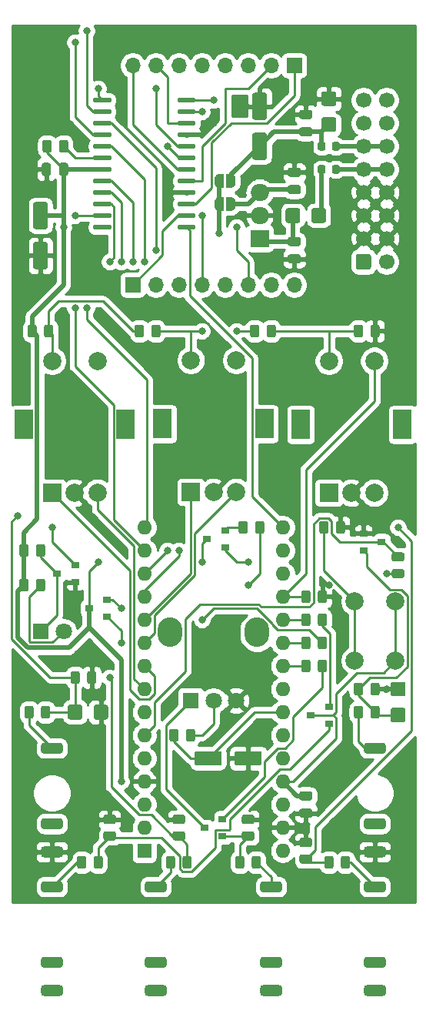
<source format=gtl>
%TF.GenerationSoftware,KiCad,Pcbnew,(5.1.10)-1*%
%TF.CreationDate,2022-04-24T20:33:29+02:00*%
%TF.ProjectId,eugenio,65756765-6e69-46f2-9e6b-696361645f70,rev?*%
%TF.SameCoordinates,Original*%
%TF.FileFunction,Copper,L1,Top*%
%TF.FilePolarity,Positive*%
%FSLAX46Y46*%
G04 Gerber Fmt 4.6, Leading zero omitted, Abs format (unit mm)*
G04 Created by KiCad (PCBNEW (5.1.10)-1) date 2022-04-24 20:33:29*
%MOMM*%
%LPD*%
G01*
G04 APERTURE LIST*
%TA.AperFunction,ComponentPad*%
%ADD10O,1.700000X1.700000*%
%TD*%
%TA.AperFunction,ComponentPad*%
%ADD11R,1.700000X1.700000*%
%TD*%
%TA.AperFunction,ComponentPad*%
%ADD12O,2.720000X3.240000*%
%TD*%
%TA.AperFunction,ComponentPad*%
%ADD13C,1.800000*%
%TD*%
%TA.AperFunction,ComponentPad*%
%ADD14R,1.800000X1.800000*%
%TD*%
%TA.AperFunction,ComponentPad*%
%ADD15R,2.000000X2.000000*%
%TD*%
%TA.AperFunction,ComponentPad*%
%ADD16C,2.000000*%
%TD*%
%TA.AperFunction,ComponentPad*%
%ADD17R,2.000000X3.200000*%
%TD*%
%TA.AperFunction,ComponentPad*%
%ADD18O,2.000000X1.905000*%
%TD*%
%TA.AperFunction,ComponentPad*%
%ADD19R,2.000000X1.905000*%
%TD*%
%TA.AperFunction,ComponentPad*%
%ADD20C,1.700000*%
%TD*%
%TA.AperFunction,ComponentPad*%
%ADD21O,1.600000X1.600000*%
%TD*%
%TA.AperFunction,ComponentPad*%
%ADD22R,1.600000X1.600000*%
%TD*%
%TA.AperFunction,SMDPad,CuDef*%
%ADD23R,0.900000X0.800000*%
%TD*%
%TA.AperFunction,SMDPad,CuDef*%
%ADD24C,0.100000*%
%TD*%
%TA.AperFunction,ViaPad*%
%ADD25C,0.800000*%
%TD*%
%TA.AperFunction,Conductor*%
%ADD26C,0.250000*%
%TD*%
%TA.AperFunction,Conductor*%
%ADD27C,0.500000*%
%TD*%
%TA.AperFunction,Conductor*%
%ADD28C,0.254000*%
%TD*%
%TA.AperFunction,Conductor*%
%ADD29C,0.100000*%
%TD*%
G04 APERTURE END LIST*
%TO.P,J2,3*%
%TO.N,Net-(J2-Pad3)*%
%TA.AperFunction,ComponentPad*%
G36*
G01*
X90240000Y-152860000D02*
X90240000Y-152260000D01*
G75*
G02*
X90540000Y-151960000I300000J0D01*
G01*
X92340000Y-151960000D01*
G75*
G02*
X92640000Y-152260000I0J-300000D01*
G01*
X92640000Y-152860000D01*
G75*
G02*
X92340000Y-153160000I-300000J0D01*
G01*
X90540000Y-153160000D01*
G75*
G02*
X90240000Y-152860000I0J300000D01*
G01*
G37*
%TD.AperFunction*%
%TO.P,J2,2*%
%TO.N,Net-(J2-Pad2)*%
%TA.AperFunction,ComponentPad*%
G36*
G01*
X90240000Y-161160000D02*
X90240000Y-160560000D01*
G75*
G02*
X90540000Y-160260000I300000J0D01*
G01*
X92340000Y-160260000D01*
G75*
G02*
X92640000Y-160560000I0J-300000D01*
G01*
X92640000Y-161160000D01*
G75*
G02*
X92340000Y-161460000I-300000J0D01*
G01*
X90540000Y-161460000D01*
G75*
G02*
X90240000Y-161160000I0J300000D01*
G01*
G37*
%TD.AperFunction*%
%TO.P,J2,1*%
%TO.N,GND*%
%TA.AperFunction,ComponentPad*%
G36*
G01*
X90240000Y-164260000D02*
X90240000Y-163660000D01*
G75*
G02*
X90540000Y-163360000I300000J0D01*
G01*
X92340000Y-163360000D01*
G75*
G02*
X92640000Y-163660000I0J-300000D01*
G01*
X92640000Y-164260000D01*
G75*
G02*
X92340000Y-164560000I-300000J0D01*
G01*
X90540000Y-164560000D01*
G75*
G02*
X90240000Y-164260000I0J300000D01*
G01*
G37*
%TD.AperFunction*%
%TD*%
%TO.P,J1,3*%
%TO.N,Net-(J1-Pad3)*%
%TA.AperFunction,ComponentPad*%
G36*
G01*
X54680000Y-152860000D02*
X54680000Y-152260000D01*
G75*
G02*
X54980000Y-151960000I300000J0D01*
G01*
X56780000Y-151960000D01*
G75*
G02*
X57080000Y-152260000I0J-300000D01*
G01*
X57080000Y-152860000D01*
G75*
G02*
X56780000Y-153160000I-300000J0D01*
G01*
X54980000Y-153160000D01*
G75*
G02*
X54680000Y-152860000I0J300000D01*
G01*
G37*
%TD.AperFunction*%
%TO.P,J1,2*%
%TO.N,Net-(J1-Pad2)*%
%TA.AperFunction,ComponentPad*%
G36*
G01*
X54680000Y-161160000D02*
X54680000Y-160560000D01*
G75*
G02*
X54980000Y-160260000I300000J0D01*
G01*
X56780000Y-160260000D01*
G75*
G02*
X57080000Y-160560000I0J-300000D01*
G01*
X57080000Y-161160000D01*
G75*
G02*
X56780000Y-161460000I-300000J0D01*
G01*
X54980000Y-161460000D01*
G75*
G02*
X54680000Y-161160000I0J300000D01*
G01*
G37*
%TD.AperFunction*%
%TO.P,J1,1*%
%TO.N,GND*%
%TA.AperFunction,ComponentPad*%
G36*
G01*
X54680000Y-164260000D02*
X54680000Y-163660000D01*
G75*
G02*
X54980000Y-163360000I300000J0D01*
G01*
X56780000Y-163360000D01*
G75*
G02*
X57080000Y-163660000I0J-300000D01*
G01*
X57080000Y-164260000D01*
G75*
G02*
X56780000Y-164560000I-300000J0D01*
G01*
X54980000Y-164560000D01*
G75*
G02*
X54680000Y-164260000I0J300000D01*
G01*
G37*
%TD.AperFunction*%
%TD*%
%TO.P,U2,24*%
%TO.N,Net-(U2-Pad24)*%
%TA.AperFunction,SMDPad,CuDef*%
G36*
G01*
X62390000Y-79872500D02*
X62390000Y-80147500D01*
G75*
G02*
X62252500Y-80285000I-137500J0D01*
G01*
X60527500Y-80285000D01*
G75*
G02*
X60390000Y-80147500I0J137500D01*
G01*
X60390000Y-79872500D01*
G75*
G02*
X60527500Y-79735000I137500J0D01*
G01*
X62252500Y-79735000D01*
G75*
G02*
X62390000Y-79872500I0J-137500D01*
G01*
G37*
%TD.AperFunction*%
%TO.P,U2,23*%
%TO.N,Net-(J11-Pad6)*%
%TA.AperFunction,SMDPad,CuDef*%
G36*
G01*
X62390000Y-78602500D02*
X62390000Y-78877500D01*
G75*
G02*
X62252500Y-79015000I-137500J0D01*
G01*
X60527500Y-79015000D01*
G75*
G02*
X60390000Y-78877500I0J137500D01*
G01*
X60390000Y-78602500D01*
G75*
G02*
X60527500Y-78465000I137500J0D01*
G01*
X62252500Y-78465000D01*
G75*
G02*
X62390000Y-78602500I0J-137500D01*
G01*
G37*
%TD.AperFunction*%
%TO.P,U2,22*%
%TO.N,Net-(J8-Pad5)*%
%TA.AperFunction,SMDPad,CuDef*%
G36*
G01*
X62390000Y-77332500D02*
X62390000Y-77607500D01*
G75*
G02*
X62252500Y-77745000I-137500J0D01*
G01*
X60527500Y-77745000D01*
G75*
G02*
X60390000Y-77607500I0J137500D01*
G01*
X60390000Y-77332500D01*
G75*
G02*
X60527500Y-77195000I137500J0D01*
G01*
X62252500Y-77195000D01*
G75*
G02*
X62390000Y-77332500I0J-137500D01*
G01*
G37*
%TD.AperFunction*%
%TO.P,U2,21*%
%TO.N,Net-(J8-Pad3)*%
%TA.AperFunction,SMDPad,CuDef*%
G36*
G01*
X62390000Y-76062500D02*
X62390000Y-76337500D01*
G75*
G02*
X62252500Y-76475000I-137500J0D01*
G01*
X60527500Y-76475000D01*
G75*
G02*
X60390000Y-76337500I0J137500D01*
G01*
X60390000Y-76062500D01*
G75*
G02*
X60527500Y-75925000I137500J0D01*
G01*
X62252500Y-75925000D01*
G75*
G02*
X62390000Y-76062500I0J-137500D01*
G01*
G37*
%TD.AperFunction*%
%TO.P,U2,20*%
%TO.N,Net-(J8-Pad2)*%
%TA.AperFunction,SMDPad,CuDef*%
G36*
G01*
X62390000Y-74792500D02*
X62390000Y-75067500D01*
G75*
G02*
X62252500Y-75205000I-137500J0D01*
G01*
X60527500Y-75205000D01*
G75*
G02*
X60390000Y-75067500I0J137500D01*
G01*
X60390000Y-74792500D01*
G75*
G02*
X60527500Y-74655000I137500J0D01*
G01*
X62252500Y-74655000D01*
G75*
G02*
X62390000Y-74792500I0J-137500D01*
G01*
G37*
%TD.AperFunction*%
%TO.P,U2,19*%
%TO.N,+5V*%
%TA.AperFunction,SMDPad,CuDef*%
G36*
G01*
X62390000Y-73522500D02*
X62390000Y-73797500D01*
G75*
G02*
X62252500Y-73935000I-137500J0D01*
G01*
X60527500Y-73935000D01*
G75*
G02*
X60390000Y-73797500I0J137500D01*
G01*
X60390000Y-73522500D01*
G75*
G02*
X60527500Y-73385000I137500J0D01*
G01*
X62252500Y-73385000D01*
G75*
G02*
X62390000Y-73522500I0J-137500D01*
G01*
G37*
%TD.AperFunction*%
%TO.P,U2,18*%
%TO.N,Net-(R28-Pad2)*%
%TA.AperFunction,SMDPad,CuDef*%
G36*
G01*
X62390000Y-72252500D02*
X62390000Y-72527500D01*
G75*
G02*
X62252500Y-72665000I-137500J0D01*
G01*
X60527500Y-72665000D01*
G75*
G02*
X60390000Y-72527500I0J137500D01*
G01*
X60390000Y-72252500D01*
G75*
G02*
X60527500Y-72115000I137500J0D01*
G01*
X62252500Y-72115000D01*
G75*
G02*
X62390000Y-72252500I0J-137500D01*
G01*
G37*
%TD.AperFunction*%
%TO.P,U2,17*%
%TO.N,Net-(J8-Pad8)*%
%TA.AperFunction,SMDPad,CuDef*%
G36*
G01*
X62390000Y-70982500D02*
X62390000Y-71257500D01*
G75*
G02*
X62252500Y-71395000I-137500J0D01*
G01*
X60527500Y-71395000D01*
G75*
G02*
X60390000Y-71257500I0J137500D01*
G01*
X60390000Y-70982500D01*
G75*
G02*
X60527500Y-70845000I137500J0D01*
G01*
X62252500Y-70845000D01*
G75*
G02*
X62390000Y-70982500I0J-137500D01*
G01*
G37*
%TD.AperFunction*%
%TO.P,U2,16*%
%TO.N,Net-(J11-Pad4)*%
%TA.AperFunction,SMDPad,CuDef*%
G36*
G01*
X62390000Y-69712500D02*
X62390000Y-69987500D01*
G75*
G02*
X62252500Y-70125000I-137500J0D01*
G01*
X60527500Y-70125000D01*
G75*
G02*
X60390000Y-69987500I0J137500D01*
G01*
X60390000Y-69712500D01*
G75*
G02*
X60527500Y-69575000I137500J0D01*
G01*
X62252500Y-69575000D01*
G75*
G02*
X62390000Y-69712500I0J-137500D01*
G01*
G37*
%TD.AperFunction*%
%TO.P,U2,15*%
%TO.N,Net-(J8-Pad7)*%
%TA.AperFunction,SMDPad,CuDef*%
G36*
G01*
X62390000Y-68442500D02*
X62390000Y-68717500D01*
G75*
G02*
X62252500Y-68855000I-137500J0D01*
G01*
X60527500Y-68855000D01*
G75*
G02*
X60390000Y-68717500I0J137500D01*
G01*
X60390000Y-68442500D01*
G75*
G02*
X60527500Y-68305000I137500J0D01*
G01*
X62252500Y-68305000D01*
G75*
G02*
X62390000Y-68442500I0J-137500D01*
G01*
G37*
%TD.AperFunction*%
%TO.P,U2,14*%
%TO.N,Net-(J11-Pad3)*%
%TA.AperFunction,SMDPad,CuDef*%
G36*
G01*
X62390000Y-67172500D02*
X62390000Y-67447500D01*
G75*
G02*
X62252500Y-67585000I-137500J0D01*
G01*
X60527500Y-67585000D01*
G75*
G02*
X60390000Y-67447500I0J137500D01*
G01*
X60390000Y-67172500D01*
G75*
G02*
X60527500Y-67035000I137500J0D01*
G01*
X62252500Y-67035000D01*
G75*
G02*
X62390000Y-67172500I0J-137500D01*
G01*
G37*
%TD.AperFunction*%
%TO.P,U2,13*%
%TO.N,Net-(A1-Pad15)*%
%TA.AperFunction,SMDPad,CuDef*%
G36*
G01*
X62390000Y-65902500D02*
X62390000Y-66177500D01*
G75*
G02*
X62252500Y-66315000I-137500J0D01*
G01*
X60527500Y-66315000D01*
G75*
G02*
X60390000Y-66177500I0J137500D01*
G01*
X60390000Y-65902500D01*
G75*
G02*
X60527500Y-65765000I137500J0D01*
G01*
X62252500Y-65765000D01*
G75*
G02*
X62390000Y-65902500I0J-137500D01*
G01*
G37*
%TD.AperFunction*%
%TO.P,U2,12*%
%TO.N,Net-(A1-Pad14)*%
%TA.AperFunction,SMDPad,CuDef*%
G36*
G01*
X71690000Y-65902500D02*
X71690000Y-66177500D01*
G75*
G02*
X71552500Y-66315000I-137500J0D01*
G01*
X69827500Y-66315000D01*
G75*
G02*
X69690000Y-66177500I0J137500D01*
G01*
X69690000Y-65902500D01*
G75*
G02*
X69827500Y-65765000I137500J0D01*
G01*
X71552500Y-65765000D01*
G75*
G02*
X71690000Y-65902500I0J-137500D01*
G01*
G37*
%TD.AperFunction*%
%TO.P,U2,11*%
%TO.N,Net-(J8-Pad6)*%
%TA.AperFunction,SMDPad,CuDef*%
G36*
G01*
X71690000Y-67172500D02*
X71690000Y-67447500D01*
G75*
G02*
X71552500Y-67585000I-137500J0D01*
G01*
X69827500Y-67585000D01*
G75*
G02*
X69690000Y-67447500I0J137500D01*
G01*
X69690000Y-67172500D01*
G75*
G02*
X69827500Y-67035000I137500J0D01*
G01*
X71552500Y-67035000D01*
G75*
G02*
X71690000Y-67172500I0J-137500D01*
G01*
G37*
%TD.AperFunction*%
%TO.P,U2,10*%
%TO.N,Net-(J11-Pad7)*%
%TA.AperFunction,SMDPad,CuDef*%
G36*
G01*
X71690000Y-68442500D02*
X71690000Y-68717500D01*
G75*
G02*
X71552500Y-68855000I-137500J0D01*
G01*
X69827500Y-68855000D01*
G75*
G02*
X69690000Y-68717500I0J137500D01*
G01*
X69690000Y-68442500D01*
G75*
G02*
X69827500Y-68305000I137500J0D01*
G01*
X71552500Y-68305000D01*
G75*
G02*
X71690000Y-68442500I0J-137500D01*
G01*
G37*
%TD.AperFunction*%
%TO.P,U2,9*%
%TO.N,GND*%
%TA.AperFunction,SMDPad,CuDef*%
G36*
G01*
X71690000Y-69712500D02*
X71690000Y-69987500D01*
G75*
G02*
X71552500Y-70125000I-137500J0D01*
G01*
X69827500Y-70125000D01*
G75*
G02*
X69690000Y-69987500I0J137500D01*
G01*
X69690000Y-69712500D01*
G75*
G02*
X69827500Y-69575000I137500J0D01*
G01*
X71552500Y-69575000D01*
G75*
G02*
X71690000Y-69712500I0J-137500D01*
G01*
G37*
%TD.AperFunction*%
%TO.P,U2,8*%
%TO.N,Net-(J11-Pad5)*%
%TA.AperFunction,SMDPad,CuDef*%
G36*
G01*
X71690000Y-70982500D02*
X71690000Y-71257500D01*
G75*
G02*
X71552500Y-71395000I-137500J0D01*
G01*
X69827500Y-71395000D01*
G75*
G02*
X69690000Y-71257500I0J137500D01*
G01*
X69690000Y-70982500D01*
G75*
G02*
X69827500Y-70845000I137500J0D01*
G01*
X71552500Y-70845000D01*
G75*
G02*
X71690000Y-70982500I0J-137500D01*
G01*
G37*
%TD.AperFunction*%
%TO.P,U2,7*%
%TO.N,Net-(J8-Pad4)*%
%TA.AperFunction,SMDPad,CuDef*%
G36*
G01*
X71690000Y-72252500D02*
X71690000Y-72527500D01*
G75*
G02*
X71552500Y-72665000I-137500J0D01*
G01*
X69827500Y-72665000D01*
G75*
G02*
X69690000Y-72527500I0J137500D01*
G01*
X69690000Y-72252500D01*
G75*
G02*
X69827500Y-72115000I137500J0D01*
G01*
X71552500Y-72115000D01*
G75*
G02*
X71690000Y-72252500I0J-137500D01*
G01*
G37*
%TD.AperFunction*%
%TO.P,U2,6*%
%TO.N,Net-(J11-Pad8)*%
%TA.AperFunction,SMDPad,CuDef*%
G36*
G01*
X71690000Y-73522500D02*
X71690000Y-73797500D01*
G75*
G02*
X71552500Y-73935000I-137500J0D01*
G01*
X69827500Y-73935000D01*
G75*
G02*
X69690000Y-73797500I0J137500D01*
G01*
X69690000Y-73522500D01*
G75*
G02*
X69827500Y-73385000I137500J0D01*
G01*
X71552500Y-73385000D01*
G75*
G02*
X71690000Y-73522500I0J-137500D01*
G01*
G37*
%TD.AperFunction*%
%TO.P,U2,5*%
%TO.N,Net-(J11-Pad2)*%
%TA.AperFunction,SMDPad,CuDef*%
G36*
G01*
X71690000Y-74792500D02*
X71690000Y-75067500D01*
G75*
G02*
X71552500Y-75205000I-137500J0D01*
G01*
X69827500Y-75205000D01*
G75*
G02*
X69690000Y-75067500I0J137500D01*
G01*
X69690000Y-74792500D01*
G75*
G02*
X69827500Y-74655000I137500J0D01*
G01*
X71552500Y-74655000D01*
G75*
G02*
X71690000Y-74792500I0J-137500D01*
G01*
G37*
%TD.AperFunction*%
%TO.P,U2,4*%
%TO.N,GND*%
%TA.AperFunction,SMDPad,CuDef*%
G36*
G01*
X71690000Y-76062500D02*
X71690000Y-76337500D01*
G75*
G02*
X71552500Y-76475000I-137500J0D01*
G01*
X69827500Y-76475000D01*
G75*
G02*
X69690000Y-76337500I0J137500D01*
G01*
X69690000Y-76062500D01*
G75*
G02*
X69827500Y-75925000I137500J0D01*
G01*
X71552500Y-75925000D01*
G75*
G02*
X71690000Y-76062500I0J-137500D01*
G01*
G37*
%TD.AperFunction*%
%TO.P,U2,3*%
%TO.N,Net-(J11-Pad1)*%
%TA.AperFunction,SMDPad,CuDef*%
G36*
G01*
X71690000Y-77332500D02*
X71690000Y-77607500D01*
G75*
G02*
X71552500Y-77745000I-137500J0D01*
G01*
X69827500Y-77745000D01*
G75*
G02*
X69690000Y-77607500I0J137500D01*
G01*
X69690000Y-77332500D01*
G75*
G02*
X69827500Y-77195000I137500J0D01*
G01*
X71552500Y-77195000D01*
G75*
G02*
X71690000Y-77332500I0J-137500D01*
G01*
G37*
%TD.AperFunction*%
%TO.P,U2,2*%
%TO.N,Net-(J8-Pad1)*%
%TA.AperFunction,SMDPad,CuDef*%
G36*
G01*
X71690000Y-78602500D02*
X71690000Y-78877500D01*
G75*
G02*
X71552500Y-79015000I-137500J0D01*
G01*
X69827500Y-79015000D01*
G75*
G02*
X69690000Y-78877500I0J137500D01*
G01*
X69690000Y-78602500D01*
G75*
G02*
X69827500Y-78465000I137500J0D01*
G01*
X71552500Y-78465000D01*
G75*
G02*
X71690000Y-78602500I0J-137500D01*
G01*
G37*
%TD.AperFunction*%
%TO.P,U2,1*%
%TO.N,Net-(A1-Pad16)*%
%TA.AperFunction,SMDPad,CuDef*%
G36*
G01*
X71690000Y-79872500D02*
X71690000Y-80147500D01*
G75*
G02*
X71552500Y-80285000I-137500J0D01*
G01*
X69827500Y-80285000D01*
G75*
G02*
X69690000Y-80147500I0J137500D01*
G01*
X69690000Y-79872500D01*
G75*
G02*
X69827500Y-79735000I137500J0D01*
G01*
X71552500Y-79735000D01*
G75*
G02*
X71690000Y-79872500I0J-137500D01*
G01*
G37*
%TD.AperFunction*%
%TD*%
D10*
%TO.P,J8,8*%
%TO.N,Net-(J8-Pad8)*%
X82550000Y-86360000D03*
%TO.P,J8,7*%
%TO.N,Net-(J8-Pad7)*%
X80010000Y-86360000D03*
%TO.P,J8,6*%
%TO.N,Net-(J8-Pad6)*%
X77470000Y-86360000D03*
%TO.P,J8,5*%
%TO.N,Net-(J8-Pad5)*%
X74930000Y-86360000D03*
%TO.P,J8,4*%
%TO.N,Net-(J8-Pad4)*%
X72390000Y-86360000D03*
%TO.P,J8,3*%
%TO.N,Net-(J8-Pad3)*%
X69850000Y-86360000D03*
%TO.P,J8,2*%
%TO.N,Net-(J8-Pad2)*%
X67310000Y-86360000D03*
D11*
%TO.P,J8,1*%
%TO.N,Net-(J8-Pad1)*%
X64770000Y-86360000D03*
%TD*%
%TO.P,C3,2*%
%TO.N,GND*%
%TA.AperFunction,SMDPad,CuDef*%
G36*
G01*
X83345000Y-143960000D02*
X84295000Y-143960000D01*
G75*
G02*
X84545000Y-144210000I0J-250000D01*
G01*
X84545000Y-144710000D01*
G75*
G02*
X84295000Y-144960000I-250000J0D01*
G01*
X83345000Y-144960000D01*
G75*
G02*
X83095000Y-144710000I0J250000D01*
G01*
X83095000Y-144210000D01*
G75*
G02*
X83345000Y-143960000I250000J0D01*
G01*
G37*
%TD.AperFunction*%
%TO.P,C3,1*%
%TO.N,+5V*%
%TA.AperFunction,SMDPad,CuDef*%
G36*
G01*
X83345000Y-142060000D02*
X84295000Y-142060000D01*
G75*
G02*
X84545000Y-142310000I0J-250000D01*
G01*
X84545000Y-142810000D01*
G75*
G02*
X84295000Y-143060000I-250000J0D01*
G01*
X83345000Y-143060000D01*
G75*
G02*
X83095000Y-142810000I0J250000D01*
G01*
X83095000Y-142310000D01*
G75*
G02*
X83345000Y-142060000I250000J0D01*
G01*
G37*
%TD.AperFunction*%
%TD*%
%TO.P,R24,2*%
%TO.N,+5V*%
%TA.AperFunction,SMDPad,CuDef*%
G36*
G01*
X53297500Y-118929998D02*
X53297500Y-119830002D01*
G75*
G02*
X53047502Y-120080000I-249998J0D01*
G01*
X52522498Y-120080000D01*
G75*
G02*
X52272500Y-119830002I0J249998D01*
G01*
X52272500Y-118929998D01*
G75*
G02*
X52522498Y-118680000I249998J0D01*
G01*
X53047502Y-118680000D01*
G75*
G02*
X53297500Y-118929998I0J-249998D01*
G01*
G37*
%TD.AperFunction*%
%TO.P,R24,1*%
%TO.N,Net-(D2-Pad2)*%
%TA.AperFunction,SMDPad,CuDef*%
G36*
G01*
X55122500Y-118929998D02*
X55122500Y-119830002D01*
G75*
G02*
X54872502Y-120080000I-249998J0D01*
G01*
X54347498Y-120080000D01*
G75*
G02*
X54097500Y-119830002I0J249998D01*
G01*
X54097500Y-118929998D01*
G75*
G02*
X54347498Y-118680000I249998J0D01*
G01*
X54872502Y-118680000D01*
G75*
G02*
X55122500Y-118929998I0J-249998D01*
G01*
G37*
%TD.AperFunction*%
%TD*%
%TO.P,R22,2*%
%TO.N,Net-(Q4-Pad1)*%
%TA.AperFunction,SMDPad,CuDef*%
G36*
G01*
X70250000Y-150310002D02*
X70250000Y-149409998D01*
G75*
G02*
X70499998Y-149160000I249998J0D01*
G01*
X71025002Y-149160000D01*
G75*
G02*
X71275000Y-149409998I0J-249998D01*
G01*
X71275000Y-150310002D01*
G75*
G02*
X71025002Y-150560000I-249998J0D01*
G01*
X70499998Y-150560000D01*
G75*
G02*
X70250000Y-150310002I0J249998D01*
G01*
G37*
%TD.AperFunction*%
%TO.P,R22,1*%
%TO.N,Net-(J5-Pad3)*%
%TA.AperFunction,SMDPad,CuDef*%
G36*
G01*
X68425000Y-150310002D02*
X68425000Y-149409998D01*
G75*
G02*
X68674998Y-149160000I249998J0D01*
G01*
X69200002Y-149160000D01*
G75*
G02*
X69450000Y-149409998I0J-249998D01*
G01*
X69450000Y-150310002D01*
G75*
G02*
X69200002Y-150560000I-249998J0D01*
G01*
X68674998Y-150560000D01*
G75*
G02*
X68425000Y-150310002I0J249998D01*
G01*
G37*
%TD.AperFunction*%
%TD*%
D12*
%TO.P,RV1,*%
%TO.N,*%
X68860000Y-124580000D03*
X78460000Y-124580000D03*
D13*
%TO.P,RV1,3*%
%TO.N,GND*%
X76160000Y-132080000D03*
%TO.P,RV1,2*%
%TO.N,Net-(R13-Pad2)*%
X73660000Y-132080000D03*
D14*
%TO.P,RV1,1*%
%TO.N,+5V*%
X71160000Y-132080000D03*
%TD*%
%TO.P,R16,2*%
%TO.N,GND*%
%TA.AperFunction,SMDPad,CuDef*%
G36*
G01*
X77920002Y-145650000D02*
X77019998Y-145650000D01*
G75*
G02*
X76770000Y-145400002I0J249998D01*
G01*
X76770000Y-144874998D01*
G75*
G02*
X77019998Y-144625000I249998J0D01*
G01*
X77920002Y-144625000D01*
G75*
G02*
X78170000Y-144874998I0J-249998D01*
G01*
X78170000Y-145400002D01*
G75*
G02*
X77920002Y-145650000I-249998J0D01*
G01*
G37*
%TD.AperFunction*%
%TO.P,R16,1*%
%TO.N,Net-(Q3-Pad1)*%
%TA.AperFunction,SMDPad,CuDef*%
G36*
G01*
X77920002Y-147475000D02*
X77019998Y-147475000D01*
G75*
G02*
X76770000Y-147225002I0J249998D01*
G01*
X76770000Y-146699998D01*
G75*
G02*
X77019998Y-146450000I249998J0D01*
G01*
X77920002Y-146450000D01*
G75*
G02*
X78170000Y-146699998I0J-249998D01*
G01*
X78170000Y-147225002D01*
G75*
G02*
X77920002Y-147475000I-249998J0D01*
G01*
G37*
%TD.AperFunction*%
%TD*%
%TO.P,R15,2*%
%TO.N,Net-(Q3-Pad1)*%
%TA.AperFunction,SMDPad,CuDef*%
G36*
G01*
X77070000Y-149409998D02*
X77070000Y-150310002D01*
G75*
G02*
X76820002Y-150560000I-249998J0D01*
G01*
X76294998Y-150560000D01*
G75*
G02*
X76045000Y-150310002I0J249998D01*
G01*
X76045000Y-149409998D01*
G75*
G02*
X76294998Y-149160000I249998J0D01*
G01*
X76820002Y-149160000D01*
G75*
G02*
X77070000Y-149409998I0J-249998D01*
G01*
G37*
%TD.AperFunction*%
%TO.P,R15,1*%
%TO.N,Net-(J3-Pad3)*%
%TA.AperFunction,SMDPad,CuDef*%
G36*
G01*
X78895000Y-149409998D02*
X78895000Y-150310002D01*
G75*
G02*
X78645002Y-150560000I-249998J0D01*
G01*
X78119998Y-150560000D01*
G75*
G02*
X77870000Y-150310002I0J249998D01*
G01*
X77870000Y-149409998D01*
G75*
G02*
X78119998Y-149160000I249998J0D01*
G01*
X78645002Y-149160000D01*
G75*
G02*
X78895000Y-149409998I0J-249998D01*
G01*
G37*
%TD.AperFunction*%
%TD*%
%TO.P,D1,2*%
%TO.N,GND*%
%TA.AperFunction,SMDPad,CuDef*%
G36*
G01*
X94555000Y-131610000D02*
X93405000Y-131610000D01*
G75*
G02*
X93155000Y-131360000I0J250000D01*
G01*
X93155000Y-130260000D01*
G75*
G02*
X93405000Y-130010000I250000J0D01*
G01*
X94555000Y-130010000D01*
G75*
G02*
X94805000Y-130260000I0J-250000D01*
G01*
X94805000Y-131360000D01*
G75*
G02*
X94555000Y-131610000I-250000J0D01*
G01*
G37*
%TD.AperFunction*%
%TO.P,D1,1*%
%TO.N,Net-(D1-Pad1)*%
%TA.AperFunction,SMDPad,CuDef*%
G36*
G01*
X94555000Y-134460000D02*
X93405000Y-134460000D01*
G75*
G02*
X93155000Y-134210000I0J250000D01*
G01*
X93155000Y-133110000D01*
G75*
G02*
X93405000Y-132860000I250000J0D01*
G01*
X94555000Y-132860000D01*
G75*
G02*
X94805000Y-133110000I0J-250000D01*
G01*
X94805000Y-134210000D01*
G75*
G02*
X94555000Y-134460000I-250000J0D01*
G01*
G37*
%TD.AperFunction*%
%TD*%
%TO.P,D5,2*%
%TO.N,Net-(D5-Pad2)*%
%TA.AperFunction,SMDPad,CuDef*%
G36*
G01*
X84445000Y-79315000D02*
X84445000Y-78165000D01*
G75*
G02*
X84695000Y-77915000I250000J0D01*
G01*
X85795000Y-77915000D01*
G75*
G02*
X86045000Y-78165000I0J-250000D01*
G01*
X86045000Y-79315000D01*
G75*
G02*
X85795000Y-79565000I-250000J0D01*
G01*
X84695000Y-79565000D01*
G75*
G02*
X84445000Y-79315000I0J250000D01*
G01*
G37*
%TD.AperFunction*%
%TO.P,D5,1*%
%TO.N,Net-(C1-Pad2)*%
%TA.AperFunction,SMDPad,CuDef*%
G36*
G01*
X81595000Y-79315000D02*
X81595000Y-78165000D01*
G75*
G02*
X81845000Y-77915000I250000J0D01*
G01*
X82945000Y-77915000D01*
G75*
G02*
X83195000Y-78165000I0J-250000D01*
G01*
X83195000Y-79315000D01*
G75*
G02*
X82945000Y-79565000I-250000J0D01*
G01*
X81845000Y-79565000D01*
G75*
G02*
X81595000Y-79315000I0J250000D01*
G01*
G37*
%TD.AperFunction*%
%TD*%
D15*
%TO.P,SW3,A*%
%TO.N,Net-(A1-Pad13)*%
X86360000Y-109220000D03*
D16*
%TO.P,SW3,C*%
%TO.N,GND*%
X88860000Y-109220000D03*
%TO.P,SW3,B*%
%TO.N,Net-(A1-Pad12)*%
X91360000Y-109220000D03*
D17*
%TO.P,SW3,MP*%
%TO.N,N/C*%
X83260000Y-101720000D03*
X94460000Y-101720000D03*
D16*
%TO.P,SW3,S2*%
%TO.N,Net-(R11-Pad1)*%
X86360000Y-94720000D03*
%TO.P,SW3,S1*%
%TO.N,Net-(A1-Pad19)*%
X91360000Y-94720000D03*
%TD*%
%TO.P,D4,2*%
%TO.N,GND*%
%TA.AperFunction,SMDPad,CuDef*%
G36*
G01*
X60470000Y-133925000D02*
X60470000Y-132775000D01*
G75*
G02*
X60720000Y-132525000I250000J0D01*
G01*
X61820000Y-132525000D01*
G75*
G02*
X62070000Y-132775000I0J-250000D01*
G01*
X62070000Y-133925000D01*
G75*
G02*
X61820000Y-134175000I-250000J0D01*
G01*
X60720000Y-134175000D01*
G75*
G02*
X60470000Y-133925000I0J250000D01*
G01*
G37*
%TD.AperFunction*%
%TO.P,D4,1*%
%TO.N,Net-(D4-Pad1)*%
%TA.AperFunction,SMDPad,CuDef*%
G36*
G01*
X57620000Y-133925000D02*
X57620000Y-132775000D01*
G75*
G02*
X57870000Y-132525000I250000J0D01*
G01*
X58970000Y-132525000D01*
G75*
G02*
X59220000Y-132775000I0J-250000D01*
G01*
X59220000Y-133925000D01*
G75*
G02*
X58970000Y-134175000I-250000J0D01*
G01*
X57870000Y-134175000D01*
G75*
G02*
X57620000Y-133925000I0J250000D01*
G01*
G37*
%TD.AperFunction*%
%TD*%
D15*
%TO.P,SW2,A*%
%TO.N,Net-(A1-Pad11)*%
X71160000Y-109132663D03*
D16*
%TO.P,SW2,C*%
%TO.N,GND*%
X73660000Y-109132663D03*
%TO.P,SW2,B*%
%TO.N,Net-(A1-Pad10)*%
X76160000Y-109132663D03*
D17*
%TO.P,SW2,MP*%
%TO.N,N/C*%
X68060000Y-101632663D03*
X79260000Y-101632663D03*
D16*
%TO.P,SW2,S2*%
%TO.N,Net-(R11-Pad2)*%
X71160000Y-94632663D03*
%TO.P,SW2,S1*%
%TO.N,Net-(A1-Pad19)*%
X76160000Y-94632663D03*
%TD*%
%TO.P,R25,2*%
%TO.N,Net-(A1-Pad5)*%
%TA.AperFunction,SMDPad,CuDef*%
G36*
G01*
X54097500Y-116020002D02*
X54097500Y-115119998D01*
G75*
G02*
X54347498Y-114870000I249998J0D01*
G01*
X54872502Y-114870000D01*
G75*
G02*
X55122500Y-115119998I0J-249998D01*
G01*
X55122500Y-116020002D01*
G75*
G02*
X54872502Y-116270000I-249998J0D01*
G01*
X54347498Y-116270000D01*
G75*
G02*
X54097500Y-116020002I0J249998D01*
G01*
G37*
%TD.AperFunction*%
%TO.P,R25,1*%
%TO.N,+5V*%
%TA.AperFunction,SMDPad,CuDef*%
G36*
G01*
X52272500Y-116020002D02*
X52272500Y-115119998D01*
G75*
G02*
X52522498Y-114870000I249998J0D01*
G01*
X53047502Y-114870000D01*
G75*
G02*
X53297500Y-115119998I0J-249998D01*
G01*
X53297500Y-116020002D01*
G75*
G02*
X53047502Y-116270000I-249998J0D01*
G01*
X52522498Y-116270000D01*
G75*
G02*
X52272500Y-116020002I0J249998D01*
G01*
G37*
%TD.AperFunction*%
%TD*%
%TO.P,C1,2*%
%TO.N,Net-(C1-Pad2)*%
%TA.AperFunction,SMDPad,CuDef*%
G36*
G01*
X83025000Y-82100000D02*
X82075000Y-82100000D01*
G75*
G02*
X81825000Y-81850000I0J250000D01*
G01*
X81825000Y-81350000D01*
G75*
G02*
X82075000Y-81100000I250000J0D01*
G01*
X83025000Y-81100000D01*
G75*
G02*
X83275000Y-81350000I0J-250000D01*
G01*
X83275000Y-81850000D01*
G75*
G02*
X83025000Y-82100000I-250000J0D01*
G01*
G37*
%TD.AperFunction*%
%TO.P,C1,1*%
%TO.N,GND*%
%TA.AperFunction,SMDPad,CuDef*%
G36*
G01*
X83025000Y-84000000D02*
X82075000Y-84000000D01*
G75*
G02*
X81825000Y-83750000I0J250000D01*
G01*
X81825000Y-83250000D01*
G75*
G02*
X82075000Y-83000000I250000J0D01*
G01*
X83025000Y-83000000D01*
G75*
G02*
X83275000Y-83250000I0J-250000D01*
G01*
X83275000Y-83750000D01*
G75*
G02*
X83025000Y-84000000I-250000J0D01*
G01*
G37*
%TD.AperFunction*%
%TD*%
D18*
%TO.P,U1,3*%
%TO.N,Net-(C2-Pad2)*%
X78740000Y-76200000D03*
%TO.P,U1,2*%
%TO.N,GND*%
X78740000Y-78740000D03*
D19*
%TO.P,U1,1*%
%TO.N,Net-(C1-Pad2)*%
X78740000Y-81280000D03*
%TD*%
%TO.P,C2,2*%
%TO.N,Net-(C2-Pad2)*%
%TA.AperFunction,SMDPad,CuDef*%
G36*
G01*
X82075000Y-75380000D02*
X83025000Y-75380000D01*
G75*
G02*
X83275000Y-75630000I0J-250000D01*
G01*
X83275000Y-76130000D01*
G75*
G02*
X83025000Y-76380000I-250000J0D01*
G01*
X82075000Y-76380000D01*
G75*
G02*
X81825000Y-76130000I0J250000D01*
G01*
X81825000Y-75630000D01*
G75*
G02*
X82075000Y-75380000I250000J0D01*
G01*
G37*
%TD.AperFunction*%
%TO.P,C2,1*%
%TO.N,GND*%
%TA.AperFunction,SMDPad,CuDef*%
G36*
G01*
X82075000Y-73480000D02*
X83025000Y-73480000D01*
G75*
G02*
X83275000Y-73730000I0J-250000D01*
G01*
X83275000Y-74230000D01*
G75*
G02*
X83025000Y-74480000I-250000J0D01*
G01*
X82075000Y-74480000D01*
G75*
G02*
X81825000Y-74230000I0J250000D01*
G01*
X81825000Y-73730000D01*
G75*
G02*
X82075000Y-73480000I250000J0D01*
G01*
G37*
%TD.AperFunction*%
%TD*%
%TO.P,C4,2*%
%TO.N,GND*%
%TA.AperFunction,SMDPad,CuDef*%
G36*
G01*
X75970000Y-138980000D02*
X75970000Y-137880000D01*
G75*
G02*
X76220000Y-137630000I250000J0D01*
G01*
X78720000Y-137630000D01*
G75*
G02*
X78970000Y-137880000I0J-250000D01*
G01*
X78970000Y-138980000D01*
G75*
G02*
X78720000Y-139230000I-250000J0D01*
G01*
X76220000Y-139230000D01*
G75*
G02*
X75970000Y-138980000I0J250000D01*
G01*
G37*
%TD.AperFunction*%
%TO.P,C4,1*%
%TO.N,Net-(A1-Pad24)*%
%TA.AperFunction,SMDPad,CuDef*%
G36*
G01*
X71570000Y-138980000D02*
X71570000Y-137880000D01*
G75*
G02*
X71820000Y-137630000I250000J0D01*
G01*
X74320000Y-137630000D01*
G75*
G02*
X74570000Y-137880000I0J-250000D01*
G01*
X74570000Y-138980000D01*
G75*
G02*
X74320000Y-139230000I-250000J0D01*
G01*
X71820000Y-139230000D01*
G75*
G02*
X71570000Y-138980000I0J250000D01*
G01*
G37*
%TD.AperFunction*%
%TD*%
%TO.P,R27,2*%
%TO.N,GND*%
%TA.AperFunction,SMDPad,CuDef*%
G36*
G01*
X59732500Y-129990002D02*
X59732500Y-129089998D01*
G75*
G02*
X59982498Y-128840000I249998J0D01*
G01*
X60507502Y-128840000D01*
G75*
G02*
X60757500Y-129089998I0J-249998D01*
G01*
X60757500Y-129990002D01*
G75*
G02*
X60507502Y-130240000I-249998J0D01*
G01*
X59982498Y-130240000D01*
G75*
G02*
X59732500Y-129990002I0J249998D01*
G01*
G37*
%TD.AperFunction*%
%TO.P,R27,1*%
%TO.N,Net-(D4-Pad1)*%
%TA.AperFunction,SMDPad,CuDef*%
G36*
G01*
X57907500Y-129990002D02*
X57907500Y-129089998D01*
G75*
G02*
X58157498Y-128840000I249998J0D01*
G01*
X58682502Y-128840000D01*
G75*
G02*
X58932500Y-129089998I0J-249998D01*
G01*
X58932500Y-129990002D01*
G75*
G02*
X58682502Y-130240000I-249998J0D01*
G01*
X58157498Y-130240000D01*
G75*
G02*
X57907500Y-129990002I0J249998D01*
G01*
G37*
%TD.AperFunction*%
%TD*%
D20*
%TO.P,J6,16*%
%TO.N,Net-(J6-Pad16)*%
X92710000Y-66040000D03*
%TO.P,J6,14*%
%TO.N,Net-(J6-Pad14)*%
X92710000Y-68580000D03*
%TO.P,J6,12*%
%TO.N,Net-(FB1-Pad2)*%
X92710000Y-71120000D03*
%TO.P,J6,10*%
%TO.N,Net-(FB2-Pad2)*%
X92710000Y-73660000D03*
%TO.P,J6,8*%
%TO.N,GND*%
X92710000Y-76200000D03*
%TO.P,J6,6*%
X92710000Y-78740000D03*
%TO.P,J6,4*%
X92710000Y-81280000D03*
%TO.P,J6,2*%
%TO.N,Net-(J6-Pad2)*%
X92710000Y-83820000D03*
%TO.P,J6,15*%
%TO.N,Net-(J6-Pad15)*%
X90170000Y-66040000D03*
%TO.P,J6,13*%
%TO.N,Net-(J6-Pad13)*%
X90170000Y-68580000D03*
%TO.P,J6,11*%
%TO.N,Net-(FB1-Pad2)*%
X90170000Y-71120000D03*
%TO.P,J6,9*%
%TO.N,Net-(FB2-Pad2)*%
X90170000Y-73660000D03*
%TO.P,J6,7*%
%TO.N,GND*%
X90170000Y-76200000D03*
%TO.P,J6,5*%
X90170000Y-78740000D03*
%TO.P,J6,3*%
X90170000Y-81280000D03*
%TO.P,J6,1*%
%TO.N,Net-(J6-Pad1)*%
%TA.AperFunction,ComponentPad*%
G36*
G01*
X89320000Y-84420000D02*
X89320000Y-83220000D01*
G75*
G02*
X89570000Y-82970000I250000J0D01*
G01*
X90770000Y-82970000D01*
G75*
G02*
X91020000Y-83220000I0J-250000D01*
G01*
X91020000Y-84420000D01*
G75*
G02*
X90770000Y-84670000I-250000J0D01*
G01*
X89570000Y-84670000D01*
G75*
G02*
X89320000Y-84420000I0J250000D01*
G01*
G37*
%TD.AperFunction*%
%TD*%
%TO.P,C8,2*%
%TO.N,GND*%
%TA.AperFunction,SMDPad,CuDef*%
G36*
G01*
X84295000Y-68130000D02*
X83345000Y-68130000D01*
G75*
G02*
X83095000Y-67880000I0J250000D01*
G01*
X83095000Y-67380000D01*
G75*
G02*
X83345000Y-67130000I250000J0D01*
G01*
X84295000Y-67130000D01*
G75*
G02*
X84545000Y-67380000I0J-250000D01*
G01*
X84545000Y-67880000D01*
G75*
G02*
X84295000Y-68130000I-250000J0D01*
G01*
G37*
%TD.AperFunction*%
%TO.P,C8,1*%
%TO.N,Net-(C5-Pad1)*%
%TA.AperFunction,SMDPad,CuDef*%
G36*
G01*
X84295000Y-70030000D02*
X83345000Y-70030000D01*
G75*
G02*
X83095000Y-69780000I0J250000D01*
G01*
X83095000Y-69280000D01*
G75*
G02*
X83345000Y-69030000I250000J0D01*
G01*
X84295000Y-69030000D01*
G75*
G02*
X84545000Y-69280000I0J-250000D01*
G01*
X84545000Y-69780000D01*
G75*
G02*
X84295000Y-70030000I-250000J0D01*
G01*
G37*
%TD.AperFunction*%
%TD*%
%TO.P,R28,2*%
%TO.N,Net-(R28-Pad2)*%
%TA.AperFunction,SMDPad,CuDef*%
G36*
G01*
X56637500Y-71570002D02*
X56637500Y-70669998D01*
G75*
G02*
X56887498Y-70420000I249998J0D01*
G01*
X57412502Y-70420000D01*
G75*
G02*
X57662500Y-70669998I0J-249998D01*
G01*
X57662500Y-71570002D01*
G75*
G02*
X57412502Y-71820000I-249998J0D01*
G01*
X56887498Y-71820000D01*
G75*
G02*
X56637500Y-71570002I0J249998D01*
G01*
G37*
%TD.AperFunction*%
%TO.P,R28,1*%
%TO.N,+5V*%
%TA.AperFunction,SMDPad,CuDef*%
G36*
G01*
X54812500Y-71570002D02*
X54812500Y-70669998D01*
G75*
G02*
X55062498Y-70420000I249998J0D01*
G01*
X55587502Y-70420000D01*
G75*
G02*
X55837500Y-70669998I0J-249998D01*
G01*
X55837500Y-71570002D01*
G75*
G02*
X55587502Y-71820000I-249998J0D01*
G01*
X55062498Y-71820000D01*
G75*
G02*
X54812500Y-71570002I0J249998D01*
G01*
G37*
%TD.AperFunction*%
%TD*%
%TO.P,C7,2*%
%TO.N,GND*%
%TA.AperFunction,SMDPad,CuDef*%
G36*
G01*
X54060000Y-81640000D02*
X55160000Y-81640000D01*
G75*
G02*
X55410000Y-81890000I0J-250000D01*
G01*
X55410000Y-84390000D01*
G75*
G02*
X55160000Y-84640000I-250000J0D01*
G01*
X54060000Y-84640000D01*
G75*
G02*
X53810000Y-84390000I0J250000D01*
G01*
X53810000Y-81890000D01*
G75*
G02*
X54060000Y-81640000I250000J0D01*
G01*
G37*
%TD.AperFunction*%
%TO.P,C7,1*%
%TO.N,+5V*%
%TA.AperFunction,SMDPad,CuDef*%
G36*
G01*
X54060000Y-77240000D02*
X55160000Y-77240000D01*
G75*
G02*
X55410000Y-77490000I0J-250000D01*
G01*
X55410000Y-79990000D01*
G75*
G02*
X55160000Y-80240000I-250000J0D01*
G01*
X54060000Y-80240000D01*
G75*
G02*
X53810000Y-79990000I0J250000D01*
G01*
X53810000Y-77490000D01*
G75*
G02*
X54060000Y-77240000I250000J0D01*
G01*
G37*
%TD.AperFunction*%
%TD*%
D16*
%TO.P,SW4,1*%
%TO.N,+5V*%
X93693545Y-127683950D03*
%TO.P,SW4,2*%
%TO.N,Net-(A1-Pad7)*%
X89193545Y-127683950D03*
%TO.P,SW4,1*%
%TO.N,+5V*%
X93693545Y-121183950D03*
%TO.P,SW4,2*%
%TO.N,Net-(A1-Pad7)*%
X89193545Y-121183950D03*
%TD*%
%TO.P,R26,2*%
%TO.N,Net-(J7-Pad3)*%
%TA.AperFunction,SMDPad,CuDef*%
G36*
G01*
X53852500Y-132899998D02*
X53852500Y-133800002D01*
G75*
G02*
X53602502Y-134050000I-249998J0D01*
G01*
X53077498Y-134050000D01*
G75*
G02*
X52827500Y-133800002I0J249998D01*
G01*
X52827500Y-132899998D01*
G75*
G02*
X53077498Y-132650000I249998J0D01*
G01*
X53602502Y-132650000D01*
G75*
G02*
X53852500Y-132899998I0J-249998D01*
G01*
G37*
%TD.AperFunction*%
%TO.P,R26,1*%
%TO.N,Net-(D4-Pad1)*%
%TA.AperFunction,SMDPad,CuDef*%
G36*
G01*
X55677500Y-132899998D02*
X55677500Y-133800002D01*
G75*
G02*
X55427502Y-134050000I-249998J0D01*
G01*
X54902498Y-134050000D01*
G75*
G02*
X54652500Y-133800002I0J249998D01*
G01*
X54652500Y-132899998D01*
G75*
G02*
X54902498Y-132650000I249998J0D01*
G01*
X55427502Y-132650000D01*
G75*
G02*
X55677500Y-132899998I0J-249998D01*
G01*
G37*
%TD.AperFunction*%
%TD*%
%TO.P,R20,2*%
%TO.N,Net-(J4-Pad3)*%
%TA.AperFunction,SMDPad,CuDef*%
G36*
G01*
X90127500Y-132899998D02*
X90127500Y-133800002D01*
G75*
G02*
X89877502Y-134050000I-249998J0D01*
G01*
X89352498Y-134050000D01*
G75*
G02*
X89102500Y-133800002I0J249998D01*
G01*
X89102500Y-132899998D01*
G75*
G02*
X89352498Y-132650000I249998J0D01*
G01*
X89877502Y-132650000D01*
G75*
G02*
X90127500Y-132899998I0J-249998D01*
G01*
G37*
%TD.AperFunction*%
%TO.P,R20,1*%
%TO.N,Net-(D1-Pad1)*%
%TA.AperFunction,SMDPad,CuDef*%
G36*
G01*
X91952500Y-132899998D02*
X91952500Y-133800002D01*
G75*
G02*
X91702502Y-134050000I-249998J0D01*
G01*
X91177498Y-134050000D01*
G75*
G02*
X90927500Y-133800002I0J249998D01*
G01*
X90927500Y-132899998D01*
G75*
G02*
X91177498Y-132650000I249998J0D01*
G01*
X91702502Y-132650000D01*
G75*
G02*
X91952500Y-132899998I0J-249998D01*
G01*
G37*
%TD.AperFunction*%
%TD*%
%TO.P,R19,2*%
%TO.N,Net-(A1-Pad21)*%
%TA.AperFunction,SMDPad,CuDef*%
G36*
G01*
X84332500Y-125279998D02*
X84332500Y-126180002D01*
G75*
G02*
X84082502Y-126430000I-249998J0D01*
G01*
X83557498Y-126430000D01*
G75*
G02*
X83307500Y-126180002I0J249998D01*
G01*
X83307500Y-125279998D01*
G75*
G02*
X83557498Y-125030000I249998J0D01*
G01*
X84082502Y-125030000D01*
G75*
G02*
X84332500Y-125279998I0J-249998D01*
G01*
G37*
%TD.AperFunction*%
%TO.P,R19,1*%
%TO.N,Net-(Q4-Pad2)*%
%TA.AperFunction,SMDPad,CuDef*%
G36*
G01*
X86157500Y-125279998D02*
X86157500Y-126180002D01*
G75*
G02*
X85907502Y-126430000I-249998J0D01*
G01*
X85382498Y-126430000D01*
G75*
G02*
X85132500Y-126180002I0J249998D01*
G01*
X85132500Y-125279998D01*
G75*
G02*
X85382498Y-125030000I249998J0D01*
G01*
X85907502Y-125030000D01*
G75*
G02*
X86157500Y-125279998I0J-249998D01*
G01*
G37*
%TD.AperFunction*%
%TD*%
%TO.P,C6,2*%
%TO.N,GND*%
%TA.AperFunction,SMDPad,CuDef*%
G36*
G01*
X55750000Y-73185000D02*
X55750000Y-74135000D01*
G75*
G02*
X55500000Y-74385000I-250000J0D01*
G01*
X55000000Y-74385000D01*
G75*
G02*
X54750000Y-74135000I0J250000D01*
G01*
X54750000Y-73185000D01*
G75*
G02*
X55000000Y-72935000I250000J0D01*
G01*
X55500000Y-72935000D01*
G75*
G02*
X55750000Y-73185000I0J-250000D01*
G01*
G37*
%TD.AperFunction*%
%TO.P,C6,1*%
%TO.N,+5V*%
%TA.AperFunction,SMDPad,CuDef*%
G36*
G01*
X57650000Y-73185000D02*
X57650000Y-74135000D01*
G75*
G02*
X57400000Y-74385000I-250000J0D01*
G01*
X56900000Y-74385000D01*
G75*
G02*
X56650000Y-74135000I0J250000D01*
G01*
X56650000Y-73185000D01*
G75*
G02*
X56900000Y-72935000I250000J0D01*
G01*
X57400000Y-72935000D01*
G75*
G02*
X57650000Y-73185000I0J-250000D01*
G01*
G37*
%TD.AperFunction*%
%TD*%
D15*
%TO.P,SW1,A*%
%TO.N,Net-(A1-Pad9)*%
X55880000Y-109220000D03*
D16*
%TO.P,SW1,C*%
%TO.N,GND*%
X58380000Y-109220000D03*
%TO.P,SW1,B*%
%TO.N,Net-(A1-Pad8)*%
X60880000Y-109220000D03*
D17*
%TO.P,SW1,MP*%
%TO.N,N/C*%
X52780000Y-101720000D03*
X63980000Y-101720000D03*
D16*
%TO.P,SW1,S2*%
%TO.N,Net-(R6-Pad1)*%
X55880000Y-94720000D03*
%TO.P,SW1,S1*%
%TO.N,Net-(A1-Pad19)*%
X60880000Y-94720000D03*
%TD*%
%TO.P,R23,2*%
%TO.N,GND*%
%TA.AperFunction,SMDPad,CuDef*%
G36*
G01*
X70300002Y-145650000D02*
X69399998Y-145650000D01*
G75*
G02*
X69150000Y-145400002I0J249998D01*
G01*
X69150000Y-144874998D01*
G75*
G02*
X69399998Y-144625000I249998J0D01*
G01*
X70300002Y-144625000D01*
G75*
G02*
X70550000Y-144874998I0J-249998D01*
G01*
X70550000Y-145400002D01*
G75*
G02*
X70300002Y-145650000I-249998J0D01*
G01*
G37*
%TD.AperFunction*%
%TO.P,R23,1*%
%TO.N,Net-(Q4-Pad1)*%
%TA.AperFunction,SMDPad,CuDef*%
G36*
G01*
X70300002Y-147475000D02*
X69399998Y-147475000D01*
G75*
G02*
X69150000Y-147225002I0J249998D01*
G01*
X69150000Y-146699998D01*
G75*
G02*
X69399998Y-146450000I249998J0D01*
G01*
X70300002Y-146450000D01*
G75*
G02*
X70550000Y-146699998I0J-249998D01*
G01*
X70550000Y-147225002D01*
G75*
G02*
X70300002Y-147475000I-249998J0D01*
G01*
G37*
%TD.AperFunction*%
%TD*%
D21*
%TO.P,A1,16*%
%TO.N,Net-(A1-Pad16)*%
X81280000Y-113030000D03*
%TO.P,A1,15*%
%TO.N,Net-(A1-Pad15)*%
X66040000Y-113030000D03*
%TO.P,A1,30*%
%TO.N,Net-(A1-Pad30)*%
X81280000Y-148590000D03*
%TO.P,A1,14*%
%TO.N,Net-(A1-Pad14)*%
X66040000Y-115570000D03*
%TO.P,A1,29*%
%TO.N,GND*%
X81280000Y-146050000D03*
%TO.P,A1,13*%
%TO.N,Net-(A1-Pad13)*%
X66040000Y-118110000D03*
%TO.P,A1,28*%
%TO.N,Net-(A1-Pad28)*%
X81280000Y-143510000D03*
%TO.P,A1,12*%
%TO.N,Net-(A1-Pad12)*%
X66040000Y-120650000D03*
%TO.P,A1,27*%
%TO.N,+5V*%
X81280000Y-140970000D03*
%TO.P,A1,11*%
%TO.N,Net-(A1-Pad11)*%
X66040000Y-123190000D03*
%TO.P,A1,26*%
%TO.N,Net-(A1-Pad26)*%
X81280000Y-138430000D03*
%TO.P,A1,10*%
%TO.N,Net-(A1-Pad10)*%
X66040000Y-125730000D03*
%TO.P,A1,25*%
%TO.N,Net-(A1-Pad25)*%
X81280000Y-135890000D03*
%TO.P,A1,9*%
%TO.N,Net-(A1-Pad9)*%
X66040000Y-128270000D03*
%TO.P,A1,24*%
%TO.N,Net-(A1-Pad24)*%
X81280000Y-133350000D03*
%TO.P,A1,8*%
%TO.N,Net-(A1-Pad8)*%
X66040000Y-130810000D03*
%TO.P,A1,23*%
%TO.N,Net-(A1-Pad23)*%
X81280000Y-130810000D03*
%TO.P,A1,7*%
%TO.N,Net-(A1-Pad7)*%
X66040000Y-133350000D03*
%TO.P,A1,22*%
%TO.N,Net-(A1-Pad22)*%
X81280000Y-128270000D03*
%TO.P,A1,6*%
%TO.N,Net-(A1-Pad6)*%
X66040000Y-135890000D03*
%TO.P,A1,21*%
%TO.N,Net-(A1-Pad21)*%
X81280000Y-125730000D03*
%TO.P,A1,5*%
%TO.N,Net-(A1-Pad5)*%
X66040000Y-138430000D03*
%TO.P,A1,20*%
%TO.N,Net-(A1-Pad20)*%
X81280000Y-123190000D03*
%TO.P,A1,4*%
%TO.N,GND*%
X66040000Y-140970000D03*
%TO.P,A1,19*%
%TO.N,Net-(A1-Pad19)*%
X81280000Y-120650000D03*
%TO.P,A1,3*%
%TO.N,Net-(A1-Pad3)*%
X66040000Y-143510000D03*
%TO.P,A1,18*%
%TO.N,Net-(A1-Pad18)*%
X81280000Y-118110000D03*
%TO.P,A1,2*%
%TO.N,Net-(A1-Pad2)*%
X66040000Y-146050000D03*
%TO.P,A1,17*%
%TO.N,Net-(A1-Pad17)*%
X81280000Y-115570000D03*
D22*
%TO.P,A1,1*%
%TO.N,Net-(A1-Pad1)*%
X66040000Y-148590000D03*
%TD*%
%TO.P,R21,2*%
%TO.N,GND*%
%TA.AperFunction,SMDPad,CuDef*%
G36*
G01*
X90927500Y-131260002D02*
X90927500Y-130359998D01*
G75*
G02*
X91177498Y-130110000I249998J0D01*
G01*
X91702502Y-130110000D01*
G75*
G02*
X91952500Y-130359998I0J-249998D01*
G01*
X91952500Y-131260002D01*
G75*
G02*
X91702502Y-131510000I-249998J0D01*
G01*
X91177498Y-131510000D01*
G75*
G02*
X90927500Y-131260002I0J249998D01*
G01*
G37*
%TD.AperFunction*%
%TO.P,R21,1*%
%TO.N,Net-(D1-Pad1)*%
%TA.AperFunction,SMDPad,CuDef*%
G36*
G01*
X89102500Y-131260002D02*
X89102500Y-130359998D01*
G75*
G02*
X89352498Y-130110000I249998J0D01*
G01*
X89877502Y-130110000D01*
G75*
G02*
X90127500Y-130359998I0J-249998D01*
G01*
X90127500Y-131260002D01*
G75*
G02*
X89877502Y-131510000I-249998J0D01*
G01*
X89352498Y-131510000D01*
G75*
G02*
X89102500Y-131260002I0J249998D01*
G01*
G37*
%TD.AperFunction*%
%TD*%
%TO.P,D3,2*%
%TO.N,GND*%
%TA.AperFunction,SMDPad,CuDef*%
G36*
G01*
X86935000Y-66685000D02*
X85785000Y-66685000D01*
G75*
G02*
X85535000Y-66435000I0J250000D01*
G01*
X85535000Y-65335000D01*
G75*
G02*
X85785000Y-65085000I250000J0D01*
G01*
X86935000Y-65085000D01*
G75*
G02*
X87185000Y-65335000I0J-250000D01*
G01*
X87185000Y-66435000D01*
G75*
G02*
X86935000Y-66685000I-250000J0D01*
G01*
G37*
%TD.AperFunction*%
%TO.P,D3,1*%
%TO.N,Net-(C5-Pad1)*%
%TA.AperFunction,SMDPad,CuDef*%
G36*
G01*
X86935000Y-69535000D02*
X85785000Y-69535000D01*
G75*
G02*
X85535000Y-69285000I0J250000D01*
G01*
X85535000Y-68185000D01*
G75*
G02*
X85785000Y-67935000I250000J0D01*
G01*
X86935000Y-67935000D01*
G75*
G02*
X87185000Y-68185000I0J-250000D01*
G01*
X87185000Y-69285000D01*
G75*
G02*
X86935000Y-69535000I-250000J0D01*
G01*
G37*
%TD.AperFunction*%
%TD*%
%TO.P,R14,2*%
%TO.N,Net-(A1-Pad22)*%
%TA.AperFunction,SMDPad,CuDef*%
G36*
G01*
X84332500Y-127819998D02*
X84332500Y-128720002D01*
G75*
G02*
X84082502Y-128970000I-249998J0D01*
G01*
X83557498Y-128970000D01*
G75*
G02*
X83307500Y-128720002I0J249998D01*
G01*
X83307500Y-127819998D01*
G75*
G02*
X83557498Y-127570000I249998J0D01*
G01*
X84082502Y-127570000D01*
G75*
G02*
X84332500Y-127819998I0J-249998D01*
G01*
G37*
%TD.AperFunction*%
%TO.P,R14,1*%
%TO.N,Net-(Q3-Pad2)*%
%TA.AperFunction,SMDPad,CuDef*%
G36*
G01*
X86157500Y-127819998D02*
X86157500Y-128720002D01*
G75*
G02*
X85907502Y-128970000I-249998J0D01*
G01*
X85382498Y-128970000D01*
G75*
G02*
X85132500Y-128720002I0J249998D01*
G01*
X85132500Y-127819998D01*
G75*
G02*
X85382498Y-127570000I249998J0D01*
G01*
X85907502Y-127570000D01*
G75*
G02*
X86157500Y-127819998I0J-249998D01*
G01*
G37*
%TD.AperFunction*%
%TD*%
%TO.P,R18,2*%
%TO.N,Net-(A1-Pad6)*%
%TA.AperFunction,SMDPad,CuDef*%
G36*
G01*
X94430002Y-116797500D02*
X93529998Y-116797500D01*
G75*
G02*
X93280000Y-116547502I0J249998D01*
G01*
X93280000Y-116022498D01*
G75*
G02*
X93529998Y-115772500I249998J0D01*
G01*
X94430002Y-115772500D01*
G75*
G02*
X94680000Y-116022498I0J-249998D01*
G01*
X94680000Y-116547502D01*
G75*
G02*
X94430002Y-116797500I-249998J0D01*
G01*
G37*
%TD.AperFunction*%
%TO.P,R18,1*%
%TO.N,+5V*%
%TA.AperFunction,SMDPad,CuDef*%
G36*
G01*
X94430002Y-118622500D02*
X93529998Y-118622500D01*
G75*
G02*
X93280000Y-118372502I0J249998D01*
G01*
X93280000Y-117847498D01*
G75*
G02*
X93529998Y-117597500I249998J0D01*
G01*
X94430002Y-117597500D01*
G75*
G02*
X94680000Y-117847498I0J-249998D01*
G01*
X94680000Y-118372502D01*
G75*
G02*
X94430002Y-118622500I-249998J0D01*
G01*
G37*
%TD.AperFunction*%
%TD*%
%TO.P,R6,2*%
%TO.N,+5V*%
%TA.AperFunction,SMDPad,CuDef*%
G36*
G01*
X54210000Y-90989998D02*
X54210000Y-91890002D01*
G75*
G02*
X53960002Y-92140000I-249998J0D01*
G01*
X53434998Y-92140000D01*
G75*
G02*
X53185000Y-91890002I0J249998D01*
G01*
X53185000Y-90989998D01*
G75*
G02*
X53434998Y-90740000I249998J0D01*
G01*
X53960002Y-90740000D01*
G75*
G02*
X54210000Y-90989998I0J-249998D01*
G01*
G37*
%TD.AperFunction*%
%TO.P,R6,1*%
%TO.N,Net-(R6-Pad1)*%
%TA.AperFunction,SMDPad,CuDef*%
G36*
G01*
X56035000Y-90989998D02*
X56035000Y-91890002D01*
G75*
G02*
X55785002Y-92140000I-249998J0D01*
G01*
X55259998Y-92140000D01*
G75*
G02*
X55010000Y-91890002I0J249998D01*
G01*
X55010000Y-90989998D01*
G75*
G02*
X55259998Y-90740000I249998J0D01*
G01*
X55785002Y-90740000D01*
G75*
G02*
X56035000Y-90989998I0J-249998D01*
G01*
G37*
%TD.AperFunction*%
%TD*%
D23*
%TO.P,Q2,3*%
%TO.N,+5V*%
X72930000Y-114300000D03*
%TO.P,Q2,2*%
%TO.N,Net-(Q2-Pad2)*%
X74930000Y-113350000D03*
%TO.P,Q2,1*%
%TO.N,Net-(Q2-Pad1)*%
X74930000Y-115250000D03*
%TD*%
%TO.P,C5,2*%
%TO.N,GND*%
%TA.AperFunction,SMDPad,CuDef*%
G36*
G01*
X79290000Y-68220000D02*
X78190000Y-68220000D01*
G75*
G02*
X77940000Y-67970000I0J250000D01*
G01*
X77940000Y-65470000D01*
G75*
G02*
X78190000Y-65220000I250000J0D01*
G01*
X79290000Y-65220000D01*
G75*
G02*
X79540000Y-65470000I0J-250000D01*
G01*
X79540000Y-67970000D01*
G75*
G02*
X79290000Y-68220000I-250000J0D01*
G01*
G37*
%TD.AperFunction*%
%TO.P,C5,1*%
%TO.N,Net-(C5-Pad1)*%
%TA.AperFunction,SMDPad,CuDef*%
G36*
G01*
X79290000Y-72620000D02*
X78190000Y-72620000D01*
G75*
G02*
X77940000Y-72370000I0J250000D01*
G01*
X77940000Y-69870000D01*
G75*
G02*
X78190000Y-69620000I250000J0D01*
G01*
X79290000Y-69620000D01*
G75*
G02*
X79540000Y-69870000I0J-250000D01*
G01*
X79540000Y-72370000D01*
G75*
G02*
X79290000Y-72620000I-250000J0D01*
G01*
G37*
%TD.AperFunction*%
%TD*%
%TO.P,R17,2*%
%TO.N,GND*%
%TA.AperFunction,SMDPad,CuDef*%
G36*
G01*
X87117500Y-113480002D02*
X87117500Y-112579998D01*
G75*
G02*
X87367498Y-112330000I249998J0D01*
G01*
X87892502Y-112330000D01*
G75*
G02*
X88142500Y-112579998I0J-249998D01*
G01*
X88142500Y-113480002D01*
G75*
G02*
X87892502Y-113730000I-249998J0D01*
G01*
X87367498Y-113730000D01*
G75*
G02*
X87117500Y-113480002I0J249998D01*
G01*
G37*
%TD.AperFunction*%
%TO.P,R17,1*%
%TO.N,Net-(A1-Pad7)*%
%TA.AperFunction,SMDPad,CuDef*%
G36*
G01*
X85292500Y-113480002D02*
X85292500Y-112579998D01*
G75*
G02*
X85542498Y-112330000I249998J0D01*
G01*
X86067502Y-112330000D01*
G75*
G02*
X86317500Y-112579998I0J-249998D01*
G01*
X86317500Y-113480002D01*
G75*
G02*
X86067502Y-113730000I-249998J0D01*
G01*
X85542498Y-113730000D01*
G75*
G02*
X85292500Y-113480002I0J249998D01*
G01*
G37*
%TD.AperFunction*%
%TD*%
%TO.P,J7,3*%
%TO.N,Net-(J7-Pad3)*%
%TA.AperFunction,ComponentPad*%
G36*
G01*
X54680000Y-137620000D02*
X54680000Y-137020000D01*
G75*
G02*
X54980000Y-136720000I300000J0D01*
G01*
X56780000Y-136720000D01*
G75*
G02*
X57080000Y-137020000I0J-300000D01*
G01*
X57080000Y-137620000D01*
G75*
G02*
X56780000Y-137920000I-300000J0D01*
G01*
X54980000Y-137920000D01*
G75*
G02*
X54680000Y-137620000I0J300000D01*
G01*
G37*
%TD.AperFunction*%
%TO.P,J7,2*%
%TO.N,Net-(J7-Pad2)*%
%TA.AperFunction,ComponentPad*%
G36*
G01*
X54680000Y-145920000D02*
X54680000Y-145320000D01*
G75*
G02*
X54980000Y-145020000I300000J0D01*
G01*
X56780000Y-145020000D01*
G75*
G02*
X57080000Y-145320000I0J-300000D01*
G01*
X57080000Y-145920000D01*
G75*
G02*
X56780000Y-146220000I-300000J0D01*
G01*
X54980000Y-146220000D01*
G75*
G02*
X54680000Y-145920000I0J300000D01*
G01*
G37*
%TD.AperFunction*%
%TO.P,J7,1*%
%TO.N,GND*%
%TA.AperFunction,ComponentPad*%
G36*
G01*
X54680000Y-149020000D02*
X54680000Y-148420000D01*
G75*
G02*
X54980000Y-148120000I300000J0D01*
G01*
X56780000Y-148120000D01*
G75*
G02*
X57080000Y-148420000I0J-300000D01*
G01*
X57080000Y-149020000D01*
G75*
G02*
X56780000Y-149320000I-300000J0D01*
G01*
X54980000Y-149320000D01*
G75*
G02*
X54680000Y-149020000I0J300000D01*
G01*
G37*
%TD.AperFunction*%
%TD*%
%TO.P,Q4,3*%
%TO.N,+5V*%
X59960000Y-121920000D03*
%TO.P,Q4,2*%
%TO.N,Net-(Q4-Pad2)*%
X61960000Y-120970000D03*
%TO.P,Q4,1*%
%TO.N,Net-(Q4-Pad1)*%
X61960000Y-122870000D03*
%TD*%
%TO.P,R12,2*%
%TO.N,GND*%
%TA.AperFunction,SMDPad,CuDef*%
G36*
G01*
X90927500Y-91890002D02*
X90927500Y-90989998D01*
G75*
G02*
X91177498Y-90740000I249998J0D01*
G01*
X91702502Y-90740000D01*
G75*
G02*
X91952500Y-90989998I0J-249998D01*
G01*
X91952500Y-91890002D01*
G75*
G02*
X91702502Y-92140000I-249998J0D01*
G01*
X91177498Y-92140000D01*
G75*
G02*
X90927500Y-91890002I0J249998D01*
G01*
G37*
%TD.AperFunction*%
%TO.P,R12,1*%
%TO.N,Net-(R11-Pad1)*%
%TA.AperFunction,SMDPad,CuDef*%
G36*
G01*
X89102500Y-91890002D02*
X89102500Y-90989998D01*
G75*
G02*
X89352498Y-90740000I249998J0D01*
G01*
X89877502Y-90740000D01*
G75*
G02*
X90127500Y-90989998I0J-249998D01*
G01*
X90127500Y-91890002D01*
G75*
G02*
X89877502Y-92140000I-249998J0D01*
G01*
X89352498Y-92140000D01*
G75*
G02*
X89102500Y-91890002I0J249998D01*
G01*
G37*
%TD.AperFunction*%
%TD*%
%TO.P,J3,3*%
%TO.N,Net-(J3-Pad3)*%
%TA.AperFunction,ComponentPad*%
G36*
G01*
X78810000Y-152860000D02*
X78810000Y-152260000D01*
G75*
G02*
X79110000Y-151960000I300000J0D01*
G01*
X80910000Y-151960000D01*
G75*
G02*
X81210000Y-152260000I0J-300000D01*
G01*
X81210000Y-152860000D01*
G75*
G02*
X80910000Y-153160000I-300000J0D01*
G01*
X79110000Y-153160000D01*
G75*
G02*
X78810000Y-152860000I0J300000D01*
G01*
G37*
%TD.AperFunction*%
%TO.P,J3,2*%
%TO.N,Net-(J3-Pad2)*%
%TA.AperFunction,ComponentPad*%
G36*
G01*
X78810000Y-161160000D02*
X78810000Y-160560000D01*
G75*
G02*
X79110000Y-160260000I300000J0D01*
G01*
X80910000Y-160260000D01*
G75*
G02*
X81210000Y-160560000I0J-300000D01*
G01*
X81210000Y-161160000D01*
G75*
G02*
X80910000Y-161460000I-300000J0D01*
G01*
X79110000Y-161460000D01*
G75*
G02*
X78810000Y-161160000I0J300000D01*
G01*
G37*
%TD.AperFunction*%
%TO.P,J3,1*%
%TO.N,GND*%
%TA.AperFunction,ComponentPad*%
G36*
G01*
X78810000Y-164260000D02*
X78810000Y-163660000D01*
G75*
G02*
X79110000Y-163360000I300000J0D01*
G01*
X80910000Y-163360000D01*
G75*
G02*
X81210000Y-163660000I0J-300000D01*
G01*
X81210000Y-164260000D01*
G75*
G02*
X80910000Y-164560000I-300000J0D01*
G01*
X79110000Y-164560000D01*
G75*
G02*
X78810000Y-164260000I0J300000D01*
G01*
G37*
%TD.AperFunction*%
%TD*%
D10*
%TO.P,J11,8*%
%TO.N,Net-(J11-Pad8)*%
X64770000Y-62230000D03*
%TO.P,J11,7*%
%TO.N,Net-(J11-Pad7)*%
X67310000Y-62230000D03*
%TO.P,J11,6*%
%TO.N,Net-(J11-Pad6)*%
X69850000Y-62230000D03*
%TO.P,J11,5*%
%TO.N,Net-(J11-Pad5)*%
X72390000Y-62230000D03*
%TO.P,J11,4*%
%TO.N,Net-(J11-Pad4)*%
X74930000Y-62230000D03*
%TO.P,J11,3*%
%TO.N,Net-(J11-Pad3)*%
X77470000Y-62230000D03*
%TO.P,J11,2*%
%TO.N,Net-(J11-Pad2)*%
X80010000Y-62230000D03*
D11*
%TO.P,J11,1*%
%TO.N,Net-(J11-Pad1)*%
X82550000Y-62230000D03*
%TD*%
D23*
%TO.P,Q5,3*%
%TO.N,Net-(A1-Pad6)*%
X92170000Y-114620000D03*
%TO.P,Q5,2*%
%TO.N,Net-(D1-Pad1)*%
X90170000Y-115570000D03*
%TO.P,Q5,1*%
%TO.N,GND*%
X90170000Y-113670000D03*
%TD*%
%TO.P,Q3,3*%
%TO.N,+5V*%
X72660000Y-146050000D03*
%TO.P,Q3,2*%
%TO.N,Net-(Q3-Pad2)*%
X74660000Y-145100000D03*
%TO.P,Q3,1*%
%TO.N,Net-(Q3-Pad1)*%
X74660000Y-147000000D03*
%TD*%
%TO.P,R1,2*%
%TO.N,GND*%
%TA.AperFunction,SMDPad,CuDef*%
G36*
G01*
X85132500Y-121100002D02*
X85132500Y-120199998D01*
G75*
G02*
X85382498Y-119950000I249998J0D01*
G01*
X85907502Y-119950000D01*
G75*
G02*
X86157500Y-120199998I0J-249998D01*
G01*
X86157500Y-121100002D01*
G75*
G02*
X85907502Y-121350000I-249998J0D01*
G01*
X85382498Y-121350000D01*
G75*
G02*
X85132500Y-121100002I0J249998D01*
G01*
G37*
%TD.AperFunction*%
%TO.P,R1,1*%
%TO.N,Net-(A1-Pad19)*%
%TA.AperFunction,SMDPad,CuDef*%
G36*
G01*
X83307500Y-121100002D02*
X83307500Y-120199998D01*
G75*
G02*
X83557498Y-119950000I249998J0D01*
G01*
X84082502Y-119950000D01*
G75*
G02*
X84332500Y-120199998I0J-249998D01*
G01*
X84332500Y-121100002D01*
G75*
G02*
X84082502Y-121350000I-249998J0D01*
G01*
X83557498Y-121350000D01*
G75*
G02*
X83307500Y-121100002I0J249998D01*
G01*
G37*
%TD.AperFunction*%
%TD*%
%TO.P,R11,2*%
%TO.N,Net-(R11-Pad2)*%
%TA.AperFunction,SMDPad,CuDef*%
G36*
G01*
X78697500Y-90989998D02*
X78697500Y-91890002D01*
G75*
G02*
X78447502Y-92140000I-249998J0D01*
G01*
X77922498Y-92140000D01*
G75*
G02*
X77672500Y-91890002I0J249998D01*
G01*
X77672500Y-90989998D01*
G75*
G02*
X77922498Y-90740000I249998J0D01*
G01*
X78447502Y-90740000D01*
G75*
G02*
X78697500Y-90989998I0J-249998D01*
G01*
G37*
%TD.AperFunction*%
%TO.P,R11,1*%
%TO.N,Net-(R11-Pad1)*%
%TA.AperFunction,SMDPad,CuDef*%
G36*
G01*
X80522500Y-90989998D02*
X80522500Y-91890002D01*
G75*
G02*
X80272502Y-92140000I-249998J0D01*
G01*
X79747498Y-92140000D01*
G75*
G02*
X79497500Y-91890002I0J249998D01*
G01*
X79497500Y-90989998D01*
G75*
G02*
X79747498Y-90740000I249998J0D01*
G01*
X80272502Y-90740000D01*
G75*
G02*
X80522500Y-90989998I0J-249998D01*
G01*
G37*
%TD.AperFunction*%
%TD*%
%TO.P,Q1,3*%
%TO.N,+5V*%
X84360000Y-133670000D03*
%TO.P,Q1,2*%
%TO.N,Net-(Q1-Pad2)*%
X86360000Y-132720000D03*
%TO.P,Q1,1*%
%TO.N,Net-(Q1-Pad1)*%
X86360000Y-134620000D03*
%TD*%
%TO.P,FB2,2*%
%TO.N,Net-(FB2-Pad2)*%
%TA.AperFunction,SMDPad,CuDef*%
G36*
G01*
X86710000Y-73916250D02*
X86710000Y-73403750D01*
G75*
G02*
X86928750Y-73185000I218750J0D01*
G01*
X87366250Y-73185000D01*
G75*
G02*
X87585000Y-73403750I0J-218750D01*
G01*
X87585000Y-73916250D01*
G75*
G02*
X87366250Y-74135000I-218750J0D01*
G01*
X86928750Y-74135000D01*
G75*
G02*
X86710000Y-73916250I0J218750D01*
G01*
G37*
%TD.AperFunction*%
%TO.P,FB2,1*%
%TO.N,Net-(D5-Pad2)*%
%TA.AperFunction,SMDPad,CuDef*%
G36*
G01*
X85135000Y-73916250D02*
X85135000Y-73403750D01*
G75*
G02*
X85353750Y-73185000I218750J0D01*
G01*
X85791250Y-73185000D01*
G75*
G02*
X86010000Y-73403750I0J-218750D01*
G01*
X86010000Y-73916250D01*
G75*
G02*
X85791250Y-74135000I-218750J0D01*
G01*
X85353750Y-74135000D01*
G75*
G02*
X85135000Y-73916250I0J218750D01*
G01*
G37*
%TD.AperFunction*%
%TD*%
%TO.P,FB1,2*%
%TO.N,Net-(FB1-Pad2)*%
%TA.AperFunction,SMDPad,CuDef*%
G36*
G01*
X86710000Y-71376250D02*
X86710000Y-70863750D01*
G75*
G02*
X86928750Y-70645000I218750J0D01*
G01*
X87366250Y-70645000D01*
G75*
G02*
X87585000Y-70863750I0J-218750D01*
G01*
X87585000Y-71376250D01*
G75*
G02*
X87366250Y-71595000I-218750J0D01*
G01*
X86928750Y-71595000D01*
G75*
G02*
X86710000Y-71376250I0J218750D01*
G01*
G37*
%TD.AperFunction*%
%TO.P,FB1,1*%
%TO.N,Net-(C5-Pad1)*%
%TA.AperFunction,SMDPad,CuDef*%
G36*
G01*
X85135000Y-71376250D02*
X85135000Y-70863750D01*
G75*
G02*
X85353750Y-70645000I218750J0D01*
G01*
X85791250Y-70645000D01*
G75*
G02*
X86010000Y-70863750I0J-218750D01*
G01*
X86010000Y-71376250D01*
G75*
G02*
X85791250Y-71595000I-218750J0D01*
G01*
X85353750Y-71595000D01*
G75*
G02*
X85135000Y-71376250I0J218750D01*
G01*
G37*
%TD.AperFunction*%
%TD*%
%TO.P,R13,2*%
%TO.N,Net-(R13-Pad2)*%
%TA.AperFunction,SMDPad,CuDef*%
G36*
G01*
X70607500Y-136340002D02*
X70607500Y-135439998D01*
G75*
G02*
X70857498Y-135190000I249998J0D01*
G01*
X71382502Y-135190000D01*
G75*
G02*
X71632500Y-135439998I0J-249998D01*
G01*
X71632500Y-136340002D01*
G75*
G02*
X71382502Y-136590000I-249998J0D01*
G01*
X70857498Y-136590000D01*
G75*
G02*
X70607500Y-136340002I0J249998D01*
G01*
G37*
%TD.AperFunction*%
%TO.P,R13,1*%
%TO.N,Net-(A1-Pad24)*%
%TA.AperFunction,SMDPad,CuDef*%
G36*
G01*
X68782500Y-136340002D02*
X68782500Y-135439998D01*
G75*
G02*
X69032498Y-135190000I249998J0D01*
G01*
X69557502Y-135190000D01*
G75*
G02*
X69807500Y-135439998I0J-249998D01*
G01*
X69807500Y-136340002D01*
G75*
G02*
X69557502Y-136590000I-249998J0D01*
G01*
X69032498Y-136590000D01*
G75*
G02*
X68782500Y-136340002I0J249998D01*
G01*
G37*
%TD.AperFunction*%
%TD*%
%TO.P,R10,2*%
%TO.N,GND*%
%TA.AperFunction,SMDPad,CuDef*%
G36*
G01*
X84270002Y-148190000D02*
X83369998Y-148190000D01*
G75*
G02*
X83120000Y-147940002I0J249998D01*
G01*
X83120000Y-147414998D01*
G75*
G02*
X83369998Y-147165000I249998J0D01*
G01*
X84270002Y-147165000D01*
G75*
G02*
X84520000Y-147414998I0J-249998D01*
G01*
X84520000Y-147940002D01*
G75*
G02*
X84270002Y-148190000I-249998J0D01*
G01*
G37*
%TD.AperFunction*%
%TO.P,R10,1*%
%TO.N,Net-(Q2-Pad1)*%
%TA.AperFunction,SMDPad,CuDef*%
G36*
G01*
X84270002Y-150015000D02*
X83369998Y-150015000D01*
G75*
G02*
X83120000Y-149765002I0J249998D01*
G01*
X83120000Y-149239998D01*
G75*
G02*
X83369998Y-148990000I249998J0D01*
G01*
X84270002Y-148990000D01*
G75*
G02*
X84520000Y-149239998I0J-249998D01*
G01*
X84520000Y-149765002D01*
G75*
G02*
X84270002Y-150015000I-249998J0D01*
G01*
G37*
%TD.AperFunction*%
%TD*%
%TA.AperFunction,SMDPad,CuDef*%
D24*
%TO.P,J10,2*%
%TO.N,Net-(C2-Pad2)*%
G36*
X75580000Y-76720602D02*
G01*
X75604534Y-76720602D01*
X75653365Y-76725412D01*
X75701490Y-76734984D01*
X75748445Y-76749228D01*
X75793778Y-76768005D01*
X75837051Y-76791136D01*
X75877850Y-76818396D01*
X75915779Y-76849524D01*
X75950476Y-76884221D01*
X75981604Y-76922150D01*
X76008864Y-76962949D01*
X76031995Y-77006222D01*
X76050772Y-77051555D01*
X76065016Y-77098510D01*
X76074588Y-77146635D01*
X76079398Y-77195466D01*
X76079398Y-77220000D01*
X76080000Y-77220000D01*
X76080000Y-77720000D01*
X76079398Y-77720000D01*
X76079398Y-77744534D01*
X76074588Y-77793365D01*
X76065016Y-77841490D01*
X76050772Y-77888445D01*
X76031995Y-77933778D01*
X76008864Y-77977051D01*
X75981604Y-78017850D01*
X75950476Y-78055779D01*
X75915779Y-78090476D01*
X75877850Y-78121604D01*
X75837051Y-78148864D01*
X75793778Y-78171995D01*
X75748445Y-78190772D01*
X75701490Y-78205016D01*
X75653365Y-78214588D01*
X75604534Y-78219398D01*
X75580000Y-78219398D01*
X75580000Y-78220000D01*
X75080000Y-78220000D01*
X75080000Y-76720000D01*
X75580000Y-76720000D01*
X75580000Y-76720602D01*
G37*
%TD.AperFunction*%
%TA.AperFunction,SMDPad,CuDef*%
%TO.P,J10,1*%
%TO.N,+5V*%
G36*
X74780000Y-78220000D02*
G01*
X74280000Y-78220000D01*
X74280000Y-78219398D01*
X74255466Y-78219398D01*
X74206635Y-78214588D01*
X74158510Y-78205016D01*
X74111555Y-78190772D01*
X74066222Y-78171995D01*
X74022949Y-78148864D01*
X73982150Y-78121604D01*
X73944221Y-78090476D01*
X73909524Y-78055779D01*
X73878396Y-78017850D01*
X73851136Y-77977051D01*
X73828005Y-77933778D01*
X73809228Y-77888445D01*
X73794984Y-77841490D01*
X73785412Y-77793365D01*
X73780602Y-77744534D01*
X73780602Y-77720000D01*
X73780000Y-77720000D01*
X73780000Y-77220000D01*
X73780602Y-77220000D01*
X73780602Y-77195466D01*
X73785412Y-77146635D01*
X73794984Y-77098510D01*
X73809228Y-77051555D01*
X73828005Y-77006222D01*
X73851136Y-76962949D01*
X73878396Y-76922150D01*
X73909524Y-76884221D01*
X73944221Y-76849524D01*
X73982150Y-76818396D01*
X74022949Y-76791136D01*
X74066222Y-76768005D01*
X74111555Y-76749228D01*
X74158510Y-76734984D01*
X74206635Y-76725412D01*
X74255466Y-76720602D01*
X74280000Y-76720602D01*
X74280000Y-76720000D01*
X74780000Y-76720000D01*
X74780000Y-78220000D01*
G37*
%TD.AperFunction*%
%TD*%
%TA.AperFunction,SMDPad,CuDef*%
%TO.P,J9,2*%
%TO.N,Net-(C5-Pad1)*%
G36*
X75580000Y-74180602D02*
G01*
X75604534Y-74180602D01*
X75653365Y-74185412D01*
X75701490Y-74194984D01*
X75748445Y-74209228D01*
X75793778Y-74228005D01*
X75837051Y-74251136D01*
X75877850Y-74278396D01*
X75915779Y-74309524D01*
X75950476Y-74344221D01*
X75981604Y-74382150D01*
X76008864Y-74422949D01*
X76031995Y-74466222D01*
X76050772Y-74511555D01*
X76065016Y-74558510D01*
X76074588Y-74606635D01*
X76079398Y-74655466D01*
X76079398Y-74680000D01*
X76080000Y-74680000D01*
X76080000Y-75180000D01*
X76079398Y-75180000D01*
X76079398Y-75204534D01*
X76074588Y-75253365D01*
X76065016Y-75301490D01*
X76050772Y-75348445D01*
X76031995Y-75393778D01*
X76008864Y-75437051D01*
X75981604Y-75477850D01*
X75950476Y-75515779D01*
X75915779Y-75550476D01*
X75877850Y-75581604D01*
X75837051Y-75608864D01*
X75793778Y-75631995D01*
X75748445Y-75650772D01*
X75701490Y-75665016D01*
X75653365Y-75674588D01*
X75604534Y-75679398D01*
X75580000Y-75679398D01*
X75580000Y-75680000D01*
X75080000Y-75680000D01*
X75080000Y-74180000D01*
X75580000Y-74180000D01*
X75580000Y-74180602D01*
G37*
%TD.AperFunction*%
%TA.AperFunction,SMDPad,CuDef*%
%TO.P,J9,1*%
%TO.N,+5V*%
G36*
X74780000Y-75680000D02*
G01*
X74280000Y-75680000D01*
X74280000Y-75679398D01*
X74255466Y-75679398D01*
X74206635Y-75674588D01*
X74158510Y-75665016D01*
X74111555Y-75650772D01*
X74066222Y-75631995D01*
X74022949Y-75608864D01*
X73982150Y-75581604D01*
X73944221Y-75550476D01*
X73909524Y-75515779D01*
X73878396Y-75477850D01*
X73851136Y-75437051D01*
X73828005Y-75393778D01*
X73809228Y-75348445D01*
X73794984Y-75301490D01*
X73785412Y-75253365D01*
X73780602Y-75204534D01*
X73780602Y-75180000D01*
X73780000Y-75180000D01*
X73780000Y-74680000D01*
X73780602Y-74680000D01*
X73780602Y-74655466D01*
X73785412Y-74606635D01*
X73794984Y-74558510D01*
X73809228Y-74511555D01*
X73828005Y-74466222D01*
X73851136Y-74422949D01*
X73878396Y-74382150D01*
X73909524Y-74344221D01*
X73944221Y-74309524D01*
X73982150Y-74278396D01*
X74022949Y-74251136D01*
X74066222Y-74228005D01*
X74111555Y-74209228D01*
X74158510Y-74194984D01*
X74206635Y-74185412D01*
X74255466Y-74180602D01*
X74280000Y-74180602D01*
X74280000Y-74180000D01*
X74780000Y-74180000D01*
X74780000Y-75680000D01*
G37*
%TD.AperFunction*%
%TD*%
%TO.P,R8,2*%
%TO.N,Net-(A1-Pad23)*%
%TA.AperFunction,SMDPad,CuDef*%
G36*
G01*
X78227500Y-113480002D02*
X78227500Y-112579998D01*
G75*
G02*
X78477498Y-112330000I249998J0D01*
G01*
X79002502Y-112330000D01*
G75*
G02*
X79252500Y-112579998I0J-249998D01*
G01*
X79252500Y-113480002D01*
G75*
G02*
X79002502Y-113730000I-249998J0D01*
G01*
X78477498Y-113730000D01*
G75*
G02*
X78227500Y-113480002I0J249998D01*
G01*
G37*
%TD.AperFunction*%
%TO.P,R8,1*%
%TO.N,Net-(Q2-Pad2)*%
%TA.AperFunction,SMDPad,CuDef*%
G36*
G01*
X76402500Y-113480002D02*
X76402500Y-112579998D01*
G75*
G02*
X76652498Y-112330000I249998J0D01*
G01*
X77177502Y-112330000D01*
G75*
G02*
X77427500Y-112579998I0J-249998D01*
G01*
X77427500Y-113480002D01*
G75*
G02*
X77177502Y-113730000I-249998J0D01*
G01*
X76652498Y-113730000D01*
G75*
G02*
X76402500Y-113480002I0J249998D01*
G01*
G37*
%TD.AperFunction*%
%TD*%
%TO.P,R7,2*%
%TO.N,Net-(R6-Pad1)*%
%TA.AperFunction,SMDPad,CuDef*%
G36*
G01*
X65997500Y-90989998D02*
X65997500Y-91890002D01*
G75*
G02*
X65747502Y-92140000I-249998J0D01*
G01*
X65222498Y-92140000D01*
G75*
G02*
X64972500Y-91890002I0J249998D01*
G01*
X64972500Y-90989998D01*
G75*
G02*
X65222498Y-90740000I249998J0D01*
G01*
X65747502Y-90740000D01*
G75*
G02*
X65997500Y-90989998I0J-249998D01*
G01*
G37*
%TD.AperFunction*%
%TO.P,R7,1*%
%TO.N,Net-(R11-Pad2)*%
%TA.AperFunction,SMDPad,CuDef*%
G36*
G01*
X67822500Y-90989998D02*
X67822500Y-91890002D01*
G75*
G02*
X67572502Y-92140000I-249998J0D01*
G01*
X67047498Y-92140000D01*
G75*
G02*
X66797500Y-91890002I0J249998D01*
G01*
X66797500Y-90989998D01*
G75*
G02*
X67047498Y-90740000I249998J0D01*
G01*
X67572502Y-90740000D01*
G75*
G02*
X67822500Y-90989998I0J-249998D01*
G01*
G37*
%TD.AperFunction*%
%TD*%
%TO.P,R4,2*%
%TO.N,Net-(Q1-Pad1)*%
%TA.AperFunction,SMDPad,CuDef*%
G36*
G01*
X60447500Y-150310002D02*
X60447500Y-149409998D01*
G75*
G02*
X60697498Y-149160000I249998J0D01*
G01*
X61222502Y-149160000D01*
G75*
G02*
X61472500Y-149409998I0J-249998D01*
G01*
X61472500Y-150310002D01*
G75*
G02*
X61222502Y-150560000I-249998J0D01*
G01*
X60697498Y-150560000D01*
G75*
G02*
X60447500Y-150310002I0J249998D01*
G01*
G37*
%TD.AperFunction*%
%TO.P,R4,1*%
%TO.N,Net-(J1-Pad3)*%
%TA.AperFunction,SMDPad,CuDef*%
G36*
G01*
X58622500Y-150310002D02*
X58622500Y-149409998D01*
G75*
G02*
X58872498Y-149160000I249998J0D01*
G01*
X59397502Y-149160000D01*
G75*
G02*
X59647500Y-149409998I0J-249998D01*
G01*
X59647500Y-150310002D01*
G75*
G02*
X59397502Y-150560000I-249998J0D01*
G01*
X58872498Y-150560000D01*
G75*
G02*
X58622500Y-150310002I0J249998D01*
G01*
G37*
%TD.AperFunction*%
%TD*%
%TO.P,J5,3*%
%TO.N,Net-(J5-Pad3)*%
%TA.AperFunction,ComponentPad*%
G36*
G01*
X66110000Y-152860000D02*
X66110000Y-152260000D01*
G75*
G02*
X66410000Y-151960000I300000J0D01*
G01*
X68210000Y-151960000D01*
G75*
G02*
X68510000Y-152260000I0J-300000D01*
G01*
X68510000Y-152860000D01*
G75*
G02*
X68210000Y-153160000I-300000J0D01*
G01*
X66410000Y-153160000D01*
G75*
G02*
X66110000Y-152860000I0J300000D01*
G01*
G37*
%TD.AperFunction*%
%TO.P,J5,2*%
%TO.N,Net-(J5-Pad2)*%
%TA.AperFunction,ComponentPad*%
G36*
G01*
X66110000Y-161160000D02*
X66110000Y-160560000D01*
G75*
G02*
X66410000Y-160260000I300000J0D01*
G01*
X68210000Y-160260000D01*
G75*
G02*
X68510000Y-160560000I0J-300000D01*
G01*
X68510000Y-161160000D01*
G75*
G02*
X68210000Y-161460000I-300000J0D01*
G01*
X66410000Y-161460000D01*
G75*
G02*
X66110000Y-161160000I0J300000D01*
G01*
G37*
%TD.AperFunction*%
%TO.P,J5,1*%
%TO.N,GND*%
%TA.AperFunction,ComponentPad*%
G36*
G01*
X66110000Y-164260000D02*
X66110000Y-163660000D01*
G75*
G02*
X66410000Y-163360000I300000J0D01*
G01*
X68210000Y-163360000D01*
G75*
G02*
X68510000Y-163660000I0J-300000D01*
G01*
X68510000Y-164260000D01*
G75*
G02*
X68210000Y-164560000I-300000J0D01*
G01*
X66410000Y-164560000D01*
G75*
G02*
X66110000Y-164260000I0J300000D01*
G01*
G37*
%TD.AperFunction*%
%TD*%
D13*
%TO.P,D2,2*%
%TO.N,Net-(D2-Pad2)*%
X57150000Y-124460000D03*
D14*
%TO.P,D2,1*%
%TO.N,Net-(A1-Pad5)*%
X54610000Y-124460000D03*
%TD*%
%TO.P,R5,2*%
%TO.N,GND*%
%TA.AperFunction,SMDPad,CuDef*%
G36*
G01*
X62680002Y-145650000D02*
X61779998Y-145650000D01*
G75*
G02*
X61530000Y-145400002I0J249998D01*
G01*
X61530000Y-144874998D01*
G75*
G02*
X61779998Y-144625000I249998J0D01*
G01*
X62680002Y-144625000D01*
G75*
G02*
X62930000Y-144874998I0J-249998D01*
G01*
X62930000Y-145400002D01*
G75*
G02*
X62680002Y-145650000I-249998J0D01*
G01*
G37*
%TD.AperFunction*%
%TO.P,R5,1*%
%TO.N,Net-(Q1-Pad1)*%
%TA.AperFunction,SMDPad,CuDef*%
G36*
G01*
X62680002Y-147475000D02*
X61779998Y-147475000D01*
G75*
G02*
X61530000Y-147225002I0J249998D01*
G01*
X61530000Y-146699998D01*
G75*
G02*
X61779998Y-146450000I249998J0D01*
G01*
X62680002Y-146450000D01*
G75*
G02*
X62930000Y-146699998I0J-249998D01*
G01*
X62930000Y-147225002D01*
G75*
G02*
X62680002Y-147475000I-249998J0D01*
G01*
G37*
%TD.AperFunction*%
%TD*%
%TO.P,R3,2*%
%TO.N,Net-(A1-Pad20)*%
%TA.AperFunction,SMDPad,CuDef*%
G36*
G01*
X84332500Y-122739998D02*
X84332500Y-123640002D01*
G75*
G02*
X84082502Y-123890000I-249998J0D01*
G01*
X83557498Y-123890000D01*
G75*
G02*
X83307500Y-123640002I0J249998D01*
G01*
X83307500Y-122739998D01*
G75*
G02*
X83557498Y-122490000I249998J0D01*
G01*
X84082502Y-122490000D01*
G75*
G02*
X84332500Y-122739998I0J-249998D01*
G01*
G37*
%TD.AperFunction*%
%TO.P,R3,1*%
%TO.N,Net-(Q1-Pad2)*%
%TA.AperFunction,SMDPad,CuDef*%
G36*
G01*
X86157500Y-122739998D02*
X86157500Y-123640002D01*
G75*
G02*
X85907502Y-123890000I-249998J0D01*
G01*
X85382498Y-123890000D01*
G75*
G02*
X85132500Y-123640002I0J249998D01*
G01*
X85132500Y-122739998D01*
G75*
G02*
X85382498Y-122490000I249998J0D01*
G01*
X85907502Y-122490000D01*
G75*
G02*
X86157500Y-122739998I0J-249998D01*
G01*
G37*
%TD.AperFunction*%
%TD*%
D23*
%TO.P,Q6,3*%
%TO.N,Net-(A1-Pad5)*%
X56420000Y-118110000D03*
%TO.P,Q6,2*%
%TO.N,Net-(D4-Pad1)*%
X58420000Y-117160000D03*
%TO.P,Q6,1*%
%TO.N,GND*%
X58420000Y-119060000D03*
%TD*%
%TO.P,J4,3*%
%TO.N,Net-(J4-Pad3)*%
%TA.AperFunction,ComponentPad*%
G36*
G01*
X90240000Y-137620000D02*
X90240000Y-137020000D01*
G75*
G02*
X90540000Y-136720000I300000J0D01*
G01*
X92340000Y-136720000D01*
G75*
G02*
X92640000Y-137020000I0J-300000D01*
G01*
X92640000Y-137620000D01*
G75*
G02*
X92340000Y-137920000I-300000J0D01*
G01*
X90540000Y-137920000D01*
G75*
G02*
X90240000Y-137620000I0J300000D01*
G01*
G37*
%TD.AperFunction*%
%TO.P,J4,2*%
%TO.N,Net-(J4-Pad2)*%
%TA.AperFunction,ComponentPad*%
G36*
G01*
X90240000Y-145920000D02*
X90240000Y-145320000D01*
G75*
G02*
X90540000Y-145020000I300000J0D01*
G01*
X92340000Y-145020000D01*
G75*
G02*
X92640000Y-145320000I0J-300000D01*
G01*
X92640000Y-145920000D01*
G75*
G02*
X92340000Y-146220000I-300000J0D01*
G01*
X90540000Y-146220000D01*
G75*
G02*
X90240000Y-145920000I0J300000D01*
G01*
G37*
%TD.AperFunction*%
%TO.P,J4,1*%
%TO.N,GND*%
%TA.AperFunction,ComponentPad*%
G36*
G01*
X90240000Y-149020000D02*
X90240000Y-148420000D01*
G75*
G02*
X90540000Y-148120000I300000J0D01*
G01*
X92340000Y-148120000D01*
G75*
G02*
X92640000Y-148420000I0J-300000D01*
G01*
X92640000Y-149020000D01*
G75*
G02*
X92340000Y-149320000I-300000J0D01*
G01*
X90540000Y-149320000D01*
G75*
G02*
X90240000Y-149020000I0J300000D01*
G01*
G37*
%TD.AperFunction*%
%TD*%
%TO.P,R9,2*%
%TO.N,Net-(Q2-Pad1)*%
%TA.AperFunction,SMDPad,CuDef*%
G36*
G01*
X86872500Y-149409998D02*
X86872500Y-150310002D01*
G75*
G02*
X86622502Y-150560000I-249998J0D01*
G01*
X86097498Y-150560000D01*
G75*
G02*
X85847500Y-150310002I0J249998D01*
G01*
X85847500Y-149409998D01*
G75*
G02*
X86097498Y-149160000I249998J0D01*
G01*
X86622502Y-149160000D01*
G75*
G02*
X86872500Y-149409998I0J-249998D01*
G01*
G37*
%TD.AperFunction*%
%TO.P,R9,1*%
%TO.N,Net-(J2-Pad3)*%
%TA.AperFunction,SMDPad,CuDef*%
G36*
G01*
X88697500Y-149409998D02*
X88697500Y-150310002D01*
G75*
G02*
X88447502Y-150560000I-249998J0D01*
G01*
X87922498Y-150560000D01*
G75*
G02*
X87672500Y-150310002I0J249998D01*
G01*
X87672500Y-149409998D01*
G75*
G02*
X87922498Y-149160000I249998J0D01*
G01*
X88447502Y-149160000D01*
G75*
G02*
X88697500Y-149409998I0J-249998D01*
G01*
G37*
%TD.AperFunction*%
%TD*%
D25*
%TO.N,Net-(A1-Pad15)*%
X59690000Y-88900000D03*
X60960000Y-64770000D03*
%TO.N,Net-(A1-Pad14)*%
X58420000Y-88900000D03*
X73660000Y-66040000D03*
%TO.N,GND*%
X86360000Y-119380000D03*
X80010000Y-134620000D03*
X78740000Y-132080000D03*
X72390000Y-143510000D03*
X68580000Y-143510000D03*
X92710000Y-130810000D03*
X58420000Y-121920000D03*
X81280000Y-64770000D03*
X73660000Y-68580000D03*
X52070000Y-88900000D03*
%TO.N,Net-(A1-Pad13)*%
X68580000Y-115570000D03*
%TO.N,Net-(A1-Pad12)*%
X69850000Y-115570000D03*
%TO.N,+5V*%
X74280000Y-80660000D03*
X57150000Y-80010000D03*
X63500000Y-140970000D03*
X60960000Y-116840000D03*
X72390000Y-116840000D03*
X92710000Y-118110000D03*
%TO.N,Net-(A1-Pad23)*%
X77470000Y-119380000D03*
%TO.N,Net-(D4-Pad1)*%
X52070000Y-111760000D03*
X55880000Y-113030000D03*
%TO.N,Net-(Q2-Pad1)*%
X93980000Y-113030000D03*
X77470000Y-116840000D03*
%TO.N,Net-(Q4-Pad1)*%
X62230000Y-129540000D03*
X63500000Y-125730000D03*
%TO.N,Net-(Q4-Pad2)*%
X72390000Y-123190000D03*
X63500000Y-121920000D03*
%TO.N,Net-(R11-Pad2)*%
X76200000Y-91440000D03*
X72390000Y-91440000D03*
%TO.N,Net-(J8-Pad8)*%
X66040000Y-83820000D03*
%TO.N,Net-(J8-Pad7)*%
X67310000Y-82550000D03*
%TO.N,Net-(J8-Pad6)*%
X76200000Y-80010000D03*
X72390000Y-67310000D03*
%TO.N,Net-(J8-Pad5)*%
X62230000Y-83820000D03*
%TO.N,Net-(J8-Pad4)*%
X72390000Y-78740000D03*
X68580000Y-71120000D03*
%TO.N,Net-(J8-Pad3)*%
X63500000Y-83820000D03*
%TO.N,Net-(J8-Pad2)*%
X64770000Y-83820000D03*
%TO.N,Net-(J11-Pad6)*%
X58420000Y-78740000D03*
%TO.N,Net-(J11-Pad5)*%
X67310000Y-64770000D03*
%TO.N,Net-(J11-Pad4)*%
X58420000Y-59690000D03*
%TO.N,Net-(J11-Pad3)*%
X59690000Y-58420000D03*
%TD*%
D26*
%TO.N,Net-(A1-Pad16)*%
X77934999Y-109684999D02*
X77934999Y-94444999D01*
X81280000Y-113030000D02*
X77934999Y-109684999D01*
X71025001Y-80345001D02*
X70690000Y-80010000D01*
X71025001Y-87535001D02*
X71025001Y-80345001D01*
X77934999Y-94444999D02*
X71025001Y-87535001D01*
%TO.N,Net-(A1-Pad15)*%
X66322510Y-112747490D02*
X66322510Y-96802510D01*
X66040000Y-113030000D02*
X66322510Y-112747490D01*
X66322510Y-96802510D02*
X59690000Y-90170000D01*
X59690000Y-90170000D02*
X59690000Y-88900000D01*
X59690000Y-88900000D02*
X59690000Y-88900000D01*
X60960000Y-65610000D02*
X61390000Y-66040000D01*
X60960000Y-64770000D02*
X60960000Y-65610000D01*
%TO.N,Net-(A1-Pad14)*%
X66040000Y-115570000D02*
X63500000Y-113030000D01*
X62654999Y-112184999D02*
X62654999Y-104564999D01*
X63500000Y-113030000D02*
X62654999Y-112184999D01*
X62654999Y-99533997D02*
X58420000Y-95298998D01*
X62654999Y-104564999D02*
X62654999Y-99533997D01*
X58420000Y-95298998D02*
X58420000Y-91440000D01*
X58420000Y-91440000D02*
X58420000Y-88900000D01*
X58420000Y-88900000D02*
X58420000Y-88900000D01*
X70690000Y-66040000D02*
X73660000Y-66040000D01*
%TO.N,Net-(A1-Pad13)*%
X68580000Y-115570000D02*
X66040000Y-118110000D01*
%TO.N,Net-(A1-Pad12)*%
X66040000Y-119945685D02*
X66040000Y-120650000D01*
X69850000Y-116135685D02*
X66040000Y-119945685D01*
X69850000Y-115570000D02*
X69850000Y-116135685D01*
D27*
%TO.N,+5V*%
X71160000Y-132080000D02*
X71160000Y-132040000D01*
X83820000Y-142560000D02*
X82870000Y-142560000D01*
X52785000Y-115570000D02*
X52785000Y-119380000D01*
X52785000Y-113585000D02*
X52785000Y-115570000D01*
X61390000Y-73660000D02*
X58420000Y-73660000D01*
X59960000Y-121920000D02*
X59960000Y-124040002D01*
X58420000Y-73660000D02*
X57150000Y-73660000D01*
X82870000Y-142560000D02*
X81280000Y-140970000D01*
X54230001Y-91972501D02*
X54230001Y-112139999D01*
X54230001Y-112139999D02*
X52785000Y-113585000D01*
X53697500Y-91440000D02*
X54230001Y-91972501D01*
X74280000Y-77470000D02*
X74280000Y-74930000D01*
X74280000Y-77470000D02*
X74280000Y-80660000D01*
X74280000Y-80660000D02*
X74280000Y-80660000D01*
X53697500Y-89812500D02*
X53697500Y-91440000D01*
X57150000Y-86360000D02*
X53697500Y-89812500D01*
X57150000Y-80010000D02*
X57150000Y-86360000D01*
X54610000Y-78740000D02*
X57150000Y-78740000D01*
X57150000Y-78740000D02*
X57150000Y-80010000D01*
X57150000Y-73660000D02*
X57150000Y-78740000D01*
D26*
X55325000Y-71835000D02*
X57150000Y-73660000D01*
X55325000Y-71120000D02*
X55325000Y-71835000D01*
D27*
X59960000Y-124080000D02*
X63500000Y-127620000D01*
X59960000Y-124040002D02*
X59960000Y-124080000D01*
X63500000Y-127620000D02*
X63500000Y-140970000D01*
X63500000Y-140970000D02*
X63500000Y-140970000D01*
D26*
X87135001Y-133380001D02*
X86845002Y-133670000D01*
X89431049Y-129008951D02*
X87135001Y-131304999D01*
X87135001Y-131304999D02*
X87135001Y-133380001D01*
X92368544Y-129008951D02*
X89431049Y-129008951D01*
X93693545Y-127683950D02*
X92368544Y-129008951D01*
X93693545Y-127683950D02*
X93693545Y-121183950D01*
D27*
X52785000Y-119380000D02*
X52070000Y-120095000D01*
X57739991Y-126260011D02*
X59960000Y-124040002D01*
X53211823Y-126260011D02*
X57739991Y-126260011D01*
X52070000Y-125118188D02*
X53211823Y-126260011D01*
X52070000Y-120095000D02*
X52070000Y-125118188D01*
D26*
X59960000Y-121920000D02*
X59960000Y-117840000D01*
X59960000Y-117840000D02*
X60960000Y-116840000D01*
X60960000Y-116840000D02*
X60960000Y-116840000D01*
X72390000Y-114840000D02*
X72930000Y-114300000D01*
X72390000Y-116840000D02*
X72390000Y-114840000D01*
X93980000Y-118110000D02*
X92710000Y-118110000D01*
X92710000Y-118110000D02*
X92710000Y-118110000D01*
X82411370Y-140970000D02*
X81280000Y-140970000D01*
X87135001Y-136246369D02*
X82411370Y-140970000D01*
X87135001Y-133959999D02*
X87135001Y-136246369D01*
X86845002Y-133670000D02*
X87135001Y-133959999D01*
X84360000Y-133670000D02*
X86845002Y-133670000D01*
X68457490Y-134782510D02*
X71160000Y-132080000D01*
X68457490Y-141847490D02*
X68457490Y-134782510D01*
X72660000Y-146050000D02*
X68457490Y-141847490D01*
%TO.N,Net-(A1-Pad11)*%
X71160000Y-118070000D02*
X66040000Y-123190000D01*
X71160000Y-109132663D02*
X71160000Y-118070000D01*
%TO.N,Net-(A1-Pad10)*%
X71610010Y-113682653D02*
X76160000Y-109132663D01*
X71610010Y-118256400D02*
X71610010Y-113682653D01*
X67165001Y-122701409D02*
X71610010Y-118256400D01*
X67165001Y-124604999D02*
X67165001Y-122701409D01*
X66040000Y-125730000D02*
X67165001Y-124604999D01*
%TO.N,Net-(A1-Pad9)*%
X64464989Y-117804989D02*
X55880000Y-109220000D01*
X64464989Y-130899991D02*
X64464989Y-117804989D01*
X65499999Y-131935001D02*
X64464989Y-130899991D01*
X66580001Y-131935001D02*
X65499999Y-131935001D01*
X67165001Y-131350001D02*
X66580001Y-131935001D01*
X67165001Y-129395001D02*
X67165001Y-131350001D01*
X66040000Y-128270000D02*
X67165001Y-129395001D01*
%TO.N,Net-(A1-Pad24)*%
X71120000Y-138430000D02*
X73070000Y-138430000D01*
X69295000Y-136605000D02*
X71120000Y-138430000D01*
X69295000Y-135890000D02*
X69295000Y-136605000D01*
X78150000Y-133350000D02*
X73070000Y-138430000D01*
X81280000Y-133350000D02*
X78150000Y-133350000D01*
%TO.N,Net-(A1-Pad8)*%
X60880000Y-111046410D02*
X60880000Y-109220000D01*
X64914999Y-115081409D02*
X60880000Y-111046410D01*
X64914999Y-129684999D02*
X64914999Y-115081409D01*
X66040000Y-130810000D02*
X64914999Y-129684999D01*
%TO.N,Net-(A1-Pad23)*%
X78740000Y-113030000D02*
X78740000Y-118110000D01*
X78740000Y-118110000D02*
X77470000Y-119380000D01*
X77470000Y-119380000D02*
X77470000Y-119380000D01*
%TO.N,Net-(A1-Pad7)*%
X89193545Y-121183950D02*
X89193545Y-127683950D01*
X85805000Y-117795405D02*
X89193545Y-121183950D01*
X85805000Y-113030000D02*
X85805000Y-117795405D01*
%TO.N,Net-(A1-Pad22)*%
X81280000Y-128270000D02*
X83820000Y-128270000D01*
%TO.N,Net-(A1-Pad6)*%
X92315000Y-114620000D02*
X93980000Y-116285000D01*
X92170000Y-114620000D02*
X92315000Y-114620000D01*
X70545010Y-128844990D02*
X67165001Y-132224999D01*
X67165001Y-134764999D02*
X66040000Y-135890000D01*
X70545010Y-123128580D02*
X70545010Y-128844990D01*
X72203600Y-121469990D02*
X70545010Y-123128580D01*
X78629363Y-121469990D02*
X72203600Y-121469990D01*
X78934374Y-121775001D02*
X78629363Y-121469990D01*
X84220689Y-121775001D02*
X78934374Y-121775001D01*
X84657510Y-121338180D02*
X84220689Y-121775001D01*
X84657510Y-112651800D02*
X84657510Y-121338180D01*
X85304320Y-112004990D02*
X84657510Y-112651800D01*
X86305680Y-112004990D02*
X85304320Y-112004990D01*
X86642510Y-112341820D02*
X86305680Y-112004990D01*
X86642510Y-113718180D02*
X86642510Y-112341820D01*
X67165001Y-132224999D02*
X67165001Y-134764999D01*
X87544330Y-114620000D02*
X86642510Y-113718180D01*
X92170000Y-114620000D02*
X87544330Y-114620000D01*
%TO.N,Net-(A1-Pad21)*%
X81280000Y-125730000D02*
X83820000Y-125730000D01*
%TO.N,Net-(A1-Pad5)*%
X54610000Y-116300000D02*
X56420000Y-118110000D01*
X54610000Y-115570000D02*
X54610000Y-116300000D01*
X56420000Y-122650000D02*
X56420000Y-118110000D01*
X54610000Y-124460000D02*
X56420000Y-122650000D01*
%TO.N,Net-(A1-Pad20)*%
X81280000Y-123190000D02*
X83820000Y-123190000D01*
%TO.N,Net-(A1-Pad19)*%
X81280000Y-120650000D02*
X83820000Y-118110000D01*
X83820000Y-118110000D02*
X83820000Y-106680000D01*
X91360000Y-99140000D02*
X91360000Y-94720000D01*
X83820000Y-106680000D02*
X91360000Y-99140000D01*
X81280000Y-120650000D02*
X83820000Y-120650000D01*
%TO.N,Net-(D1-Pad1)*%
X89615000Y-130810000D02*
X89615000Y-131525000D01*
X93980000Y-133660000D02*
X91750000Y-133660000D01*
X91750000Y-133660000D02*
X91440000Y-133350000D01*
X89615000Y-131525000D02*
X91440000Y-133350000D01*
X90885000Y-129540000D02*
X89615000Y-130810000D01*
X95018546Y-128319951D02*
X93798497Y-129540000D01*
X95018546Y-120547949D02*
X95018546Y-128319951D01*
X94329546Y-119858949D02*
X95018546Y-120547949D01*
X93057544Y-119858949D02*
X94329546Y-119858949D01*
X93798497Y-129540000D02*
X90885000Y-129540000D01*
X90518546Y-117319951D02*
X93057544Y-119858949D01*
X90518546Y-115918546D02*
X90518546Y-117319951D01*
X90170000Y-115570000D02*
X90518546Y-115918546D01*
%TO.N,Net-(D2-Pad2)*%
X53340000Y-120650000D02*
X54610000Y-119380000D01*
X53340000Y-125575002D02*
X53340000Y-120650000D01*
X53449999Y-125685001D02*
X53340000Y-125575002D01*
X55924999Y-125685001D02*
X53449999Y-125685001D01*
X57150000Y-124460000D02*
X55924999Y-125685001D01*
%TO.N,Net-(D4-Pad1)*%
X55165000Y-133350000D02*
X58420000Y-133350000D01*
X58420000Y-129540000D02*
X58420000Y-133350000D01*
X51454999Y-125316373D02*
X51454999Y-112375001D01*
X55678626Y-129540000D02*
X51454999Y-125316373D01*
X58420000Y-129540000D02*
X55678626Y-129540000D01*
X51454999Y-112375001D02*
X52070000Y-111760000D01*
X52070000Y-111760000D02*
X52070000Y-111760000D01*
X55880000Y-114620000D02*
X58420000Y-117160000D01*
X55880000Y-113030000D02*
X55880000Y-114620000D01*
%TO.N,Net-(J1-Pad3)*%
X58580000Y-149860000D02*
X55880000Y-152560000D01*
X59135000Y-149860000D02*
X58580000Y-149860000D01*
%TO.N,Net-(J2-Pad3)*%
X88740000Y-149860000D02*
X88185000Y-149860000D01*
X91440000Y-152560000D02*
X88740000Y-149860000D01*
%TO.N,Net-(J3-Pad3)*%
X80010000Y-151487500D02*
X78382500Y-149860000D01*
X80010000Y-152560000D02*
X80010000Y-151487500D01*
%TO.N,Net-(J4-Pad3)*%
X89615000Y-136605000D02*
X90330000Y-137320000D01*
X90330000Y-137320000D02*
X91440000Y-137320000D01*
X89615000Y-133350000D02*
X89615000Y-136605000D01*
%TO.N,Net-(J5-Pad3)*%
X68937500Y-149860000D02*
X68937500Y-150932500D01*
X68937500Y-150932500D02*
X67310000Y-152560000D01*
%TO.N,Net-(J7-Pad3)*%
X53340000Y-133350000D02*
X53340000Y-134780000D01*
X53340000Y-134780000D02*
X55880000Y-137320000D01*
%TO.N,Net-(Q1-Pad1)*%
X60960000Y-149860000D02*
X60960000Y-148232500D01*
X62267502Y-146924998D02*
X62230000Y-146962500D01*
X60960000Y-148232500D02*
X62230000Y-146962500D01*
X82031810Y-139598190D02*
X86360000Y-135270000D01*
X80986808Y-139598190D02*
X82031810Y-139598190D01*
X86360000Y-135270000D02*
X86360000Y-134620000D01*
X75435001Y-145149997D02*
X80986808Y-139598190D01*
X75435001Y-146209999D02*
X75435001Y-145149997D01*
X73949999Y-146274999D02*
X75370001Y-146274999D01*
X73884999Y-146339999D02*
X73949999Y-146274999D01*
X73884999Y-148263191D02*
X73884999Y-146339999D01*
X75370001Y-146274999D02*
X75435001Y-146209999D01*
X71263180Y-150885010D02*
X73884999Y-148263191D01*
X70261820Y-150885010D02*
X71263180Y-150885010D01*
X69924990Y-150548180D02*
X70261820Y-150885010D01*
X69924990Y-149171820D02*
X69924990Y-150548180D01*
X67928171Y-147175001D02*
X69924990Y-149171820D01*
X62442501Y-147175001D02*
X67928171Y-147175001D01*
X62230000Y-146962500D02*
X62442501Y-147175001D01*
%TO.N,Net-(Q1-Pad2)*%
X86482510Y-132597490D02*
X86360000Y-132720000D01*
X86482510Y-124727510D02*
X86482510Y-132597490D01*
X85645000Y-123890000D02*
X86482510Y-124727510D01*
X85645000Y-123190000D02*
X85645000Y-123890000D01*
%TO.N,Net-(Q2-Pad1)*%
X84177500Y-149860000D02*
X83820000Y-149502500D01*
X86360000Y-149860000D02*
X84177500Y-149860000D01*
X95468555Y-135375345D02*
X95468555Y-114518555D01*
X84845010Y-148477490D02*
X84845010Y-145998890D01*
X84845010Y-145998890D02*
X95468555Y-135375345D01*
X83820000Y-149502500D02*
X84845010Y-148477490D01*
X95468555Y-114518555D02*
X93980000Y-113030000D01*
X93980000Y-113030000D02*
X93980000Y-113030000D01*
X77470000Y-116840000D02*
X76200000Y-116840000D01*
X74930000Y-115570000D02*
X74930000Y-115250000D01*
X76200000Y-116840000D02*
X74930000Y-115570000D01*
%TO.N,Net-(Q2-Pad2)*%
X75250000Y-113030000D02*
X74930000Y-113350000D01*
X76915000Y-113030000D02*
X75250000Y-113030000D01*
%TO.N,Net-(Q3-Pad1)*%
X74660000Y-147000000D02*
X77432500Y-147000000D01*
X76557500Y-147875000D02*
X77470000Y-146962500D01*
X77432500Y-147000000D02*
X77470000Y-146962500D01*
X76557500Y-149860000D02*
X76557500Y-147875000D01*
%TO.N,Net-(Q3-Pad2)*%
X80739999Y-137304999D02*
X79295010Y-138749988D01*
X79295010Y-138749988D02*
X79295010Y-140464990D01*
X81530003Y-137304999D02*
X80739999Y-137304999D01*
X79295010Y-140464990D02*
X74660000Y-145100000D01*
X82405001Y-136430001D02*
X81530003Y-137304999D01*
X82405001Y-133890001D02*
X82405001Y-136430001D01*
X85645000Y-130650002D02*
X82405001Y-133890001D01*
X85645000Y-128270000D02*
X85645000Y-130650002D01*
%TO.N,Net-(Q4-Pad1)*%
X70762500Y-149860000D02*
X70762500Y-147875000D01*
X70762500Y-147875000D02*
X69850000Y-146962500D01*
X62395010Y-141530012D02*
X62395010Y-129705010D01*
X66822501Y-144635001D02*
X65499999Y-144635001D01*
X65499999Y-144635001D02*
X62395010Y-141530012D01*
X69150000Y-146962500D02*
X66822501Y-144635001D01*
X69850000Y-146962500D02*
X69150000Y-146962500D01*
X62395010Y-129705010D02*
X62230000Y-129540000D01*
X62230000Y-129540000D02*
X62230000Y-129540000D01*
X63500000Y-124410000D02*
X61960000Y-122870000D01*
X63500000Y-125730000D02*
X63500000Y-124410000D01*
%TO.N,Net-(Q4-Pad2)*%
X80145010Y-123622047D02*
X78442963Y-121920000D01*
X80145010Y-123720012D02*
X80145010Y-123622047D01*
X80739999Y-124315001D02*
X80145010Y-123720012D01*
X84230001Y-124315001D02*
X80739999Y-124315001D01*
X85645000Y-125730000D02*
X84230001Y-124315001D01*
X78442963Y-121920000D02*
X73660000Y-121920000D01*
X73660000Y-121920000D02*
X72390000Y-123190000D01*
X72390000Y-123190000D02*
X72390000Y-123190000D01*
X62550000Y-120970000D02*
X63500000Y-121920000D01*
X61960000Y-120970000D02*
X62550000Y-120970000D01*
%TO.N,Net-(R6-Pad1)*%
X55880000Y-91797500D02*
X55522500Y-91440000D01*
X55880000Y-94720000D02*
X55880000Y-91797500D01*
X55522500Y-91440000D02*
X55522500Y-89257500D01*
X56605001Y-88174999D02*
X61504999Y-88174999D01*
X55522500Y-89257500D02*
X56605001Y-88174999D01*
X61504999Y-88174999D02*
X64770000Y-91440000D01*
X64770000Y-91440000D02*
X65485000Y-91440000D01*
%TO.N,Net-(R11-Pad2)*%
X71160000Y-94632663D02*
X71160000Y-91480000D01*
X71160000Y-91480000D02*
X71120000Y-91440000D01*
X71120000Y-91440000D02*
X67310000Y-91440000D01*
X78185000Y-91440000D02*
X76200000Y-91440000D01*
X71120000Y-91440000D02*
X72390000Y-91440000D01*
X76200000Y-91440000D02*
X76200000Y-91440000D01*
X72390000Y-91440000D02*
X72390000Y-91440000D01*
%TO.N,Net-(R11-Pad1)*%
X86360000Y-91440000D02*
X89615000Y-91440000D01*
X86360000Y-94720000D02*
X86360000Y-91440000D01*
X86360000Y-91440000D02*
X80010000Y-91440000D01*
%TO.N,Net-(R13-Pad2)*%
X73660000Y-134620000D02*
X72390000Y-135890000D01*
X73660000Y-132080000D02*
X73660000Y-134620000D01*
X72390000Y-135890000D02*
X71120000Y-135890000D01*
D27*
%TO.N,Net-(C1-Pad2)*%
X82550000Y-81600000D02*
X79060000Y-81600000D01*
X82395000Y-78740000D02*
X82395000Y-81445000D01*
X82395000Y-81445000D02*
X82550000Y-81600000D01*
X79060000Y-81600000D02*
X78740000Y-81280000D01*
%TO.N,Net-(C2-Pad2)*%
X79060000Y-75880000D02*
X78740000Y-76200000D01*
X82550000Y-75880000D02*
X79060000Y-75880000D01*
X77470000Y-77470000D02*
X78740000Y-76200000D01*
X75580000Y-77470000D02*
X77470000Y-77470000D01*
%TO.N,Net-(C5-Pad1)*%
X80330000Y-69530000D02*
X78740000Y-71120000D01*
X85565000Y-69530000D02*
X86360000Y-68735000D01*
X83820000Y-69530000D02*
X80330000Y-69530000D01*
X83820000Y-69530000D02*
X85565000Y-69530000D01*
X85572500Y-71120000D02*
X85572500Y-69522500D01*
X85572500Y-69522500D02*
X86360000Y-68735000D01*
X75580000Y-74280000D02*
X75580000Y-74930000D01*
X78740000Y-71120000D02*
X75580000Y-74280000D01*
%TO.N,Net-(D5-Pad2)*%
X85572500Y-73660000D02*
X85572500Y-78412500D01*
X85572500Y-78412500D02*
X85245000Y-78740000D01*
%TO.N,Net-(FB1-Pad2)*%
X87630000Y-71120000D02*
X87147500Y-71120000D01*
X90170000Y-71120000D02*
X87630000Y-71120000D01*
X92710000Y-71120000D02*
X90170000Y-71120000D01*
%TO.N,Net-(FB2-Pad2)*%
X90170000Y-73660000D02*
X87147500Y-73660000D01*
X92710000Y-73660000D02*
X90170000Y-73660000D01*
D26*
%TO.N,Net-(J8-Pad8)*%
X62390000Y-71120000D02*
X61390000Y-71120000D01*
X66040000Y-74770000D02*
X62390000Y-71120000D01*
X66040000Y-83820000D02*
X66040000Y-74770000D01*
%TO.N,Net-(J8-Pad7)*%
X62390000Y-68580000D02*
X61390000Y-68580000D01*
X67310000Y-73500000D02*
X62390000Y-68580000D01*
X67310000Y-82550000D02*
X67310000Y-73500000D01*
%TO.N,Net-(J8-Pad6)*%
X70690000Y-67310000D02*
X71120000Y-67310000D01*
X77470000Y-86360000D02*
X77470000Y-83820000D01*
X77470000Y-83820000D02*
X76200000Y-82550000D01*
X76200000Y-82550000D02*
X76200000Y-80010000D01*
X76200000Y-80010000D02*
X76200000Y-80010000D01*
X70690000Y-67310000D02*
X72390000Y-67310000D01*
%TO.N,Net-(J8-Pad5)*%
X62390000Y-77470000D02*
X61390000Y-77470000D01*
X62715010Y-83334990D02*
X62715010Y-77795010D01*
X62715010Y-77795010D02*
X62390000Y-77470000D01*
X62230000Y-83820000D02*
X62715010Y-83334990D01*
%TO.N,Net-(J8-Pad4)*%
X72390000Y-86360000D02*
X72390000Y-78740000D01*
X72390000Y-78740000D02*
X72390000Y-78740000D01*
X69850000Y-72390000D02*
X70690000Y-72390000D01*
X68580000Y-71120000D02*
X69850000Y-72390000D01*
%TO.N,Net-(J8-Pad3)*%
X62390000Y-76200000D02*
X61390000Y-76200000D01*
X63500000Y-77310000D02*
X62390000Y-76200000D01*
X63500000Y-83820000D02*
X63500000Y-77310000D01*
%TO.N,Net-(J8-Pad2)*%
X64770000Y-77310000D02*
X62390000Y-74930000D01*
X64770000Y-83820000D02*
X64770000Y-77310000D01*
X62390000Y-74930000D02*
X61390000Y-74930000D01*
%TO.N,Net-(J8-Pad1)*%
X68035001Y-80394999D02*
X68035001Y-83094999D01*
X68035001Y-83094999D02*
X64770000Y-86360000D01*
X69690000Y-78740000D02*
X68035001Y-80394999D01*
X70690000Y-78740000D02*
X69690000Y-78740000D01*
%TO.N,Net-(J11-Pad8)*%
X69690000Y-73660000D02*
X70690000Y-73660000D01*
X64770000Y-68740000D02*
X69690000Y-73660000D01*
X64770000Y-62230000D02*
X64770000Y-68740000D01*
%TO.N,Net-(J11-Pad7)*%
X67310000Y-62230000D02*
X68580000Y-63500000D01*
X68580000Y-63500000D02*
X68580000Y-68580000D01*
X68580000Y-68580000D02*
X70690000Y-68580000D01*
%TO.N,Net-(J11-Pad6)*%
X61390000Y-78740000D02*
X58420000Y-78740000D01*
X58420000Y-78740000D02*
X58420000Y-78740000D01*
%TO.N,Net-(J11-Pad5)*%
X69850000Y-71120000D02*
X70690000Y-71120000D01*
X67310000Y-68740000D02*
X67310000Y-64770000D01*
X69690000Y-71120000D02*
X67310000Y-68740000D01*
X70690000Y-71120000D02*
X69690000Y-71120000D01*
%TO.N,Net-(J11-Pad4)*%
X60390000Y-69850000D02*
X61390000Y-69850000D01*
X58420000Y-67880000D02*
X60390000Y-69850000D01*
X58420000Y-59690000D02*
X58420000Y-67880000D01*
%TO.N,Net-(J11-Pad3)*%
X60390000Y-67310000D02*
X61390000Y-67310000D01*
X59690000Y-66610000D02*
X60390000Y-67310000D01*
X59690000Y-58420000D02*
X59690000Y-66610000D01*
%TO.N,Net-(J11-Pad2)*%
X70690000Y-74930000D02*
X72390000Y-74930000D01*
X72390000Y-74930000D02*
X72390000Y-71120000D01*
X72390000Y-71120000D02*
X74930000Y-68580000D01*
X74930000Y-68580000D02*
X74930000Y-64770000D01*
X77470000Y-64770000D02*
X80010000Y-62230000D01*
X74930000Y-64770000D02*
X77470000Y-64770000D01*
%TO.N,Net-(J11-Pad1)*%
X82550000Y-65523190D02*
X82550000Y-62230000D01*
X79528180Y-68545010D02*
X82550000Y-65523190D01*
X75601400Y-68545010D02*
X79528180Y-68545010D01*
X73454990Y-70691420D02*
X75601400Y-68545010D01*
X73454990Y-75705010D02*
X73454990Y-70691420D01*
X71690000Y-77470000D02*
X73454990Y-75705010D01*
X70690000Y-77470000D02*
X71690000Y-77470000D01*
%TO.N,Net-(R28-Pad2)*%
X57150000Y-71120000D02*
X58420000Y-72390000D01*
X58420000Y-72390000D02*
X61390000Y-72390000D01*
%TD*%
D28*
%TO.N,GND*%
X62615000Y-127986579D02*
X62615000Y-128579196D01*
X62531898Y-128544774D01*
X62331939Y-128505000D01*
X62128061Y-128505000D01*
X61928102Y-128544774D01*
X61739744Y-128622795D01*
X61570226Y-128736063D01*
X61426063Y-128880226D01*
X61394928Y-128926823D01*
X61395572Y-128840000D01*
X61383312Y-128715518D01*
X61347002Y-128595820D01*
X61288037Y-128485506D01*
X61208685Y-128388815D01*
X61111994Y-128309463D01*
X61001680Y-128250498D01*
X60881982Y-128214188D01*
X60757500Y-128201928D01*
X60530750Y-128205000D01*
X60372000Y-128363750D01*
X60372000Y-129413000D01*
X60392000Y-129413000D01*
X60392000Y-129667000D01*
X60372000Y-129667000D01*
X60372000Y-130716250D01*
X60530750Y-130875000D01*
X60757500Y-130878072D01*
X60881982Y-130865812D01*
X61001680Y-130829502D01*
X61111994Y-130770537D01*
X61208685Y-130691185D01*
X61288037Y-130594494D01*
X61347002Y-130484180D01*
X61383312Y-130364482D01*
X61395572Y-130240000D01*
X61394928Y-130153177D01*
X61426063Y-130199774D01*
X61570226Y-130343937D01*
X61635011Y-130387225D01*
X61635011Y-131889527D01*
X61555750Y-131890000D01*
X61397000Y-132048750D01*
X61397000Y-133223000D01*
X61417000Y-133223000D01*
X61417000Y-133477000D01*
X61397000Y-133477000D01*
X61397000Y-134651250D01*
X61555750Y-134810000D01*
X61635011Y-134810473D01*
X61635010Y-141492690D01*
X61631334Y-141530012D01*
X61635010Y-141567334D01*
X61635010Y-141567344D01*
X61646007Y-141678997D01*
X61680161Y-141791589D01*
X61689464Y-141822258D01*
X61760036Y-141954288D01*
X61768789Y-141964953D01*
X61855009Y-142070013D01*
X61884013Y-142093816D01*
X64925400Y-145135204D01*
X64925363Y-145135241D01*
X64768320Y-145370273D01*
X64660147Y-145631426D01*
X64605000Y-145908665D01*
X64605000Y-146191335D01*
X64649491Y-146415001D01*
X63517111Y-146415001D01*
X63500472Y-146360148D01*
X63418405Y-146206613D01*
X63351724Y-146125363D01*
X63381185Y-146101185D01*
X63460537Y-146004494D01*
X63519502Y-145894180D01*
X63555812Y-145774482D01*
X63568072Y-145650000D01*
X63565000Y-145423250D01*
X63406250Y-145264500D01*
X62357000Y-145264500D01*
X62357000Y-145284500D01*
X62103000Y-145284500D01*
X62103000Y-145264500D01*
X61053750Y-145264500D01*
X60895000Y-145423250D01*
X60891928Y-145650000D01*
X60904188Y-145774482D01*
X60940498Y-145894180D01*
X60999463Y-146004494D01*
X61078815Y-146101185D01*
X61108276Y-146125363D01*
X61041595Y-146206613D01*
X60959528Y-146360148D01*
X60908992Y-146526744D01*
X60891928Y-146699998D01*
X60891928Y-147225002D01*
X60891997Y-147225702D01*
X60448998Y-147668701D01*
X60420000Y-147692499D01*
X60396202Y-147721497D01*
X60396201Y-147721498D01*
X60325026Y-147808224D01*
X60254454Y-147940254D01*
X60237691Y-147995518D01*
X60210998Y-148083514D01*
X60208087Y-148113072D01*
X60196324Y-148232500D01*
X60200001Y-148269832D01*
X60200001Y-148674970D01*
X60069538Y-148782038D01*
X60047500Y-148808891D01*
X60025462Y-148782038D01*
X59890887Y-148671595D01*
X59737352Y-148589528D01*
X59570756Y-148538992D01*
X59397502Y-148521928D01*
X58872498Y-148521928D01*
X58699244Y-148538992D01*
X58532648Y-148589528D01*
X58379113Y-148671595D01*
X58244538Y-148782038D01*
X58134095Y-148916613D01*
X58052028Y-149070148D01*
X58001492Y-149236744D01*
X57987621Y-149377577D01*
X56043271Y-151321928D01*
X54980000Y-151321928D01*
X54796991Y-151339953D01*
X54621015Y-151393334D01*
X54458835Y-151480022D01*
X54316683Y-151596683D01*
X54200022Y-151738835D01*
X54113334Y-151901015D01*
X54059953Y-152076991D01*
X54041928Y-152260000D01*
X54041928Y-152860000D01*
X54059953Y-153043009D01*
X54113334Y-153218985D01*
X54200022Y-153381165D01*
X54316683Y-153523317D01*
X54458835Y-153639978D01*
X54621015Y-153726666D01*
X54796991Y-153780047D01*
X54980000Y-153798072D01*
X56780000Y-153798072D01*
X56963009Y-153780047D01*
X57138985Y-153726666D01*
X57301165Y-153639978D01*
X57443317Y-153523317D01*
X57559978Y-153381165D01*
X57646666Y-153218985D01*
X57700047Y-153043009D01*
X57718072Y-152860000D01*
X57718072Y-152260000D01*
X57700047Y-152076991D01*
X57646666Y-151901015D01*
X57635213Y-151879588D01*
X58435993Y-151078808D01*
X58532648Y-151130472D01*
X58699244Y-151181008D01*
X58872498Y-151198072D01*
X59397502Y-151198072D01*
X59570756Y-151181008D01*
X59737352Y-151130472D01*
X59890887Y-151048405D01*
X60025462Y-150937962D01*
X60047500Y-150911109D01*
X60069538Y-150937962D01*
X60204113Y-151048405D01*
X60357648Y-151130472D01*
X60524244Y-151181008D01*
X60697498Y-151198072D01*
X61222502Y-151198072D01*
X61395756Y-151181008D01*
X61562352Y-151130472D01*
X61715887Y-151048405D01*
X61850462Y-150937962D01*
X61960905Y-150803387D01*
X62042972Y-150649852D01*
X62093508Y-150483256D01*
X62110572Y-150310002D01*
X62110572Y-149409998D01*
X62093508Y-149236744D01*
X62042972Y-149070148D01*
X61960905Y-148916613D01*
X61850462Y-148782038D01*
X61720000Y-148674970D01*
X61720000Y-148547301D01*
X62154230Y-148113072D01*
X62680002Y-148113072D01*
X62853256Y-148096008D01*
X63019852Y-148045472D01*
X63173387Y-147963405D01*
X63207997Y-147935001D01*
X64601928Y-147935001D01*
X64601928Y-149390000D01*
X64614188Y-149514482D01*
X64650498Y-149634180D01*
X64709463Y-149744494D01*
X64788815Y-149841185D01*
X64885506Y-149920537D01*
X64995820Y-149979502D01*
X65115518Y-150015812D01*
X65240000Y-150028072D01*
X66840000Y-150028072D01*
X66964482Y-150015812D01*
X67084180Y-149979502D01*
X67194494Y-149920537D01*
X67291185Y-149841185D01*
X67370537Y-149744494D01*
X67429502Y-149634180D01*
X67465812Y-149514482D01*
X67478072Y-149390000D01*
X67478072Y-147935001D01*
X67613370Y-147935001D01*
X68291322Y-148612954D01*
X68181613Y-148671595D01*
X68047038Y-148782038D01*
X67936595Y-148916613D01*
X67854528Y-149070148D01*
X67803992Y-149236744D01*
X67786928Y-149409998D01*
X67786928Y-150310002D01*
X67803992Y-150483256D01*
X67854528Y-150649852D01*
X67936595Y-150803387D01*
X67961484Y-150833714D01*
X67473271Y-151321928D01*
X66410000Y-151321928D01*
X66226991Y-151339953D01*
X66051015Y-151393334D01*
X65888835Y-151480022D01*
X65746683Y-151596683D01*
X65630022Y-151738835D01*
X65543334Y-151901015D01*
X65489953Y-152076991D01*
X65471928Y-152260000D01*
X65471928Y-152860000D01*
X65489953Y-153043009D01*
X65543334Y-153218985D01*
X65630022Y-153381165D01*
X65746683Y-153523317D01*
X65888835Y-153639978D01*
X66051015Y-153726666D01*
X66226991Y-153780047D01*
X66410000Y-153798072D01*
X68210000Y-153798072D01*
X68393009Y-153780047D01*
X68568985Y-153726666D01*
X68731165Y-153639978D01*
X68873317Y-153523317D01*
X68989978Y-153381165D01*
X69076666Y-153218985D01*
X69130047Y-153043009D01*
X69148072Y-152860000D01*
X69148072Y-152260000D01*
X69130047Y-152076991D01*
X69076666Y-151901015D01*
X69065213Y-151879589D01*
X69448503Y-151496299D01*
X69477501Y-151472501D01*
X69572474Y-151356776D01*
X69602539Y-151300530D01*
X69698016Y-151396007D01*
X69721819Y-151425011D01*
X69837544Y-151519984D01*
X69969573Y-151590556D01*
X70112834Y-151634013D01*
X70137943Y-151636486D01*
X70261820Y-151648687D01*
X70299153Y-151645010D01*
X71225858Y-151645010D01*
X71263180Y-151648686D01*
X71300502Y-151645010D01*
X71300513Y-151645010D01*
X71412166Y-151634013D01*
X71555427Y-151590556D01*
X71687456Y-151519984D01*
X71803181Y-151425011D01*
X71826984Y-151396007D01*
X74396003Y-148826989D01*
X74425000Y-148803192D01*
X74465783Y-148753498D01*
X74519973Y-148687468D01*
X74590545Y-148555438D01*
X74602865Y-148514823D01*
X74634002Y-148412177D01*
X74644999Y-148300524D01*
X74644999Y-148300514D01*
X74648675Y-148263191D01*
X74644999Y-148225869D01*
X74644999Y-148038072D01*
X75110000Y-148038072D01*
X75234482Y-148025812D01*
X75354180Y-147989502D01*
X75464494Y-147930537D01*
X75561185Y-147851185D01*
X75636018Y-147760000D01*
X75805151Y-147760000D01*
X75797501Y-147837667D01*
X75793824Y-147875000D01*
X75797501Y-147912332D01*
X75797501Y-148674970D01*
X75667038Y-148782038D01*
X75556595Y-148916613D01*
X75474528Y-149070148D01*
X75423992Y-149236744D01*
X75406928Y-149409998D01*
X75406928Y-150310002D01*
X75423992Y-150483256D01*
X75474528Y-150649852D01*
X75556595Y-150803387D01*
X75667038Y-150937962D01*
X75801613Y-151048405D01*
X75955148Y-151130472D01*
X76121744Y-151181008D01*
X76294998Y-151198072D01*
X76820002Y-151198072D01*
X76993256Y-151181008D01*
X77159852Y-151130472D01*
X77313387Y-151048405D01*
X77447962Y-150937962D01*
X77470000Y-150911109D01*
X77492038Y-150937962D01*
X77626613Y-151048405D01*
X77780148Y-151130472D01*
X77946744Y-151181008D01*
X78119998Y-151198072D01*
X78645002Y-151198072D01*
X78645702Y-151198003D01*
X78820082Y-151372383D01*
X78751015Y-151393334D01*
X78588835Y-151480022D01*
X78446683Y-151596683D01*
X78330022Y-151738835D01*
X78243334Y-151901015D01*
X78189953Y-152076991D01*
X78171928Y-152260000D01*
X78171928Y-152860000D01*
X78189953Y-153043009D01*
X78243334Y-153218985D01*
X78330022Y-153381165D01*
X78446683Y-153523317D01*
X78588835Y-153639978D01*
X78751015Y-153726666D01*
X78926991Y-153780047D01*
X79110000Y-153798072D01*
X80910000Y-153798072D01*
X81093009Y-153780047D01*
X81268985Y-153726666D01*
X81431165Y-153639978D01*
X81573317Y-153523317D01*
X81689978Y-153381165D01*
X81776666Y-153218985D01*
X81830047Y-153043009D01*
X81848072Y-152860000D01*
X81848072Y-152260000D01*
X81830047Y-152076991D01*
X81776666Y-151901015D01*
X81689978Y-151738835D01*
X81573317Y-151596683D01*
X81431165Y-151480022D01*
X81268985Y-151393334D01*
X81093009Y-151339953D01*
X80910000Y-151321928D01*
X80753972Y-151321928D01*
X80715546Y-151195253D01*
X80644974Y-151063224D01*
X80573799Y-150976497D01*
X80550001Y-150947499D01*
X80521003Y-150923701D01*
X79533072Y-149935771D01*
X79533072Y-149409998D01*
X79516008Y-149236744D01*
X79465472Y-149070148D01*
X79383405Y-148916613D01*
X79272962Y-148782038D01*
X79138387Y-148671595D01*
X78984852Y-148589528D01*
X78818256Y-148538992D01*
X78645002Y-148521928D01*
X78119998Y-148521928D01*
X77946744Y-148538992D01*
X77780148Y-148589528D01*
X77626613Y-148671595D01*
X77492038Y-148782038D01*
X77470000Y-148808891D01*
X77447962Y-148782038D01*
X77317500Y-148674970D01*
X77317500Y-148189801D01*
X77394229Y-148113072D01*
X77920002Y-148113072D01*
X78093256Y-148096008D01*
X78259852Y-148045472D01*
X78413387Y-147963405D01*
X78547962Y-147852962D01*
X78658405Y-147718387D01*
X78740472Y-147564852D01*
X78791008Y-147398256D01*
X78808072Y-147225002D01*
X78808072Y-146699998D01*
X78791008Y-146526744D01*
X78740472Y-146360148D01*
X78658405Y-146206613D01*
X78591724Y-146125363D01*
X78621185Y-146101185D01*
X78700537Y-146004494D01*
X78759502Y-145894180D01*
X78795812Y-145774482D01*
X78808072Y-145650000D01*
X78805000Y-145423250D01*
X78646250Y-145264500D01*
X77597000Y-145264500D01*
X77597000Y-145284500D01*
X77343000Y-145284500D01*
X77343000Y-145264500D01*
X77323000Y-145264500D01*
X77323000Y-145010500D01*
X77343000Y-145010500D01*
X77343000Y-144990500D01*
X77597000Y-144990500D01*
X77597000Y-145010500D01*
X78646250Y-145010500D01*
X78805000Y-144851750D01*
X78808072Y-144625000D01*
X78795812Y-144500518D01*
X78759502Y-144380820D01*
X78700537Y-144270506D01*
X78621185Y-144173815D01*
X78524494Y-144094463D01*
X78414180Y-144035498D01*
X78294482Y-143999188D01*
X78170000Y-143986928D01*
X77755750Y-143990000D01*
X77597002Y-144148748D01*
X77597002Y-144062797D01*
X80009022Y-141650778D01*
X80165363Y-141884759D01*
X80365241Y-142084637D01*
X80597759Y-142240000D01*
X80365241Y-142395363D01*
X80165363Y-142595241D01*
X80008320Y-142830273D01*
X79900147Y-143091426D01*
X79845000Y-143368665D01*
X79845000Y-143651335D01*
X79900147Y-143928574D01*
X80008320Y-144189727D01*
X80165363Y-144424759D01*
X80365241Y-144624637D01*
X80600273Y-144781680D01*
X80610865Y-144786067D01*
X80424869Y-144897615D01*
X80216481Y-145086586D01*
X80048963Y-145312580D01*
X79928754Y-145566913D01*
X79888096Y-145700961D01*
X80010085Y-145923000D01*
X81153000Y-145923000D01*
X81153000Y-145903000D01*
X81407000Y-145903000D01*
X81407000Y-145923000D01*
X82549915Y-145923000D01*
X82671904Y-145700961D01*
X82631246Y-145566913D01*
X82511037Y-145312580D01*
X82343519Y-145086586D01*
X82203927Y-144960000D01*
X82456928Y-144960000D01*
X82469188Y-145084482D01*
X82505498Y-145204180D01*
X82564463Y-145314494D01*
X82643815Y-145411185D01*
X82740506Y-145490537D01*
X82850820Y-145549502D01*
X82970518Y-145585812D01*
X83095000Y-145598072D01*
X83534250Y-145595000D01*
X83693000Y-145436250D01*
X83693000Y-144587000D01*
X82618750Y-144587000D01*
X82460000Y-144745750D01*
X82456928Y-144960000D01*
X82203927Y-144960000D01*
X82135131Y-144897615D01*
X81949135Y-144786067D01*
X81959727Y-144781680D01*
X82194759Y-144624637D01*
X82394637Y-144424759D01*
X82521157Y-144235407D01*
X82618750Y-144333000D01*
X83693000Y-144333000D01*
X83693000Y-144313000D01*
X83947000Y-144313000D01*
X83947000Y-144333000D01*
X85021250Y-144333000D01*
X85180000Y-144174250D01*
X85183072Y-143960000D01*
X85170812Y-143835518D01*
X85134502Y-143715820D01*
X85075537Y-143605506D01*
X84996185Y-143508815D01*
X84916406Y-143443342D01*
X84922962Y-143437962D01*
X85033405Y-143303386D01*
X85115472Y-143149850D01*
X85166008Y-142983254D01*
X85183072Y-142810000D01*
X85183072Y-142310000D01*
X85166008Y-142136746D01*
X85115472Y-141970150D01*
X85033405Y-141816614D01*
X84922962Y-141682038D01*
X84788386Y-141571595D01*
X84634850Y-141489528D01*
X84468254Y-141438992D01*
X84295000Y-141421928D01*
X83345000Y-141421928D01*
X83171746Y-141438992D01*
X83040411Y-141478832D01*
X83008875Y-141447296D01*
X87646004Y-136810168D01*
X87675002Y-136786370D01*
X87727626Y-136722248D01*
X87769975Y-136670646D01*
X87840547Y-136538616D01*
X87852614Y-136498835D01*
X87884004Y-136395355D01*
X87895001Y-136283702D01*
X87895001Y-136283693D01*
X87898677Y-136246370D01*
X87895001Y-136209047D01*
X87895001Y-133997332D01*
X87898678Y-133959999D01*
X87884004Y-133811013D01*
X87862771Y-133741015D01*
X87841229Y-133670000D01*
X87884004Y-133528987D01*
X87895001Y-133417334D01*
X87898678Y-133380001D01*
X87895001Y-133342668D01*
X87895001Y-131619800D01*
X88464428Y-131050373D01*
X88464428Y-131260002D01*
X88481492Y-131433256D01*
X88532028Y-131599852D01*
X88614095Y-131753387D01*
X88724538Y-131887962D01*
X88859113Y-131998405D01*
X89011765Y-132080000D01*
X88859113Y-132161595D01*
X88724538Y-132272038D01*
X88614095Y-132406613D01*
X88532028Y-132560148D01*
X88481492Y-132726744D01*
X88464428Y-132899998D01*
X88464428Y-133800002D01*
X88481492Y-133973256D01*
X88532028Y-134139852D01*
X88614095Y-134293387D01*
X88724538Y-134427962D01*
X88855000Y-134535030D01*
X88855001Y-136567668D01*
X88851324Y-136605000D01*
X88855001Y-136642333D01*
X88865998Y-136753986D01*
X88873889Y-136779999D01*
X88909454Y-136897246D01*
X88980026Y-137029276D01*
X89009324Y-137064975D01*
X89075000Y-137145001D01*
X89103998Y-137168799D01*
X89607033Y-137671835D01*
X89619953Y-137803009D01*
X89673334Y-137978985D01*
X89760022Y-138141165D01*
X89876683Y-138283317D01*
X90018835Y-138399978D01*
X90181015Y-138486666D01*
X90356991Y-138540047D01*
X90540000Y-138558072D01*
X91211026Y-138558072D01*
X85101674Y-144667424D01*
X85021250Y-144587000D01*
X83947000Y-144587000D01*
X83947000Y-145436250D01*
X84105750Y-145595000D01*
X84198792Y-145595651D01*
X84139464Y-145706644D01*
X84115705Y-145784971D01*
X84096008Y-145849904D01*
X84089727Y-145913673D01*
X84081334Y-145998890D01*
X84085011Y-146036222D01*
X84085011Y-146550739D01*
X83947000Y-146688750D01*
X83947000Y-147550500D01*
X83967000Y-147550500D01*
X83967000Y-147804500D01*
X83947000Y-147804500D01*
X83947000Y-147824500D01*
X83693000Y-147824500D01*
X83693000Y-147804500D01*
X82643750Y-147804500D01*
X82546191Y-147902059D01*
X82394637Y-147675241D01*
X82194759Y-147475363D01*
X81959727Y-147318320D01*
X81949135Y-147313933D01*
X82135131Y-147202385D01*
X82176357Y-147165000D01*
X82481928Y-147165000D01*
X82485000Y-147391750D01*
X82643750Y-147550500D01*
X83693000Y-147550500D01*
X83693000Y-146688750D01*
X83534250Y-146530000D01*
X83120000Y-146526928D01*
X82995518Y-146539188D01*
X82875820Y-146575498D01*
X82765506Y-146634463D01*
X82668815Y-146713815D01*
X82589463Y-146810506D01*
X82530498Y-146920820D01*
X82494188Y-147040518D01*
X82481928Y-147165000D01*
X82176357Y-147165000D01*
X82343519Y-147013414D01*
X82511037Y-146787420D01*
X82631246Y-146533087D01*
X82671904Y-146399039D01*
X82549915Y-146177000D01*
X81407000Y-146177000D01*
X81407000Y-146197000D01*
X81153000Y-146197000D01*
X81153000Y-146177000D01*
X80010085Y-146177000D01*
X79888096Y-146399039D01*
X79928754Y-146533087D01*
X80048963Y-146787420D01*
X80216481Y-147013414D01*
X80424869Y-147202385D01*
X80610865Y-147313933D01*
X80600273Y-147318320D01*
X80365241Y-147475363D01*
X80165363Y-147675241D01*
X80008320Y-147910273D01*
X79900147Y-148171426D01*
X79845000Y-148448665D01*
X79845000Y-148731335D01*
X79900147Y-149008574D01*
X80008320Y-149269727D01*
X80165363Y-149504759D01*
X80365241Y-149704637D01*
X80600273Y-149861680D01*
X80861426Y-149969853D01*
X81138665Y-150025000D01*
X81421335Y-150025000D01*
X81698574Y-149969853D01*
X81959727Y-149861680D01*
X82194759Y-149704637D01*
X82394637Y-149504759D01*
X82481928Y-149374118D01*
X82481928Y-149765002D01*
X82498992Y-149938256D01*
X82549528Y-150104852D01*
X82631595Y-150258387D01*
X82742038Y-150392962D01*
X82876613Y-150503405D01*
X83030148Y-150585472D01*
X83196744Y-150636008D01*
X83369998Y-150653072D01*
X84270002Y-150653072D01*
X84443256Y-150636008D01*
X84496028Y-150620000D01*
X85267973Y-150620000D01*
X85277028Y-150649852D01*
X85359095Y-150803387D01*
X85469538Y-150937962D01*
X85604113Y-151048405D01*
X85757648Y-151130472D01*
X85924244Y-151181008D01*
X86097498Y-151198072D01*
X86622502Y-151198072D01*
X86795756Y-151181008D01*
X86962352Y-151130472D01*
X87115887Y-151048405D01*
X87250462Y-150937962D01*
X87272500Y-150911109D01*
X87294538Y-150937962D01*
X87429113Y-151048405D01*
X87582648Y-151130472D01*
X87749244Y-151181008D01*
X87922498Y-151198072D01*
X88447502Y-151198072D01*
X88620756Y-151181008D01*
X88787352Y-151130472D01*
X88884007Y-151078808D01*
X89684787Y-151879588D01*
X89673334Y-151901015D01*
X89619953Y-152076991D01*
X89601928Y-152260000D01*
X89601928Y-152860000D01*
X89619953Y-153043009D01*
X89673334Y-153218985D01*
X89760022Y-153381165D01*
X89876683Y-153523317D01*
X90018835Y-153639978D01*
X90181015Y-153726666D01*
X90356991Y-153780047D01*
X90540000Y-153798072D01*
X92340000Y-153798072D01*
X92523009Y-153780047D01*
X92698985Y-153726666D01*
X92861165Y-153639978D01*
X93003317Y-153523317D01*
X93119978Y-153381165D01*
X93206666Y-153218985D01*
X93260047Y-153043009D01*
X93278072Y-152860000D01*
X93278072Y-152260000D01*
X93260047Y-152076991D01*
X93206666Y-151901015D01*
X93119978Y-151738835D01*
X93003317Y-151596683D01*
X92861165Y-151480022D01*
X92698985Y-151393334D01*
X92523009Y-151339953D01*
X92340000Y-151321928D01*
X91276730Y-151321928D01*
X89332379Y-149377578D01*
X89326709Y-149320000D01*
X89601928Y-149320000D01*
X89614188Y-149444482D01*
X89650498Y-149564180D01*
X89709463Y-149674494D01*
X89788815Y-149771185D01*
X89885506Y-149850537D01*
X89995820Y-149909502D01*
X90115518Y-149945812D01*
X90240000Y-149958072D01*
X91154250Y-149955000D01*
X91313000Y-149796250D01*
X91313000Y-148847000D01*
X91567000Y-148847000D01*
X91567000Y-149796250D01*
X91725750Y-149955000D01*
X92640000Y-149958072D01*
X92764482Y-149945812D01*
X92884180Y-149909502D01*
X92994494Y-149850537D01*
X93091185Y-149771185D01*
X93170537Y-149674494D01*
X93229502Y-149564180D01*
X93265812Y-149444482D01*
X93278072Y-149320000D01*
X93275000Y-149005750D01*
X93116250Y-148847000D01*
X91567000Y-148847000D01*
X91313000Y-148847000D01*
X89763750Y-148847000D01*
X89605000Y-149005750D01*
X89601928Y-149320000D01*
X89326709Y-149320000D01*
X89318508Y-149236744D01*
X89267972Y-149070148D01*
X89185905Y-148916613D01*
X89075462Y-148782038D01*
X88940887Y-148671595D01*
X88787352Y-148589528D01*
X88620756Y-148538992D01*
X88447502Y-148521928D01*
X87922498Y-148521928D01*
X87749244Y-148538992D01*
X87582648Y-148589528D01*
X87429113Y-148671595D01*
X87294538Y-148782038D01*
X87272500Y-148808891D01*
X87250462Y-148782038D01*
X87115887Y-148671595D01*
X86962352Y-148589528D01*
X86795756Y-148538992D01*
X86622502Y-148521928D01*
X86097498Y-148521928D01*
X85924244Y-148538992D01*
X85757648Y-148589528D01*
X85604113Y-148671595D01*
X85572442Y-148697587D01*
X85594013Y-148626476D01*
X85605010Y-148514823D01*
X85605010Y-148514814D01*
X85608686Y-148477491D01*
X85605010Y-148440168D01*
X85605010Y-148120000D01*
X89601928Y-148120000D01*
X89605000Y-148434250D01*
X89763750Y-148593000D01*
X91313000Y-148593000D01*
X91313000Y-147643750D01*
X91567000Y-147643750D01*
X91567000Y-148593000D01*
X93116250Y-148593000D01*
X93275000Y-148434250D01*
X93278072Y-148120000D01*
X93265812Y-147995518D01*
X93229502Y-147875820D01*
X93170537Y-147765506D01*
X93091185Y-147668815D01*
X92994494Y-147589463D01*
X92884180Y-147530498D01*
X92764482Y-147494188D01*
X92640000Y-147481928D01*
X91725750Y-147485000D01*
X91567000Y-147643750D01*
X91313000Y-147643750D01*
X91154250Y-147485000D01*
X90240000Y-147481928D01*
X90115518Y-147494188D01*
X89995820Y-147530498D01*
X89885506Y-147589463D01*
X89788815Y-147668815D01*
X89709463Y-147765506D01*
X89650498Y-147875820D01*
X89614188Y-147995518D01*
X89601928Y-148120000D01*
X85605010Y-148120000D01*
X85605010Y-146313691D01*
X86598701Y-145320000D01*
X89601928Y-145320000D01*
X89601928Y-145920000D01*
X89619953Y-146103009D01*
X89673334Y-146278985D01*
X89760022Y-146441165D01*
X89876683Y-146583317D01*
X90018835Y-146699978D01*
X90181015Y-146786666D01*
X90356991Y-146840047D01*
X90540000Y-146858072D01*
X92340000Y-146858072D01*
X92523009Y-146840047D01*
X92698985Y-146786666D01*
X92861165Y-146699978D01*
X93003317Y-146583317D01*
X93119978Y-146441165D01*
X93206666Y-146278985D01*
X93260047Y-146103009D01*
X93278072Y-145920000D01*
X93278072Y-145320000D01*
X93260047Y-145136991D01*
X93206666Y-144961015D01*
X93119978Y-144798835D01*
X93003317Y-144656683D01*
X92861165Y-144540022D01*
X92698985Y-144453334D01*
X92523009Y-144399953D01*
X92340000Y-144381928D01*
X90540000Y-144381928D01*
X90356991Y-144399953D01*
X90181015Y-144453334D01*
X90018835Y-144540022D01*
X89876683Y-144656683D01*
X89760022Y-144798835D01*
X89673334Y-144961015D01*
X89619953Y-145136991D01*
X89601928Y-145320000D01*
X86598701Y-145320000D01*
X89332114Y-142586588D01*
X89387047Y-142862756D01*
X89547988Y-143251302D01*
X89781637Y-143600983D01*
X90079017Y-143898363D01*
X90428698Y-144132012D01*
X90817244Y-144292953D01*
X91229721Y-144375000D01*
X91650279Y-144375000D01*
X92062756Y-144292953D01*
X92451302Y-144132012D01*
X92800983Y-143898363D01*
X93098363Y-143600983D01*
X93332012Y-143251302D01*
X93492953Y-142862756D01*
X93575000Y-142450279D01*
X93575000Y-142029721D01*
X93492953Y-141617244D01*
X93332012Y-141228698D01*
X93098363Y-140879017D01*
X92800983Y-140581637D01*
X92451302Y-140347988D01*
X92062756Y-140187047D01*
X91786588Y-140132114D01*
X95835001Y-136083702D01*
X95835001Y-154255000D01*
X51485000Y-154255000D01*
X51485000Y-149320000D01*
X54041928Y-149320000D01*
X54054188Y-149444482D01*
X54090498Y-149564180D01*
X54149463Y-149674494D01*
X54228815Y-149771185D01*
X54325506Y-149850537D01*
X54435820Y-149909502D01*
X54555518Y-149945812D01*
X54680000Y-149958072D01*
X55594250Y-149955000D01*
X55753000Y-149796250D01*
X55753000Y-148847000D01*
X56007000Y-148847000D01*
X56007000Y-149796250D01*
X56165750Y-149955000D01*
X57080000Y-149958072D01*
X57204482Y-149945812D01*
X57324180Y-149909502D01*
X57434494Y-149850537D01*
X57531185Y-149771185D01*
X57610537Y-149674494D01*
X57669502Y-149564180D01*
X57705812Y-149444482D01*
X57718072Y-149320000D01*
X57715000Y-149005750D01*
X57556250Y-148847000D01*
X56007000Y-148847000D01*
X55753000Y-148847000D01*
X54203750Y-148847000D01*
X54045000Y-149005750D01*
X54041928Y-149320000D01*
X51485000Y-149320000D01*
X51485000Y-148120000D01*
X54041928Y-148120000D01*
X54045000Y-148434250D01*
X54203750Y-148593000D01*
X55753000Y-148593000D01*
X55753000Y-147643750D01*
X56007000Y-147643750D01*
X56007000Y-148593000D01*
X57556250Y-148593000D01*
X57715000Y-148434250D01*
X57718072Y-148120000D01*
X57705812Y-147995518D01*
X57669502Y-147875820D01*
X57610537Y-147765506D01*
X57531185Y-147668815D01*
X57434494Y-147589463D01*
X57324180Y-147530498D01*
X57204482Y-147494188D01*
X57080000Y-147481928D01*
X56165750Y-147485000D01*
X56007000Y-147643750D01*
X55753000Y-147643750D01*
X55594250Y-147485000D01*
X54680000Y-147481928D01*
X54555518Y-147494188D01*
X54435820Y-147530498D01*
X54325506Y-147589463D01*
X54228815Y-147668815D01*
X54149463Y-147765506D01*
X54090498Y-147875820D01*
X54054188Y-147995518D01*
X54041928Y-148120000D01*
X51485000Y-148120000D01*
X51485000Y-145320000D01*
X54041928Y-145320000D01*
X54041928Y-145920000D01*
X54059953Y-146103009D01*
X54113334Y-146278985D01*
X54200022Y-146441165D01*
X54316683Y-146583317D01*
X54458835Y-146699978D01*
X54621015Y-146786666D01*
X54796991Y-146840047D01*
X54980000Y-146858072D01*
X56780000Y-146858072D01*
X56963009Y-146840047D01*
X57138985Y-146786666D01*
X57301165Y-146699978D01*
X57443317Y-146583317D01*
X57559978Y-146441165D01*
X57646666Y-146278985D01*
X57700047Y-146103009D01*
X57718072Y-145920000D01*
X57718072Y-145320000D01*
X57700047Y-145136991D01*
X57646666Y-144961015D01*
X57559978Y-144798835D01*
X57443317Y-144656683D01*
X57404712Y-144625000D01*
X60891928Y-144625000D01*
X60895000Y-144851750D01*
X61053750Y-145010500D01*
X62103000Y-145010500D01*
X62103000Y-144148750D01*
X62357000Y-144148750D01*
X62357000Y-145010500D01*
X63406250Y-145010500D01*
X63565000Y-144851750D01*
X63568072Y-144625000D01*
X63555812Y-144500518D01*
X63519502Y-144380820D01*
X63460537Y-144270506D01*
X63381185Y-144173815D01*
X63284494Y-144094463D01*
X63174180Y-144035498D01*
X63054482Y-143999188D01*
X62930000Y-143986928D01*
X62515750Y-143990000D01*
X62357000Y-144148750D01*
X62103000Y-144148750D01*
X61944250Y-143990000D01*
X61530000Y-143986928D01*
X61405518Y-143999188D01*
X61285820Y-144035498D01*
X61175506Y-144094463D01*
X61078815Y-144173815D01*
X60999463Y-144270506D01*
X60940498Y-144380820D01*
X60904188Y-144500518D01*
X60891928Y-144625000D01*
X57404712Y-144625000D01*
X57301165Y-144540022D01*
X57138985Y-144453334D01*
X56963009Y-144399953D01*
X56780000Y-144381928D01*
X54980000Y-144381928D01*
X54796991Y-144399953D01*
X54621015Y-144453334D01*
X54458835Y-144540022D01*
X54316683Y-144656683D01*
X54200022Y-144798835D01*
X54113334Y-144961015D01*
X54059953Y-145136991D01*
X54041928Y-145320000D01*
X51485000Y-145320000D01*
X51485000Y-142029721D01*
X53745000Y-142029721D01*
X53745000Y-142450279D01*
X53827047Y-142862756D01*
X53987988Y-143251302D01*
X54221637Y-143600983D01*
X54519017Y-143898363D01*
X54868698Y-144132012D01*
X55257244Y-144292953D01*
X55669721Y-144375000D01*
X56090279Y-144375000D01*
X56502756Y-144292953D01*
X56891302Y-144132012D01*
X57240983Y-143898363D01*
X57538363Y-143600983D01*
X57772012Y-143251302D01*
X57932953Y-142862756D01*
X58015000Y-142450279D01*
X58015000Y-142029721D01*
X57932953Y-141617244D01*
X57772012Y-141228698D01*
X57538363Y-140879017D01*
X57240983Y-140581637D01*
X56891302Y-140347988D01*
X56502756Y-140187047D01*
X56090279Y-140105000D01*
X55669721Y-140105000D01*
X55257244Y-140187047D01*
X54868698Y-140347988D01*
X54519017Y-140581637D01*
X54221637Y-140879017D01*
X53987988Y-141228698D01*
X53827047Y-141617244D01*
X53745000Y-142029721D01*
X51485000Y-142029721D01*
X51485000Y-126421175D01*
X55114826Y-130051002D01*
X55138625Y-130080001D01*
X55254350Y-130174974D01*
X55386379Y-130245546D01*
X55529640Y-130289003D01*
X55631110Y-130298997D01*
X55678626Y-130303677D01*
X55715959Y-130300000D01*
X57327973Y-130300000D01*
X57337028Y-130329852D01*
X57419095Y-130483387D01*
X57529538Y-130617962D01*
X57660000Y-130725030D01*
X57660001Y-131915139D01*
X57530150Y-131954528D01*
X57376614Y-132036595D01*
X57242038Y-132147038D01*
X57131595Y-132281614D01*
X57049528Y-132435150D01*
X57002555Y-132590000D01*
X56257027Y-132590000D01*
X56247972Y-132560148D01*
X56165905Y-132406613D01*
X56055462Y-132272038D01*
X55920887Y-132161595D01*
X55767352Y-132079528D01*
X55600756Y-132028992D01*
X55427502Y-132011928D01*
X54902498Y-132011928D01*
X54729244Y-132028992D01*
X54562648Y-132079528D01*
X54409113Y-132161595D01*
X54274538Y-132272038D01*
X54252500Y-132298891D01*
X54230462Y-132272038D01*
X54095887Y-132161595D01*
X53942352Y-132079528D01*
X53775756Y-132028992D01*
X53602502Y-132011928D01*
X53077498Y-132011928D01*
X52904244Y-132028992D01*
X52737648Y-132079528D01*
X52584113Y-132161595D01*
X52449538Y-132272038D01*
X52339095Y-132406613D01*
X52257028Y-132560148D01*
X52206492Y-132726744D01*
X52189428Y-132899998D01*
X52189428Y-133800002D01*
X52206492Y-133973256D01*
X52257028Y-134139852D01*
X52339095Y-134293387D01*
X52449538Y-134427962D01*
X52580001Y-134535030D01*
X52580001Y-134742668D01*
X52576324Y-134780000D01*
X52590998Y-134928985D01*
X52634454Y-135072246D01*
X52705026Y-135204276D01*
X52746676Y-135255026D01*
X52800000Y-135320001D01*
X52828998Y-135343799D01*
X54124787Y-136639589D01*
X54113334Y-136661015D01*
X54059953Y-136836991D01*
X54041928Y-137020000D01*
X54041928Y-137620000D01*
X54059953Y-137803009D01*
X54113334Y-137978985D01*
X54200022Y-138141165D01*
X54316683Y-138283317D01*
X54458835Y-138399978D01*
X54621015Y-138486666D01*
X54796991Y-138540047D01*
X54980000Y-138558072D01*
X56780000Y-138558072D01*
X56963009Y-138540047D01*
X57138985Y-138486666D01*
X57301165Y-138399978D01*
X57443317Y-138283317D01*
X57559978Y-138141165D01*
X57646666Y-137978985D01*
X57700047Y-137803009D01*
X57718072Y-137620000D01*
X57718072Y-137020000D01*
X57700047Y-136836991D01*
X57646666Y-136661015D01*
X57559978Y-136498835D01*
X57443317Y-136356683D01*
X57301165Y-136240022D01*
X57138985Y-136153334D01*
X56963009Y-136099953D01*
X56780000Y-136081928D01*
X55716730Y-136081928D01*
X54138354Y-134503553D01*
X54230462Y-134427962D01*
X54252500Y-134401109D01*
X54274538Y-134427962D01*
X54409113Y-134538405D01*
X54562648Y-134620472D01*
X54729244Y-134671008D01*
X54902498Y-134688072D01*
X55427502Y-134688072D01*
X55600756Y-134671008D01*
X55767352Y-134620472D01*
X55920887Y-134538405D01*
X56055462Y-134427962D01*
X56165905Y-134293387D01*
X56247972Y-134139852D01*
X56257027Y-134110000D01*
X57002555Y-134110000D01*
X57049528Y-134264850D01*
X57131595Y-134418386D01*
X57242038Y-134552962D01*
X57376614Y-134663405D01*
X57530150Y-134745472D01*
X57696746Y-134796008D01*
X57870000Y-134813072D01*
X58970000Y-134813072D01*
X59143254Y-134796008D01*
X59309850Y-134745472D01*
X59463386Y-134663405D01*
X59597962Y-134552962D01*
X59708405Y-134418386D01*
X59790472Y-134264850D01*
X59832200Y-134127291D01*
X59831928Y-134175000D01*
X59844188Y-134299482D01*
X59880498Y-134419180D01*
X59939463Y-134529494D01*
X60018815Y-134626185D01*
X60115506Y-134705537D01*
X60225820Y-134764502D01*
X60345518Y-134800812D01*
X60470000Y-134813072D01*
X60984250Y-134810000D01*
X61143000Y-134651250D01*
X61143000Y-133477000D01*
X61123000Y-133477000D01*
X61123000Y-133223000D01*
X61143000Y-133223000D01*
X61143000Y-132048750D01*
X60984250Y-131890000D01*
X60470000Y-131886928D01*
X60345518Y-131899188D01*
X60225820Y-131935498D01*
X60115506Y-131994463D01*
X60018815Y-132073815D01*
X59939463Y-132170506D01*
X59880498Y-132280820D01*
X59844188Y-132400518D01*
X59831928Y-132525000D01*
X59832200Y-132572709D01*
X59790472Y-132435150D01*
X59708405Y-132281614D01*
X59597962Y-132147038D01*
X59463386Y-132036595D01*
X59309850Y-131954528D01*
X59180000Y-131915139D01*
X59180000Y-130725030D01*
X59257137Y-130661724D01*
X59281315Y-130691185D01*
X59378006Y-130770537D01*
X59488320Y-130829502D01*
X59608018Y-130865812D01*
X59732500Y-130878072D01*
X59959250Y-130875000D01*
X60118000Y-130716250D01*
X60118000Y-129667000D01*
X60098000Y-129667000D01*
X60098000Y-129413000D01*
X60118000Y-129413000D01*
X60118000Y-128363750D01*
X59959250Y-128205000D01*
X59732500Y-128201928D01*
X59608018Y-128214188D01*
X59488320Y-128250498D01*
X59378006Y-128309463D01*
X59281315Y-128388815D01*
X59257137Y-128418276D01*
X59175887Y-128351595D01*
X59022352Y-128269528D01*
X58855756Y-128218992D01*
X58682502Y-128201928D01*
X58157498Y-128201928D01*
X57984244Y-128218992D01*
X57817648Y-128269528D01*
X57664113Y-128351595D01*
X57529538Y-128462038D01*
X57419095Y-128596613D01*
X57337028Y-128750148D01*
X57327973Y-128780000D01*
X55993428Y-128780000D01*
X54358439Y-127145011D01*
X57696522Y-127145011D01*
X57739991Y-127149292D01*
X57783460Y-127145011D01*
X57783468Y-127145011D01*
X57913481Y-127132206D01*
X58080304Y-127081600D01*
X58234050Y-126999422D01*
X58368808Y-126888828D01*
X58396525Y-126855055D01*
X59940001Y-125311579D01*
X62615000Y-127986579D01*
%TA.AperFunction,Conductor*%
D29*
G36*
X62615000Y-127986579D02*
G01*
X62615000Y-128579196D01*
X62531898Y-128544774D01*
X62331939Y-128505000D01*
X62128061Y-128505000D01*
X61928102Y-128544774D01*
X61739744Y-128622795D01*
X61570226Y-128736063D01*
X61426063Y-128880226D01*
X61394928Y-128926823D01*
X61395572Y-128840000D01*
X61383312Y-128715518D01*
X61347002Y-128595820D01*
X61288037Y-128485506D01*
X61208685Y-128388815D01*
X61111994Y-128309463D01*
X61001680Y-128250498D01*
X60881982Y-128214188D01*
X60757500Y-128201928D01*
X60530750Y-128205000D01*
X60372000Y-128363750D01*
X60372000Y-129413000D01*
X60392000Y-129413000D01*
X60392000Y-129667000D01*
X60372000Y-129667000D01*
X60372000Y-130716250D01*
X60530750Y-130875000D01*
X60757500Y-130878072D01*
X60881982Y-130865812D01*
X61001680Y-130829502D01*
X61111994Y-130770537D01*
X61208685Y-130691185D01*
X61288037Y-130594494D01*
X61347002Y-130484180D01*
X61383312Y-130364482D01*
X61395572Y-130240000D01*
X61394928Y-130153177D01*
X61426063Y-130199774D01*
X61570226Y-130343937D01*
X61635011Y-130387225D01*
X61635011Y-131889527D01*
X61555750Y-131890000D01*
X61397000Y-132048750D01*
X61397000Y-133223000D01*
X61417000Y-133223000D01*
X61417000Y-133477000D01*
X61397000Y-133477000D01*
X61397000Y-134651250D01*
X61555750Y-134810000D01*
X61635011Y-134810473D01*
X61635010Y-141492690D01*
X61631334Y-141530012D01*
X61635010Y-141567334D01*
X61635010Y-141567344D01*
X61646007Y-141678997D01*
X61680161Y-141791589D01*
X61689464Y-141822258D01*
X61760036Y-141954288D01*
X61768789Y-141964953D01*
X61855009Y-142070013D01*
X61884013Y-142093816D01*
X64925400Y-145135204D01*
X64925363Y-145135241D01*
X64768320Y-145370273D01*
X64660147Y-145631426D01*
X64605000Y-145908665D01*
X64605000Y-146191335D01*
X64649491Y-146415001D01*
X63517111Y-146415001D01*
X63500472Y-146360148D01*
X63418405Y-146206613D01*
X63351724Y-146125363D01*
X63381185Y-146101185D01*
X63460537Y-146004494D01*
X63519502Y-145894180D01*
X63555812Y-145774482D01*
X63568072Y-145650000D01*
X63565000Y-145423250D01*
X63406250Y-145264500D01*
X62357000Y-145264500D01*
X62357000Y-145284500D01*
X62103000Y-145284500D01*
X62103000Y-145264500D01*
X61053750Y-145264500D01*
X60895000Y-145423250D01*
X60891928Y-145650000D01*
X60904188Y-145774482D01*
X60940498Y-145894180D01*
X60999463Y-146004494D01*
X61078815Y-146101185D01*
X61108276Y-146125363D01*
X61041595Y-146206613D01*
X60959528Y-146360148D01*
X60908992Y-146526744D01*
X60891928Y-146699998D01*
X60891928Y-147225002D01*
X60891997Y-147225702D01*
X60448998Y-147668701D01*
X60420000Y-147692499D01*
X60396202Y-147721497D01*
X60396201Y-147721498D01*
X60325026Y-147808224D01*
X60254454Y-147940254D01*
X60237691Y-147995518D01*
X60210998Y-148083514D01*
X60208087Y-148113072D01*
X60196324Y-148232500D01*
X60200001Y-148269832D01*
X60200001Y-148674970D01*
X60069538Y-148782038D01*
X60047500Y-148808891D01*
X60025462Y-148782038D01*
X59890887Y-148671595D01*
X59737352Y-148589528D01*
X59570756Y-148538992D01*
X59397502Y-148521928D01*
X58872498Y-148521928D01*
X58699244Y-148538992D01*
X58532648Y-148589528D01*
X58379113Y-148671595D01*
X58244538Y-148782038D01*
X58134095Y-148916613D01*
X58052028Y-149070148D01*
X58001492Y-149236744D01*
X57987621Y-149377577D01*
X56043271Y-151321928D01*
X54980000Y-151321928D01*
X54796991Y-151339953D01*
X54621015Y-151393334D01*
X54458835Y-151480022D01*
X54316683Y-151596683D01*
X54200022Y-151738835D01*
X54113334Y-151901015D01*
X54059953Y-152076991D01*
X54041928Y-152260000D01*
X54041928Y-152860000D01*
X54059953Y-153043009D01*
X54113334Y-153218985D01*
X54200022Y-153381165D01*
X54316683Y-153523317D01*
X54458835Y-153639978D01*
X54621015Y-153726666D01*
X54796991Y-153780047D01*
X54980000Y-153798072D01*
X56780000Y-153798072D01*
X56963009Y-153780047D01*
X57138985Y-153726666D01*
X57301165Y-153639978D01*
X57443317Y-153523317D01*
X57559978Y-153381165D01*
X57646666Y-153218985D01*
X57700047Y-153043009D01*
X57718072Y-152860000D01*
X57718072Y-152260000D01*
X57700047Y-152076991D01*
X57646666Y-151901015D01*
X57635213Y-151879588D01*
X58435993Y-151078808D01*
X58532648Y-151130472D01*
X58699244Y-151181008D01*
X58872498Y-151198072D01*
X59397502Y-151198072D01*
X59570756Y-151181008D01*
X59737352Y-151130472D01*
X59890887Y-151048405D01*
X60025462Y-150937962D01*
X60047500Y-150911109D01*
X60069538Y-150937962D01*
X60204113Y-151048405D01*
X60357648Y-151130472D01*
X60524244Y-151181008D01*
X60697498Y-151198072D01*
X61222502Y-151198072D01*
X61395756Y-151181008D01*
X61562352Y-151130472D01*
X61715887Y-151048405D01*
X61850462Y-150937962D01*
X61960905Y-150803387D01*
X62042972Y-150649852D01*
X62093508Y-150483256D01*
X62110572Y-150310002D01*
X62110572Y-149409998D01*
X62093508Y-149236744D01*
X62042972Y-149070148D01*
X61960905Y-148916613D01*
X61850462Y-148782038D01*
X61720000Y-148674970D01*
X61720000Y-148547301D01*
X62154230Y-148113072D01*
X62680002Y-148113072D01*
X62853256Y-148096008D01*
X63019852Y-148045472D01*
X63173387Y-147963405D01*
X63207997Y-147935001D01*
X64601928Y-147935001D01*
X64601928Y-149390000D01*
X64614188Y-149514482D01*
X64650498Y-149634180D01*
X64709463Y-149744494D01*
X64788815Y-149841185D01*
X64885506Y-149920537D01*
X64995820Y-149979502D01*
X65115518Y-150015812D01*
X65240000Y-150028072D01*
X66840000Y-150028072D01*
X66964482Y-150015812D01*
X67084180Y-149979502D01*
X67194494Y-149920537D01*
X67291185Y-149841185D01*
X67370537Y-149744494D01*
X67429502Y-149634180D01*
X67465812Y-149514482D01*
X67478072Y-149390000D01*
X67478072Y-147935001D01*
X67613370Y-147935001D01*
X68291322Y-148612954D01*
X68181613Y-148671595D01*
X68047038Y-148782038D01*
X67936595Y-148916613D01*
X67854528Y-149070148D01*
X67803992Y-149236744D01*
X67786928Y-149409998D01*
X67786928Y-150310002D01*
X67803992Y-150483256D01*
X67854528Y-150649852D01*
X67936595Y-150803387D01*
X67961484Y-150833714D01*
X67473271Y-151321928D01*
X66410000Y-151321928D01*
X66226991Y-151339953D01*
X66051015Y-151393334D01*
X65888835Y-151480022D01*
X65746683Y-151596683D01*
X65630022Y-151738835D01*
X65543334Y-151901015D01*
X65489953Y-152076991D01*
X65471928Y-152260000D01*
X65471928Y-152860000D01*
X65489953Y-153043009D01*
X65543334Y-153218985D01*
X65630022Y-153381165D01*
X65746683Y-153523317D01*
X65888835Y-153639978D01*
X66051015Y-153726666D01*
X66226991Y-153780047D01*
X66410000Y-153798072D01*
X68210000Y-153798072D01*
X68393009Y-153780047D01*
X68568985Y-153726666D01*
X68731165Y-153639978D01*
X68873317Y-153523317D01*
X68989978Y-153381165D01*
X69076666Y-153218985D01*
X69130047Y-153043009D01*
X69148072Y-152860000D01*
X69148072Y-152260000D01*
X69130047Y-152076991D01*
X69076666Y-151901015D01*
X69065213Y-151879589D01*
X69448503Y-151496299D01*
X69477501Y-151472501D01*
X69572474Y-151356776D01*
X69602539Y-151300530D01*
X69698016Y-151396007D01*
X69721819Y-151425011D01*
X69837544Y-151519984D01*
X69969573Y-151590556D01*
X70112834Y-151634013D01*
X70137943Y-151636486D01*
X70261820Y-151648687D01*
X70299153Y-151645010D01*
X71225858Y-151645010D01*
X71263180Y-151648686D01*
X71300502Y-151645010D01*
X71300513Y-151645010D01*
X71412166Y-151634013D01*
X71555427Y-151590556D01*
X71687456Y-151519984D01*
X71803181Y-151425011D01*
X71826984Y-151396007D01*
X74396003Y-148826989D01*
X74425000Y-148803192D01*
X74465783Y-148753498D01*
X74519973Y-148687468D01*
X74590545Y-148555438D01*
X74602865Y-148514823D01*
X74634002Y-148412177D01*
X74644999Y-148300524D01*
X74644999Y-148300514D01*
X74648675Y-148263191D01*
X74644999Y-148225869D01*
X74644999Y-148038072D01*
X75110000Y-148038072D01*
X75234482Y-148025812D01*
X75354180Y-147989502D01*
X75464494Y-147930537D01*
X75561185Y-147851185D01*
X75636018Y-147760000D01*
X75805151Y-147760000D01*
X75797501Y-147837667D01*
X75793824Y-147875000D01*
X75797501Y-147912332D01*
X75797501Y-148674970D01*
X75667038Y-148782038D01*
X75556595Y-148916613D01*
X75474528Y-149070148D01*
X75423992Y-149236744D01*
X75406928Y-149409998D01*
X75406928Y-150310002D01*
X75423992Y-150483256D01*
X75474528Y-150649852D01*
X75556595Y-150803387D01*
X75667038Y-150937962D01*
X75801613Y-151048405D01*
X75955148Y-151130472D01*
X76121744Y-151181008D01*
X76294998Y-151198072D01*
X76820002Y-151198072D01*
X76993256Y-151181008D01*
X77159852Y-151130472D01*
X77313387Y-151048405D01*
X77447962Y-150937962D01*
X77470000Y-150911109D01*
X77492038Y-150937962D01*
X77626613Y-151048405D01*
X77780148Y-151130472D01*
X77946744Y-151181008D01*
X78119998Y-151198072D01*
X78645002Y-151198072D01*
X78645702Y-151198003D01*
X78820082Y-151372383D01*
X78751015Y-151393334D01*
X78588835Y-151480022D01*
X78446683Y-151596683D01*
X78330022Y-151738835D01*
X78243334Y-151901015D01*
X78189953Y-152076991D01*
X78171928Y-152260000D01*
X78171928Y-152860000D01*
X78189953Y-153043009D01*
X78243334Y-153218985D01*
X78330022Y-153381165D01*
X78446683Y-153523317D01*
X78588835Y-153639978D01*
X78751015Y-153726666D01*
X78926991Y-153780047D01*
X79110000Y-153798072D01*
X80910000Y-153798072D01*
X81093009Y-153780047D01*
X81268985Y-153726666D01*
X81431165Y-153639978D01*
X81573317Y-153523317D01*
X81689978Y-153381165D01*
X81776666Y-153218985D01*
X81830047Y-153043009D01*
X81848072Y-152860000D01*
X81848072Y-152260000D01*
X81830047Y-152076991D01*
X81776666Y-151901015D01*
X81689978Y-151738835D01*
X81573317Y-151596683D01*
X81431165Y-151480022D01*
X81268985Y-151393334D01*
X81093009Y-151339953D01*
X80910000Y-151321928D01*
X80753972Y-151321928D01*
X80715546Y-151195253D01*
X80644974Y-151063224D01*
X80573799Y-150976497D01*
X80550001Y-150947499D01*
X80521003Y-150923701D01*
X79533072Y-149935771D01*
X79533072Y-149409998D01*
X79516008Y-149236744D01*
X79465472Y-149070148D01*
X79383405Y-148916613D01*
X79272962Y-148782038D01*
X79138387Y-148671595D01*
X78984852Y-148589528D01*
X78818256Y-148538992D01*
X78645002Y-148521928D01*
X78119998Y-148521928D01*
X77946744Y-148538992D01*
X77780148Y-148589528D01*
X77626613Y-148671595D01*
X77492038Y-148782038D01*
X77470000Y-148808891D01*
X77447962Y-148782038D01*
X77317500Y-148674970D01*
X77317500Y-148189801D01*
X77394229Y-148113072D01*
X77920002Y-148113072D01*
X78093256Y-148096008D01*
X78259852Y-148045472D01*
X78413387Y-147963405D01*
X78547962Y-147852962D01*
X78658405Y-147718387D01*
X78740472Y-147564852D01*
X78791008Y-147398256D01*
X78808072Y-147225002D01*
X78808072Y-146699998D01*
X78791008Y-146526744D01*
X78740472Y-146360148D01*
X78658405Y-146206613D01*
X78591724Y-146125363D01*
X78621185Y-146101185D01*
X78700537Y-146004494D01*
X78759502Y-145894180D01*
X78795812Y-145774482D01*
X78808072Y-145650000D01*
X78805000Y-145423250D01*
X78646250Y-145264500D01*
X77597000Y-145264500D01*
X77597000Y-145284500D01*
X77343000Y-145284500D01*
X77343000Y-145264500D01*
X77323000Y-145264500D01*
X77323000Y-145010500D01*
X77343000Y-145010500D01*
X77343000Y-144990500D01*
X77597000Y-144990500D01*
X77597000Y-145010500D01*
X78646250Y-145010500D01*
X78805000Y-144851750D01*
X78808072Y-144625000D01*
X78795812Y-144500518D01*
X78759502Y-144380820D01*
X78700537Y-144270506D01*
X78621185Y-144173815D01*
X78524494Y-144094463D01*
X78414180Y-144035498D01*
X78294482Y-143999188D01*
X78170000Y-143986928D01*
X77755750Y-143990000D01*
X77597002Y-144148748D01*
X77597002Y-144062797D01*
X80009022Y-141650778D01*
X80165363Y-141884759D01*
X80365241Y-142084637D01*
X80597759Y-142240000D01*
X80365241Y-142395363D01*
X80165363Y-142595241D01*
X80008320Y-142830273D01*
X79900147Y-143091426D01*
X79845000Y-143368665D01*
X79845000Y-143651335D01*
X79900147Y-143928574D01*
X80008320Y-144189727D01*
X80165363Y-144424759D01*
X80365241Y-144624637D01*
X80600273Y-144781680D01*
X80610865Y-144786067D01*
X80424869Y-144897615D01*
X80216481Y-145086586D01*
X80048963Y-145312580D01*
X79928754Y-145566913D01*
X79888096Y-145700961D01*
X80010085Y-145923000D01*
X81153000Y-145923000D01*
X81153000Y-145903000D01*
X81407000Y-145903000D01*
X81407000Y-145923000D01*
X82549915Y-145923000D01*
X82671904Y-145700961D01*
X82631246Y-145566913D01*
X82511037Y-145312580D01*
X82343519Y-145086586D01*
X82203927Y-144960000D01*
X82456928Y-144960000D01*
X82469188Y-145084482D01*
X82505498Y-145204180D01*
X82564463Y-145314494D01*
X82643815Y-145411185D01*
X82740506Y-145490537D01*
X82850820Y-145549502D01*
X82970518Y-145585812D01*
X83095000Y-145598072D01*
X83534250Y-145595000D01*
X83693000Y-145436250D01*
X83693000Y-144587000D01*
X82618750Y-144587000D01*
X82460000Y-144745750D01*
X82456928Y-144960000D01*
X82203927Y-144960000D01*
X82135131Y-144897615D01*
X81949135Y-144786067D01*
X81959727Y-144781680D01*
X82194759Y-144624637D01*
X82394637Y-144424759D01*
X82521157Y-144235407D01*
X82618750Y-144333000D01*
X83693000Y-144333000D01*
X83693000Y-144313000D01*
X83947000Y-144313000D01*
X83947000Y-144333000D01*
X85021250Y-144333000D01*
X85180000Y-144174250D01*
X85183072Y-143960000D01*
X85170812Y-143835518D01*
X85134502Y-143715820D01*
X85075537Y-143605506D01*
X84996185Y-143508815D01*
X84916406Y-143443342D01*
X84922962Y-143437962D01*
X85033405Y-143303386D01*
X85115472Y-143149850D01*
X85166008Y-142983254D01*
X85183072Y-142810000D01*
X85183072Y-142310000D01*
X85166008Y-142136746D01*
X85115472Y-141970150D01*
X85033405Y-141816614D01*
X84922962Y-141682038D01*
X84788386Y-141571595D01*
X84634850Y-141489528D01*
X84468254Y-141438992D01*
X84295000Y-141421928D01*
X83345000Y-141421928D01*
X83171746Y-141438992D01*
X83040411Y-141478832D01*
X83008875Y-141447296D01*
X87646004Y-136810168D01*
X87675002Y-136786370D01*
X87727626Y-136722248D01*
X87769975Y-136670646D01*
X87840547Y-136538616D01*
X87852614Y-136498835D01*
X87884004Y-136395355D01*
X87895001Y-136283702D01*
X87895001Y-136283693D01*
X87898677Y-136246370D01*
X87895001Y-136209047D01*
X87895001Y-133997332D01*
X87898678Y-133959999D01*
X87884004Y-133811013D01*
X87862771Y-133741015D01*
X87841229Y-133670000D01*
X87884004Y-133528987D01*
X87895001Y-133417334D01*
X87898678Y-133380001D01*
X87895001Y-133342668D01*
X87895001Y-131619800D01*
X88464428Y-131050373D01*
X88464428Y-131260002D01*
X88481492Y-131433256D01*
X88532028Y-131599852D01*
X88614095Y-131753387D01*
X88724538Y-131887962D01*
X88859113Y-131998405D01*
X89011765Y-132080000D01*
X88859113Y-132161595D01*
X88724538Y-132272038D01*
X88614095Y-132406613D01*
X88532028Y-132560148D01*
X88481492Y-132726744D01*
X88464428Y-132899998D01*
X88464428Y-133800002D01*
X88481492Y-133973256D01*
X88532028Y-134139852D01*
X88614095Y-134293387D01*
X88724538Y-134427962D01*
X88855000Y-134535030D01*
X88855001Y-136567668D01*
X88851324Y-136605000D01*
X88855001Y-136642333D01*
X88865998Y-136753986D01*
X88873889Y-136779999D01*
X88909454Y-136897246D01*
X88980026Y-137029276D01*
X89009324Y-137064975D01*
X89075000Y-137145001D01*
X89103998Y-137168799D01*
X89607033Y-137671835D01*
X89619953Y-137803009D01*
X89673334Y-137978985D01*
X89760022Y-138141165D01*
X89876683Y-138283317D01*
X90018835Y-138399978D01*
X90181015Y-138486666D01*
X90356991Y-138540047D01*
X90540000Y-138558072D01*
X91211026Y-138558072D01*
X85101674Y-144667424D01*
X85021250Y-144587000D01*
X83947000Y-144587000D01*
X83947000Y-145436250D01*
X84105750Y-145595000D01*
X84198792Y-145595651D01*
X84139464Y-145706644D01*
X84115705Y-145784971D01*
X84096008Y-145849904D01*
X84089727Y-145913673D01*
X84081334Y-145998890D01*
X84085011Y-146036222D01*
X84085011Y-146550739D01*
X83947000Y-146688750D01*
X83947000Y-147550500D01*
X83967000Y-147550500D01*
X83967000Y-147804500D01*
X83947000Y-147804500D01*
X83947000Y-147824500D01*
X83693000Y-147824500D01*
X83693000Y-147804500D01*
X82643750Y-147804500D01*
X82546191Y-147902059D01*
X82394637Y-147675241D01*
X82194759Y-147475363D01*
X81959727Y-147318320D01*
X81949135Y-147313933D01*
X82135131Y-147202385D01*
X82176357Y-147165000D01*
X82481928Y-147165000D01*
X82485000Y-147391750D01*
X82643750Y-147550500D01*
X83693000Y-147550500D01*
X83693000Y-146688750D01*
X83534250Y-146530000D01*
X83120000Y-146526928D01*
X82995518Y-146539188D01*
X82875820Y-146575498D01*
X82765506Y-146634463D01*
X82668815Y-146713815D01*
X82589463Y-146810506D01*
X82530498Y-146920820D01*
X82494188Y-147040518D01*
X82481928Y-147165000D01*
X82176357Y-147165000D01*
X82343519Y-147013414D01*
X82511037Y-146787420D01*
X82631246Y-146533087D01*
X82671904Y-146399039D01*
X82549915Y-146177000D01*
X81407000Y-146177000D01*
X81407000Y-146197000D01*
X81153000Y-146197000D01*
X81153000Y-146177000D01*
X80010085Y-146177000D01*
X79888096Y-146399039D01*
X79928754Y-146533087D01*
X80048963Y-146787420D01*
X80216481Y-147013414D01*
X80424869Y-147202385D01*
X80610865Y-147313933D01*
X80600273Y-147318320D01*
X80365241Y-147475363D01*
X80165363Y-147675241D01*
X80008320Y-147910273D01*
X79900147Y-148171426D01*
X79845000Y-148448665D01*
X79845000Y-148731335D01*
X79900147Y-149008574D01*
X80008320Y-149269727D01*
X80165363Y-149504759D01*
X80365241Y-149704637D01*
X80600273Y-149861680D01*
X80861426Y-149969853D01*
X81138665Y-150025000D01*
X81421335Y-150025000D01*
X81698574Y-149969853D01*
X81959727Y-149861680D01*
X82194759Y-149704637D01*
X82394637Y-149504759D01*
X82481928Y-149374118D01*
X82481928Y-149765002D01*
X82498992Y-149938256D01*
X82549528Y-150104852D01*
X82631595Y-150258387D01*
X82742038Y-150392962D01*
X82876613Y-150503405D01*
X83030148Y-150585472D01*
X83196744Y-150636008D01*
X83369998Y-150653072D01*
X84270002Y-150653072D01*
X84443256Y-150636008D01*
X84496028Y-150620000D01*
X85267973Y-150620000D01*
X85277028Y-150649852D01*
X85359095Y-150803387D01*
X85469538Y-150937962D01*
X85604113Y-151048405D01*
X85757648Y-151130472D01*
X85924244Y-151181008D01*
X86097498Y-151198072D01*
X86622502Y-151198072D01*
X86795756Y-151181008D01*
X86962352Y-151130472D01*
X87115887Y-151048405D01*
X87250462Y-150937962D01*
X87272500Y-150911109D01*
X87294538Y-150937962D01*
X87429113Y-151048405D01*
X87582648Y-151130472D01*
X87749244Y-151181008D01*
X87922498Y-151198072D01*
X88447502Y-151198072D01*
X88620756Y-151181008D01*
X88787352Y-151130472D01*
X88884007Y-151078808D01*
X89684787Y-151879588D01*
X89673334Y-151901015D01*
X89619953Y-152076991D01*
X89601928Y-152260000D01*
X89601928Y-152860000D01*
X89619953Y-153043009D01*
X89673334Y-153218985D01*
X89760022Y-153381165D01*
X89876683Y-153523317D01*
X90018835Y-153639978D01*
X90181015Y-153726666D01*
X90356991Y-153780047D01*
X90540000Y-153798072D01*
X92340000Y-153798072D01*
X92523009Y-153780047D01*
X92698985Y-153726666D01*
X92861165Y-153639978D01*
X93003317Y-153523317D01*
X93119978Y-153381165D01*
X93206666Y-153218985D01*
X93260047Y-153043009D01*
X93278072Y-152860000D01*
X93278072Y-152260000D01*
X93260047Y-152076991D01*
X93206666Y-151901015D01*
X93119978Y-151738835D01*
X93003317Y-151596683D01*
X92861165Y-151480022D01*
X92698985Y-151393334D01*
X92523009Y-151339953D01*
X92340000Y-151321928D01*
X91276730Y-151321928D01*
X89332379Y-149377578D01*
X89326709Y-149320000D01*
X89601928Y-149320000D01*
X89614188Y-149444482D01*
X89650498Y-149564180D01*
X89709463Y-149674494D01*
X89788815Y-149771185D01*
X89885506Y-149850537D01*
X89995820Y-149909502D01*
X90115518Y-149945812D01*
X90240000Y-149958072D01*
X91154250Y-149955000D01*
X91313000Y-149796250D01*
X91313000Y-148847000D01*
X91567000Y-148847000D01*
X91567000Y-149796250D01*
X91725750Y-149955000D01*
X92640000Y-149958072D01*
X92764482Y-149945812D01*
X92884180Y-149909502D01*
X92994494Y-149850537D01*
X93091185Y-149771185D01*
X93170537Y-149674494D01*
X93229502Y-149564180D01*
X93265812Y-149444482D01*
X93278072Y-149320000D01*
X93275000Y-149005750D01*
X93116250Y-148847000D01*
X91567000Y-148847000D01*
X91313000Y-148847000D01*
X89763750Y-148847000D01*
X89605000Y-149005750D01*
X89601928Y-149320000D01*
X89326709Y-149320000D01*
X89318508Y-149236744D01*
X89267972Y-149070148D01*
X89185905Y-148916613D01*
X89075462Y-148782038D01*
X88940887Y-148671595D01*
X88787352Y-148589528D01*
X88620756Y-148538992D01*
X88447502Y-148521928D01*
X87922498Y-148521928D01*
X87749244Y-148538992D01*
X87582648Y-148589528D01*
X87429113Y-148671595D01*
X87294538Y-148782038D01*
X87272500Y-148808891D01*
X87250462Y-148782038D01*
X87115887Y-148671595D01*
X86962352Y-148589528D01*
X86795756Y-148538992D01*
X86622502Y-148521928D01*
X86097498Y-148521928D01*
X85924244Y-148538992D01*
X85757648Y-148589528D01*
X85604113Y-148671595D01*
X85572442Y-148697587D01*
X85594013Y-148626476D01*
X85605010Y-148514823D01*
X85605010Y-148514814D01*
X85608686Y-148477491D01*
X85605010Y-148440168D01*
X85605010Y-148120000D01*
X89601928Y-148120000D01*
X89605000Y-148434250D01*
X89763750Y-148593000D01*
X91313000Y-148593000D01*
X91313000Y-147643750D01*
X91567000Y-147643750D01*
X91567000Y-148593000D01*
X93116250Y-148593000D01*
X93275000Y-148434250D01*
X93278072Y-148120000D01*
X93265812Y-147995518D01*
X93229502Y-147875820D01*
X93170537Y-147765506D01*
X93091185Y-147668815D01*
X92994494Y-147589463D01*
X92884180Y-147530498D01*
X92764482Y-147494188D01*
X92640000Y-147481928D01*
X91725750Y-147485000D01*
X91567000Y-147643750D01*
X91313000Y-147643750D01*
X91154250Y-147485000D01*
X90240000Y-147481928D01*
X90115518Y-147494188D01*
X89995820Y-147530498D01*
X89885506Y-147589463D01*
X89788815Y-147668815D01*
X89709463Y-147765506D01*
X89650498Y-147875820D01*
X89614188Y-147995518D01*
X89601928Y-148120000D01*
X85605010Y-148120000D01*
X85605010Y-146313691D01*
X86598701Y-145320000D01*
X89601928Y-145320000D01*
X89601928Y-145920000D01*
X89619953Y-146103009D01*
X89673334Y-146278985D01*
X89760022Y-146441165D01*
X89876683Y-146583317D01*
X90018835Y-146699978D01*
X90181015Y-146786666D01*
X90356991Y-146840047D01*
X90540000Y-146858072D01*
X92340000Y-146858072D01*
X92523009Y-146840047D01*
X92698985Y-146786666D01*
X92861165Y-146699978D01*
X93003317Y-146583317D01*
X93119978Y-146441165D01*
X93206666Y-146278985D01*
X93260047Y-146103009D01*
X93278072Y-145920000D01*
X93278072Y-145320000D01*
X93260047Y-145136991D01*
X93206666Y-144961015D01*
X93119978Y-144798835D01*
X93003317Y-144656683D01*
X92861165Y-144540022D01*
X92698985Y-144453334D01*
X92523009Y-144399953D01*
X92340000Y-144381928D01*
X90540000Y-144381928D01*
X90356991Y-144399953D01*
X90181015Y-144453334D01*
X90018835Y-144540022D01*
X89876683Y-144656683D01*
X89760022Y-144798835D01*
X89673334Y-144961015D01*
X89619953Y-145136991D01*
X89601928Y-145320000D01*
X86598701Y-145320000D01*
X89332114Y-142586588D01*
X89387047Y-142862756D01*
X89547988Y-143251302D01*
X89781637Y-143600983D01*
X90079017Y-143898363D01*
X90428698Y-144132012D01*
X90817244Y-144292953D01*
X91229721Y-144375000D01*
X91650279Y-144375000D01*
X92062756Y-144292953D01*
X92451302Y-144132012D01*
X92800983Y-143898363D01*
X93098363Y-143600983D01*
X93332012Y-143251302D01*
X93492953Y-142862756D01*
X93575000Y-142450279D01*
X93575000Y-142029721D01*
X93492953Y-141617244D01*
X93332012Y-141228698D01*
X93098363Y-140879017D01*
X92800983Y-140581637D01*
X92451302Y-140347988D01*
X92062756Y-140187047D01*
X91786588Y-140132114D01*
X95835001Y-136083702D01*
X95835001Y-154255000D01*
X51485000Y-154255000D01*
X51485000Y-149320000D01*
X54041928Y-149320000D01*
X54054188Y-149444482D01*
X54090498Y-149564180D01*
X54149463Y-149674494D01*
X54228815Y-149771185D01*
X54325506Y-149850537D01*
X54435820Y-149909502D01*
X54555518Y-149945812D01*
X54680000Y-149958072D01*
X55594250Y-149955000D01*
X55753000Y-149796250D01*
X55753000Y-148847000D01*
X56007000Y-148847000D01*
X56007000Y-149796250D01*
X56165750Y-149955000D01*
X57080000Y-149958072D01*
X57204482Y-149945812D01*
X57324180Y-149909502D01*
X57434494Y-149850537D01*
X57531185Y-149771185D01*
X57610537Y-149674494D01*
X57669502Y-149564180D01*
X57705812Y-149444482D01*
X57718072Y-149320000D01*
X57715000Y-149005750D01*
X57556250Y-148847000D01*
X56007000Y-148847000D01*
X55753000Y-148847000D01*
X54203750Y-148847000D01*
X54045000Y-149005750D01*
X54041928Y-149320000D01*
X51485000Y-149320000D01*
X51485000Y-148120000D01*
X54041928Y-148120000D01*
X54045000Y-148434250D01*
X54203750Y-148593000D01*
X55753000Y-148593000D01*
X55753000Y-147643750D01*
X56007000Y-147643750D01*
X56007000Y-148593000D01*
X57556250Y-148593000D01*
X57715000Y-148434250D01*
X57718072Y-148120000D01*
X57705812Y-147995518D01*
X57669502Y-147875820D01*
X57610537Y-147765506D01*
X57531185Y-147668815D01*
X57434494Y-147589463D01*
X57324180Y-147530498D01*
X57204482Y-147494188D01*
X57080000Y-147481928D01*
X56165750Y-147485000D01*
X56007000Y-147643750D01*
X55753000Y-147643750D01*
X55594250Y-147485000D01*
X54680000Y-147481928D01*
X54555518Y-147494188D01*
X54435820Y-147530498D01*
X54325506Y-147589463D01*
X54228815Y-147668815D01*
X54149463Y-147765506D01*
X54090498Y-147875820D01*
X54054188Y-147995518D01*
X54041928Y-148120000D01*
X51485000Y-148120000D01*
X51485000Y-145320000D01*
X54041928Y-145320000D01*
X54041928Y-145920000D01*
X54059953Y-146103009D01*
X54113334Y-146278985D01*
X54200022Y-146441165D01*
X54316683Y-146583317D01*
X54458835Y-146699978D01*
X54621015Y-146786666D01*
X54796991Y-146840047D01*
X54980000Y-146858072D01*
X56780000Y-146858072D01*
X56963009Y-146840047D01*
X57138985Y-146786666D01*
X57301165Y-146699978D01*
X57443317Y-146583317D01*
X57559978Y-146441165D01*
X57646666Y-146278985D01*
X57700047Y-146103009D01*
X57718072Y-145920000D01*
X57718072Y-145320000D01*
X57700047Y-145136991D01*
X57646666Y-144961015D01*
X57559978Y-144798835D01*
X57443317Y-144656683D01*
X57404712Y-144625000D01*
X60891928Y-144625000D01*
X60895000Y-144851750D01*
X61053750Y-145010500D01*
X62103000Y-145010500D01*
X62103000Y-144148750D01*
X62357000Y-144148750D01*
X62357000Y-145010500D01*
X63406250Y-145010500D01*
X63565000Y-144851750D01*
X63568072Y-144625000D01*
X63555812Y-144500518D01*
X63519502Y-144380820D01*
X63460537Y-144270506D01*
X63381185Y-144173815D01*
X63284494Y-144094463D01*
X63174180Y-144035498D01*
X63054482Y-143999188D01*
X62930000Y-143986928D01*
X62515750Y-143990000D01*
X62357000Y-144148750D01*
X62103000Y-144148750D01*
X61944250Y-143990000D01*
X61530000Y-143986928D01*
X61405518Y-143999188D01*
X61285820Y-144035498D01*
X61175506Y-144094463D01*
X61078815Y-144173815D01*
X60999463Y-144270506D01*
X60940498Y-144380820D01*
X60904188Y-144500518D01*
X60891928Y-144625000D01*
X57404712Y-144625000D01*
X57301165Y-144540022D01*
X57138985Y-144453334D01*
X56963009Y-144399953D01*
X56780000Y-144381928D01*
X54980000Y-144381928D01*
X54796991Y-144399953D01*
X54621015Y-144453334D01*
X54458835Y-144540022D01*
X54316683Y-144656683D01*
X54200022Y-144798835D01*
X54113334Y-144961015D01*
X54059953Y-145136991D01*
X54041928Y-145320000D01*
X51485000Y-145320000D01*
X51485000Y-142029721D01*
X53745000Y-142029721D01*
X53745000Y-142450279D01*
X53827047Y-142862756D01*
X53987988Y-143251302D01*
X54221637Y-143600983D01*
X54519017Y-143898363D01*
X54868698Y-144132012D01*
X55257244Y-144292953D01*
X55669721Y-144375000D01*
X56090279Y-144375000D01*
X56502756Y-144292953D01*
X56891302Y-144132012D01*
X57240983Y-143898363D01*
X57538363Y-143600983D01*
X57772012Y-143251302D01*
X57932953Y-142862756D01*
X58015000Y-142450279D01*
X58015000Y-142029721D01*
X57932953Y-141617244D01*
X57772012Y-141228698D01*
X57538363Y-140879017D01*
X57240983Y-140581637D01*
X56891302Y-140347988D01*
X56502756Y-140187047D01*
X56090279Y-140105000D01*
X55669721Y-140105000D01*
X55257244Y-140187047D01*
X54868698Y-140347988D01*
X54519017Y-140581637D01*
X54221637Y-140879017D01*
X53987988Y-141228698D01*
X53827047Y-141617244D01*
X53745000Y-142029721D01*
X51485000Y-142029721D01*
X51485000Y-126421175D01*
X55114826Y-130051002D01*
X55138625Y-130080001D01*
X55254350Y-130174974D01*
X55386379Y-130245546D01*
X55529640Y-130289003D01*
X55631110Y-130298997D01*
X55678626Y-130303677D01*
X55715959Y-130300000D01*
X57327973Y-130300000D01*
X57337028Y-130329852D01*
X57419095Y-130483387D01*
X57529538Y-130617962D01*
X57660000Y-130725030D01*
X57660001Y-131915139D01*
X57530150Y-131954528D01*
X57376614Y-132036595D01*
X57242038Y-132147038D01*
X57131595Y-132281614D01*
X57049528Y-132435150D01*
X57002555Y-132590000D01*
X56257027Y-132590000D01*
X56247972Y-132560148D01*
X56165905Y-132406613D01*
X56055462Y-132272038D01*
X55920887Y-132161595D01*
X55767352Y-132079528D01*
X55600756Y-132028992D01*
X55427502Y-132011928D01*
X54902498Y-132011928D01*
X54729244Y-132028992D01*
X54562648Y-132079528D01*
X54409113Y-132161595D01*
X54274538Y-132272038D01*
X54252500Y-132298891D01*
X54230462Y-132272038D01*
X54095887Y-132161595D01*
X53942352Y-132079528D01*
X53775756Y-132028992D01*
X53602502Y-132011928D01*
X53077498Y-132011928D01*
X52904244Y-132028992D01*
X52737648Y-132079528D01*
X52584113Y-132161595D01*
X52449538Y-132272038D01*
X52339095Y-132406613D01*
X52257028Y-132560148D01*
X52206492Y-132726744D01*
X52189428Y-132899998D01*
X52189428Y-133800002D01*
X52206492Y-133973256D01*
X52257028Y-134139852D01*
X52339095Y-134293387D01*
X52449538Y-134427962D01*
X52580001Y-134535030D01*
X52580001Y-134742668D01*
X52576324Y-134780000D01*
X52590998Y-134928985D01*
X52634454Y-135072246D01*
X52705026Y-135204276D01*
X52746676Y-135255026D01*
X52800000Y-135320001D01*
X52828998Y-135343799D01*
X54124787Y-136639589D01*
X54113334Y-136661015D01*
X54059953Y-136836991D01*
X54041928Y-137020000D01*
X54041928Y-137620000D01*
X54059953Y-137803009D01*
X54113334Y-137978985D01*
X54200022Y-138141165D01*
X54316683Y-138283317D01*
X54458835Y-138399978D01*
X54621015Y-138486666D01*
X54796991Y-138540047D01*
X54980000Y-138558072D01*
X56780000Y-138558072D01*
X56963009Y-138540047D01*
X57138985Y-138486666D01*
X57301165Y-138399978D01*
X57443317Y-138283317D01*
X57559978Y-138141165D01*
X57646666Y-137978985D01*
X57700047Y-137803009D01*
X57718072Y-137620000D01*
X57718072Y-137020000D01*
X57700047Y-136836991D01*
X57646666Y-136661015D01*
X57559978Y-136498835D01*
X57443317Y-136356683D01*
X57301165Y-136240022D01*
X57138985Y-136153334D01*
X56963009Y-136099953D01*
X56780000Y-136081928D01*
X55716730Y-136081928D01*
X54138354Y-134503553D01*
X54230462Y-134427962D01*
X54252500Y-134401109D01*
X54274538Y-134427962D01*
X54409113Y-134538405D01*
X54562648Y-134620472D01*
X54729244Y-134671008D01*
X54902498Y-134688072D01*
X55427502Y-134688072D01*
X55600756Y-134671008D01*
X55767352Y-134620472D01*
X55920887Y-134538405D01*
X56055462Y-134427962D01*
X56165905Y-134293387D01*
X56247972Y-134139852D01*
X56257027Y-134110000D01*
X57002555Y-134110000D01*
X57049528Y-134264850D01*
X57131595Y-134418386D01*
X57242038Y-134552962D01*
X57376614Y-134663405D01*
X57530150Y-134745472D01*
X57696746Y-134796008D01*
X57870000Y-134813072D01*
X58970000Y-134813072D01*
X59143254Y-134796008D01*
X59309850Y-134745472D01*
X59463386Y-134663405D01*
X59597962Y-134552962D01*
X59708405Y-134418386D01*
X59790472Y-134264850D01*
X59832200Y-134127291D01*
X59831928Y-134175000D01*
X59844188Y-134299482D01*
X59880498Y-134419180D01*
X59939463Y-134529494D01*
X60018815Y-134626185D01*
X60115506Y-134705537D01*
X60225820Y-134764502D01*
X60345518Y-134800812D01*
X60470000Y-134813072D01*
X60984250Y-134810000D01*
X61143000Y-134651250D01*
X61143000Y-133477000D01*
X61123000Y-133477000D01*
X61123000Y-133223000D01*
X61143000Y-133223000D01*
X61143000Y-132048750D01*
X60984250Y-131890000D01*
X60470000Y-131886928D01*
X60345518Y-131899188D01*
X60225820Y-131935498D01*
X60115506Y-131994463D01*
X60018815Y-132073815D01*
X59939463Y-132170506D01*
X59880498Y-132280820D01*
X59844188Y-132400518D01*
X59831928Y-132525000D01*
X59832200Y-132572709D01*
X59790472Y-132435150D01*
X59708405Y-132281614D01*
X59597962Y-132147038D01*
X59463386Y-132036595D01*
X59309850Y-131954528D01*
X59180000Y-131915139D01*
X59180000Y-130725030D01*
X59257137Y-130661724D01*
X59281315Y-130691185D01*
X59378006Y-130770537D01*
X59488320Y-130829502D01*
X59608018Y-130865812D01*
X59732500Y-130878072D01*
X59959250Y-130875000D01*
X60118000Y-130716250D01*
X60118000Y-129667000D01*
X60098000Y-129667000D01*
X60098000Y-129413000D01*
X60118000Y-129413000D01*
X60118000Y-128363750D01*
X59959250Y-128205000D01*
X59732500Y-128201928D01*
X59608018Y-128214188D01*
X59488320Y-128250498D01*
X59378006Y-128309463D01*
X59281315Y-128388815D01*
X59257137Y-128418276D01*
X59175887Y-128351595D01*
X59022352Y-128269528D01*
X58855756Y-128218992D01*
X58682502Y-128201928D01*
X58157498Y-128201928D01*
X57984244Y-128218992D01*
X57817648Y-128269528D01*
X57664113Y-128351595D01*
X57529538Y-128462038D01*
X57419095Y-128596613D01*
X57337028Y-128750148D01*
X57327973Y-128780000D01*
X55993428Y-128780000D01*
X54358439Y-127145011D01*
X57696522Y-127145011D01*
X57739991Y-127149292D01*
X57783460Y-127145011D01*
X57783468Y-127145011D01*
X57913481Y-127132206D01*
X58080304Y-127081600D01*
X58234050Y-126999422D01*
X58368808Y-126888828D01*
X58396525Y-126855055D01*
X59940001Y-125311579D01*
X62615000Y-127986579D01*
G37*
%TD.AperFunction*%
D28*
X64925400Y-132435204D02*
X64925363Y-132435241D01*
X64768320Y-132670273D01*
X64660147Y-132931426D01*
X64605000Y-133208665D01*
X64605000Y-133491335D01*
X64660147Y-133768574D01*
X64768320Y-134029727D01*
X64925363Y-134264759D01*
X65125241Y-134464637D01*
X65357759Y-134620000D01*
X65125241Y-134775363D01*
X64925363Y-134975241D01*
X64768320Y-135210273D01*
X64660147Y-135471426D01*
X64605000Y-135748665D01*
X64605000Y-136031335D01*
X64660147Y-136308574D01*
X64768320Y-136569727D01*
X64925363Y-136804759D01*
X65125241Y-137004637D01*
X65357759Y-137160000D01*
X65125241Y-137315363D01*
X64925363Y-137515241D01*
X64768320Y-137750273D01*
X64660147Y-138011426D01*
X64605000Y-138288665D01*
X64605000Y-138571335D01*
X64660147Y-138848574D01*
X64768320Y-139109727D01*
X64925363Y-139344759D01*
X65125241Y-139544637D01*
X65360273Y-139701680D01*
X65370865Y-139706067D01*
X65184869Y-139817615D01*
X64976481Y-140006586D01*
X64808963Y-140232580D01*
X64688754Y-140486913D01*
X64648096Y-140620961D01*
X64770085Y-140843000D01*
X65913000Y-140843000D01*
X65913000Y-140823000D01*
X66167000Y-140823000D01*
X66167000Y-140843000D01*
X67309915Y-140843000D01*
X67431904Y-140620961D01*
X67391246Y-140486913D01*
X67271037Y-140232580D01*
X67103519Y-140006586D01*
X66895131Y-139817615D01*
X66709135Y-139706067D01*
X66719727Y-139701680D01*
X66954759Y-139544637D01*
X67154637Y-139344759D01*
X67311680Y-139109727D01*
X67419853Y-138848574D01*
X67475000Y-138571335D01*
X67475000Y-138288665D01*
X67419853Y-138011426D01*
X67311680Y-137750273D01*
X67154637Y-137515241D01*
X66954759Y-137315363D01*
X66722241Y-137160000D01*
X66954759Y-137004637D01*
X67154637Y-136804759D01*
X67311680Y-136569727D01*
X67419853Y-136308574D01*
X67475000Y-136031335D01*
X67475000Y-135748665D01*
X67438688Y-135566114D01*
X67676004Y-135328798D01*
X67697491Y-135311164D01*
X67697490Y-141810167D01*
X67693814Y-141847490D01*
X67697490Y-141884812D01*
X67697490Y-141884822D01*
X67708487Y-141996475D01*
X67746681Y-142122385D01*
X67751944Y-142139736D01*
X67822516Y-142271766D01*
X67840508Y-142293689D01*
X67917489Y-142387491D01*
X67946493Y-142411294D01*
X69524907Y-143989708D01*
X69150000Y-143986928D01*
X69025518Y-143999188D01*
X68905820Y-144035498D01*
X68795506Y-144094463D01*
X68698815Y-144173815D01*
X68619463Y-144270506D01*
X68560498Y-144380820D01*
X68524188Y-144500518D01*
X68511928Y-144625000D01*
X68515000Y-144851750D01*
X68673750Y-145010500D01*
X69723000Y-145010500D01*
X69723000Y-144990500D01*
X69977000Y-144990500D01*
X69977000Y-145010500D01*
X69997000Y-145010500D01*
X69997000Y-145264500D01*
X69977000Y-145264500D01*
X69977000Y-145284500D01*
X69723000Y-145284500D01*
X69723000Y-145264500D01*
X68673750Y-145264500D01*
X68600276Y-145337974D01*
X67386305Y-144124004D01*
X67362502Y-144095000D01*
X67353856Y-144087905D01*
X67419853Y-143928574D01*
X67475000Y-143651335D01*
X67475000Y-143368665D01*
X67419853Y-143091426D01*
X67311680Y-142830273D01*
X67154637Y-142595241D01*
X66954759Y-142395363D01*
X66719727Y-142238320D01*
X66709135Y-142233933D01*
X66895131Y-142122385D01*
X67103519Y-141933414D01*
X67271037Y-141707420D01*
X67391246Y-141453087D01*
X67431904Y-141319039D01*
X67309915Y-141097000D01*
X66167000Y-141097000D01*
X66167000Y-141117000D01*
X65913000Y-141117000D01*
X65913000Y-141097000D01*
X64770085Y-141097000D01*
X64648096Y-141319039D01*
X64688754Y-141453087D01*
X64808963Y-141707420D01*
X64976481Y-141933414D01*
X65184869Y-142122385D01*
X65370865Y-142233933D01*
X65360273Y-142238320D01*
X65125241Y-142395363D01*
X64925363Y-142595241D01*
X64769022Y-142829222D01*
X63874820Y-141935021D01*
X63990256Y-141887205D01*
X64159774Y-141773937D01*
X64303937Y-141629774D01*
X64417205Y-141460256D01*
X64495226Y-141271898D01*
X64535000Y-141071939D01*
X64535000Y-140868061D01*
X64495226Y-140668102D01*
X64417205Y-140479744D01*
X64385000Y-140431546D01*
X64385000Y-131894803D01*
X64925400Y-132435204D01*
%TA.AperFunction,Conductor*%
D29*
G36*
X64925400Y-132435204D02*
G01*
X64925363Y-132435241D01*
X64768320Y-132670273D01*
X64660147Y-132931426D01*
X64605000Y-133208665D01*
X64605000Y-133491335D01*
X64660147Y-133768574D01*
X64768320Y-134029727D01*
X64925363Y-134264759D01*
X65125241Y-134464637D01*
X65357759Y-134620000D01*
X65125241Y-134775363D01*
X64925363Y-134975241D01*
X64768320Y-135210273D01*
X64660147Y-135471426D01*
X64605000Y-135748665D01*
X64605000Y-136031335D01*
X64660147Y-136308574D01*
X64768320Y-136569727D01*
X64925363Y-136804759D01*
X65125241Y-137004637D01*
X65357759Y-137160000D01*
X65125241Y-137315363D01*
X64925363Y-137515241D01*
X64768320Y-137750273D01*
X64660147Y-138011426D01*
X64605000Y-138288665D01*
X64605000Y-138571335D01*
X64660147Y-138848574D01*
X64768320Y-139109727D01*
X64925363Y-139344759D01*
X65125241Y-139544637D01*
X65360273Y-139701680D01*
X65370865Y-139706067D01*
X65184869Y-139817615D01*
X64976481Y-140006586D01*
X64808963Y-140232580D01*
X64688754Y-140486913D01*
X64648096Y-140620961D01*
X64770085Y-140843000D01*
X65913000Y-140843000D01*
X65913000Y-140823000D01*
X66167000Y-140823000D01*
X66167000Y-140843000D01*
X67309915Y-140843000D01*
X67431904Y-140620961D01*
X67391246Y-140486913D01*
X67271037Y-140232580D01*
X67103519Y-140006586D01*
X66895131Y-139817615D01*
X66709135Y-139706067D01*
X66719727Y-139701680D01*
X66954759Y-139544637D01*
X67154637Y-139344759D01*
X67311680Y-139109727D01*
X67419853Y-138848574D01*
X67475000Y-138571335D01*
X67475000Y-138288665D01*
X67419853Y-138011426D01*
X67311680Y-137750273D01*
X67154637Y-137515241D01*
X66954759Y-137315363D01*
X66722241Y-137160000D01*
X66954759Y-137004637D01*
X67154637Y-136804759D01*
X67311680Y-136569727D01*
X67419853Y-136308574D01*
X67475000Y-136031335D01*
X67475000Y-135748665D01*
X67438688Y-135566114D01*
X67676004Y-135328798D01*
X67697491Y-135311164D01*
X67697490Y-141810167D01*
X67693814Y-141847490D01*
X67697490Y-141884812D01*
X67697490Y-141884822D01*
X67708487Y-141996475D01*
X67746681Y-142122385D01*
X67751944Y-142139736D01*
X67822516Y-142271766D01*
X67840508Y-142293689D01*
X67917489Y-142387491D01*
X67946493Y-142411294D01*
X69524907Y-143989708D01*
X69150000Y-143986928D01*
X69025518Y-143999188D01*
X68905820Y-144035498D01*
X68795506Y-144094463D01*
X68698815Y-144173815D01*
X68619463Y-144270506D01*
X68560498Y-144380820D01*
X68524188Y-144500518D01*
X68511928Y-144625000D01*
X68515000Y-144851750D01*
X68673750Y-145010500D01*
X69723000Y-145010500D01*
X69723000Y-144990500D01*
X69977000Y-144990500D01*
X69977000Y-145010500D01*
X69997000Y-145010500D01*
X69997000Y-145264500D01*
X69977000Y-145264500D01*
X69977000Y-145284500D01*
X69723000Y-145284500D01*
X69723000Y-145264500D01*
X68673750Y-145264500D01*
X68600276Y-145337974D01*
X67386305Y-144124004D01*
X67362502Y-144095000D01*
X67353856Y-144087905D01*
X67419853Y-143928574D01*
X67475000Y-143651335D01*
X67475000Y-143368665D01*
X67419853Y-143091426D01*
X67311680Y-142830273D01*
X67154637Y-142595241D01*
X66954759Y-142395363D01*
X66719727Y-142238320D01*
X66709135Y-142233933D01*
X66895131Y-142122385D01*
X67103519Y-141933414D01*
X67271037Y-141707420D01*
X67391246Y-141453087D01*
X67431904Y-141319039D01*
X67309915Y-141097000D01*
X66167000Y-141097000D01*
X66167000Y-141117000D01*
X65913000Y-141117000D01*
X65913000Y-141097000D01*
X64770085Y-141097000D01*
X64648096Y-141319039D01*
X64688754Y-141453087D01*
X64808963Y-141707420D01*
X64976481Y-141933414D01*
X65184869Y-142122385D01*
X65370865Y-142233933D01*
X65360273Y-142238320D01*
X65125241Y-142395363D01*
X64925363Y-142595241D01*
X64769022Y-142829222D01*
X63874820Y-141935021D01*
X63990256Y-141887205D01*
X64159774Y-141773937D01*
X64303937Y-141629774D01*
X64417205Y-141460256D01*
X64495226Y-141271898D01*
X64535000Y-141071939D01*
X64535000Y-140868061D01*
X64495226Y-140668102D01*
X64417205Y-140479744D01*
X64385000Y-140431546D01*
X64385000Y-131894803D01*
X64925400Y-132435204D01*
G37*
%TD.AperFunction*%
D28*
X80165363Y-134264759D02*
X80365241Y-134464637D01*
X80597759Y-134620000D01*
X80365241Y-134775363D01*
X80165363Y-134975241D01*
X80008320Y-135210273D01*
X79900147Y-135471426D01*
X79845000Y-135748665D01*
X79845000Y-136031335D01*
X79900147Y-136308574D01*
X80008320Y-136569727D01*
X80165363Y-136804759D01*
X80165400Y-136804796D01*
X79565291Y-137404905D01*
X79559502Y-137385820D01*
X79500537Y-137275506D01*
X79421185Y-137178815D01*
X79324494Y-137099463D01*
X79214180Y-137040498D01*
X79094482Y-137004188D01*
X78970000Y-136991928D01*
X77755750Y-136995000D01*
X77597000Y-137153750D01*
X77597000Y-138303000D01*
X77617000Y-138303000D01*
X77617000Y-138557000D01*
X77597000Y-138557000D01*
X77597000Y-139706250D01*
X77755750Y-139865000D01*
X78535011Y-139866971D01*
X78535011Y-140150187D01*
X74623271Y-144061928D01*
X74210000Y-144061928D01*
X74085518Y-144074188D01*
X73965820Y-144110498D01*
X73855506Y-144169463D01*
X73758815Y-144248815D01*
X73679463Y-144345506D01*
X73620498Y-144455820D01*
X73584188Y-144575518D01*
X73571928Y-144700000D01*
X73571928Y-145211905D01*
X73561185Y-145198815D01*
X73464494Y-145119463D01*
X73354180Y-145060498D01*
X73234482Y-145024188D01*
X73110000Y-145011928D01*
X72696730Y-145011928D01*
X69217490Y-141532689D01*
X69217490Y-137602291D01*
X70556201Y-138941003D01*
X70579999Y-138970001D01*
X70695724Y-139064974D01*
X70827753Y-139135546D01*
X70955363Y-139174255D01*
X70999528Y-139319850D01*
X71081595Y-139473386D01*
X71192038Y-139607962D01*
X71326614Y-139718405D01*
X71480150Y-139800472D01*
X71646746Y-139851008D01*
X71820000Y-139868072D01*
X74320000Y-139868072D01*
X74493254Y-139851008D01*
X74659850Y-139800472D01*
X74813386Y-139718405D01*
X74947962Y-139607962D01*
X75058405Y-139473386D01*
X75140472Y-139319850D01*
X75167727Y-139230000D01*
X75331928Y-139230000D01*
X75344188Y-139354482D01*
X75380498Y-139474180D01*
X75439463Y-139584494D01*
X75518815Y-139681185D01*
X75615506Y-139760537D01*
X75725820Y-139819502D01*
X75845518Y-139855812D01*
X75970000Y-139868072D01*
X77184250Y-139865000D01*
X77343000Y-139706250D01*
X77343000Y-138557000D01*
X75493750Y-138557000D01*
X75335000Y-138715750D01*
X75331928Y-139230000D01*
X75167727Y-139230000D01*
X75191008Y-139153254D01*
X75208072Y-138980000D01*
X75208072Y-137880000D01*
X75191008Y-137706746D01*
X75167728Y-137630000D01*
X75331928Y-137630000D01*
X75335000Y-138144250D01*
X75493750Y-138303000D01*
X77343000Y-138303000D01*
X77343000Y-137153750D01*
X77184250Y-136995000D01*
X75970000Y-136991928D01*
X75845518Y-137004188D01*
X75725820Y-137040498D01*
X75615506Y-137099463D01*
X75518815Y-137178815D01*
X75439463Y-137275506D01*
X75380498Y-137385820D01*
X75344188Y-137505518D01*
X75331928Y-137630000D01*
X75167728Y-137630000D01*
X75140472Y-137540150D01*
X75103612Y-137471190D01*
X78464802Y-134110000D01*
X80061957Y-134110000D01*
X80165363Y-134264759D01*
%TA.AperFunction,Conductor*%
D29*
G36*
X80165363Y-134264759D02*
G01*
X80365241Y-134464637D01*
X80597759Y-134620000D01*
X80365241Y-134775363D01*
X80165363Y-134975241D01*
X80008320Y-135210273D01*
X79900147Y-135471426D01*
X79845000Y-135748665D01*
X79845000Y-136031335D01*
X79900147Y-136308574D01*
X80008320Y-136569727D01*
X80165363Y-136804759D01*
X80165400Y-136804796D01*
X79565291Y-137404905D01*
X79559502Y-137385820D01*
X79500537Y-137275506D01*
X79421185Y-137178815D01*
X79324494Y-137099463D01*
X79214180Y-137040498D01*
X79094482Y-137004188D01*
X78970000Y-136991928D01*
X77755750Y-136995000D01*
X77597000Y-137153750D01*
X77597000Y-138303000D01*
X77617000Y-138303000D01*
X77617000Y-138557000D01*
X77597000Y-138557000D01*
X77597000Y-139706250D01*
X77755750Y-139865000D01*
X78535011Y-139866971D01*
X78535011Y-140150187D01*
X74623271Y-144061928D01*
X74210000Y-144061928D01*
X74085518Y-144074188D01*
X73965820Y-144110498D01*
X73855506Y-144169463D01*
X73758815Y-144248815D01*
X73679463Y-144345506D01*
X73620498Y-144455820D01*
X73584188Y-144575518D01*
X73571928Y-144700000D01*
X73571928Y-145211905D01*
X73561185Y-145198815D01*
X73464494Y-145119463D01*
X73354180Y-145060498D01*
X73234482Y-145024188D01*
X73110000Y-145011928D01*
X72696730Y-145011928D01*
X69217490Y-141532689D01*
X69217490Y-137602291D01*
X70556201Y-138941003D01*
X70579999Y-138970001D01*
X70695724Y-139064974D01*
X70827753Y-139135546D01*
X70955363Y-139174255D01*
X70999528Y-139319850D01*
X71081595Y-139473386D01*
X71192038Y-139607962D01*
X71326614Y-139718405D01*
X71480150Y-139800472D01*
X71646746Y-139851008D01*
X71820000Y-139868072D01*
X74320000Y-139868072D01*
X74493254Y-139851008D01*
X74659850Y-139800472D01*
X74813386Y-139718405D01*
X74947962Y-139607962D01*
X75058405Y-139473386D01*
X75140472Y-139319850D01*
X75167727Y-139230000D01*
X75331928Y-139230000D01*
X75344188Y-139354482D01*
X75380498Y-139474180D01*
X75439463Y-139584494D01*
X75518815Y-139681185D01*
X75615506Y-139760537D01*
X75725820Y-139819502D01*
X75845518Y-139855812D01*
X75970000Y-139868072D01*
X77184250Y-139865000D01*
X77343000Y-139706250D01*
X77343000Y-138557000D01*
X75493750Y-138557000D01*
X75335000Y-138715750D01*
X75331928Y-139230000D01*
X75167727Y-139230000D01*
X75191008Y-139153254D01*
X75208072Y-138980000D01*
X75208072Y-137880000D01*
X75191008Y-137706746D01*
X75167728Y-137630000D01*
X75331928Y-137630000D01*
X75335000Y-138144250D01*
X75493750Y-138303000D01*
X77343000Y-138303000D01*
X77343000Y-137153750D01*
X77184250Y-136995000D01*
X75970000Y-136991928D01*
X75845518Y-137004188D01*
X75725820Y-137040498D01*
X75615506Y-137099463D01*
X75518815Y-137178815D01*
X75439463Y-137275506D01*
X75380498Y-137385820D01*
X75344188Y-137505518D01*
X75331928Y-137630000D01*
X75167728Y-137630000D01*
X75140472Y-137540150D01*
X75103612Y-137471190D01*
X78464802Y-134110000D01*
X80061957Y-134110000D01*
X80165363Y-134264759D01*
G37*
%TD.AperFunction*%
D28*
X77042498Y-122902497D02*
X76793193Y-123206275D01*
X76607943Y-123552853D01*
X76493867Y-123928912D01*
X76465000Y-124222002D01*
X76465000Y-124937997D01*
X76493867Y-125231087D01*
X76607943Y-125607146D01*
X76793193Y-125953725D01*
X77042497Y-126257503D01*
X77346275Y-126506807D01*
X77692853Y-126692057D01*
X78068912Y-126806133D01*
X78460000Y-126844652D01*
X78851087Y-126806133D01*
X79227146Y-126692057D01*
X79573725Y-126506807D01*
X79877503Y-126257503D01*
X79922537Y-126202629D01*
X80008320Y-126409727D01*
X80165363Y-126644759D01*
X80365241Y-126844637D01*
X80597759Y-127000000D01*
X80365241Y-127155363D01*
X80165363Y-127355241D01*
X80008320Y-127590273D01*
X79900147Y-127851426D01*
X79845000Y-128128665D01*
X79845000Y-128411335D01*
X79900147Y-128688574D01*
X80008320Y-128949727D01*
X80165363Y-129184759D01*
X80365241Y-129384637D01*
X80597759Y-129540000D01*
X80365241Y-129695363D01*
X80165363Y-129895241D01*
X80008320Y-130130273D01*
X79900147Y-130391426D01*
X79845000Y-130668665D01*
X79845000Y-130951335D01*
X79900147Y-131228574D01*
X80008320Y-131489727D01*
X80165363Y-131724759D01*
X80365241Y-131924637D01*
X80597759Y-132080000D01*
X80365241Y-132235363D01*
X80165363Y-132435241D01*
X80061957Y-132590000D01*
X78187323Y-132590000D01*
X78150000Y-132586324D01*
X78112677Y-132590000D01*
X78112667Y-132590000D01*
X78001014Y-132600997D01*
X77889503Y-132634823D01*
X77857753Y-132644454D01*
X77725723Y-132715026D01*
X77687402Y-132746476D01*
X77609999Y-132809999D01*
X77586201Y-132838997D01*
X73433271Y-136991928D01*
X71981259Y-136991928D01*
X72010462Y-136967962D01*
X72120905Y-136833387D01*
X72202972Y-136679852D01*
X72212027Y-136650000D01*
X72352678Y-136650000D01*
X72390000Y-136653676D01*
X72427322Y-136650000D01*
X72427333Y-136650000D01*
X72538986Y-136639003D01*
X72682247Y-136595546D01*
X72814276Y-136524974D01*
X72930001Y-136430001D01*
X72953804Y-136400997D01*
X74171003Y-135183799D01*
X74200001Y-135160001D01*
X74294974Y-135044276D01*
X74365546Y-134912247D01*
X74409003Y-134768986D01*
X74420000Y-134657333D01*
X74420000Y-134657324D01*
X74423676Y-134620001D01*
X74420000Y-134582678D01*
X74420000Y-133418313D01*
X74638505Y-133272312D01*
X74766737Y-133144080D01*
X75275525Y-133144080D01*
X75359208Y-133398261D01*
X75631775Y-133529158D01*
X75924642Y-133604365D01*
X76226553Y-133620991D01*
X76525907Y-133578397D01*
X76811199Y-133478222D01*
X76960792Y-133398261D01*
X77044475Y-133144080D01*
X76160000Y-132259605D01*
X75275525Y-133144080D01*
X74766737Y-133144080D01*
X74852312Y-133058505D01*
X74947738Y-132915690D01*
X75095920Y-132964475D01*
X75980395Y-132080000D01*
X76339605Y-132080000D01*
X77224080Y-132964475D01*
X77478261Y-132880792D01*
X77609158Y-132608225D01*
X77684365Y-132315358D01*
X77700991Y-132013447D01*
X77658397Y-131714093D01*
X77558222Y-131428801D01*
X77478261Y-131279208D01*
X77224080Y-131195525D01*
X76339605Y-132080000D01*
X75980395Y-132080000D01*
X75095920Y-131195525D01*
X74947738Y-131244310D01*
X74852312Y-131101495D01*
X74766737Y-131015920D01*
X75275525Y-131015920D01*
X76160000Y-131900395D01*
X77044475Y-131015920D01*
X76960792Y-130761739D01*
X76688225Y-130630842D01*
X76395358Y-130555635D01*
X76093447Y-130539009D01*
X75794093Y-130581603D01*
X75508801Y-130681778D01*
X75359208Y-130761739D01*
X75275525Y-131015920D01*
X74766737Y-131015920D01*
X74638505Y-130887688D01*
X74387095Y-130719701D01*
X74107743Y-130603989D01*
X73811184Y-130545000D01*
X73508816Y-130545000D01*
X73212257Y-130603989D01*
X72932905Y-130719701D01*
X72681495Y-130887688D01*
X72643880Y-130925303D01*
X72590537Y-130825506D01*
X72511185Y-130728815D01*
X72414494Y-130649463D01*
X72304180Y-130590498D01*
X72184482Y-130554188D01*
X72060000Y-130541928D01*
X70260000Y-130541928D01*
X70135518Y-130554188D01*
X70015820Y-130590498D01*
X69905506Y-130649463D01*
X69808815Y-130728815D01*
X69729463Y-130825506D01*
X69670498Y-130935820D01*
X69634188Y-131055518D01*
X69621928Y-131180000D01*
X69621928Y-132543270D01*
X67946488Y-134218711D01*
X67925001Y-134236345D01*
X67925001Y-132539800D01*
X71056013Y-129408789D01*
X71085011Y-129384991D01*
X71179984Y-129269266D01*
X71250556Y-129137237D01*
X71294013Y-128993976D01*
X71305010Y-128882323D01*
X71308687Y-128844990D01*
X71305010Y-128807657D01*
X71305010Y-123443381D01*
X71371832Y-123376559D01*
X71394774Y-123491898D01*
X71472795Y-123680256D01*
X71586063Y-123849774D01*
X71730226Y-123993937D01*
X71899744Y-124107205D01*
X72088102Y-124185226D01*
X72288061Y-124225000D01*
X72491939Y-124225000D01*
X72691898Y-124185226D01*
X72880256Y-124107205D01*
X73049774Y-123993937D01*
X73193937Y-123849774D01*
X73307205Y-123680256D01*
X73385226Y-123491898D01*
X73425000Y-123291939D01*
X73425000Y-123229801D01*
X73974802Y-122680000D01*
X77313612Y-122680000D01*
X77042498Y-122902497D01*
%TA.AperFunction,Conductor*%
D29*
G36*
X77042498Y-122902497D02*
G01*
X76793193Y-123206275D01*
X76607943Y-123552853D01*
X76493867Y-123928912D01*
X76465000Y-124222002D01*
X76465000Y-124937997D01*
X76493867Y-125231087D01*
X76607943Y-125607146D01*
X76793193Y-125953725D01*
X77042497Y-126257503D01*
X77346275Y-126506807D01*
X77692853Y-126692057D01*
X78068912Y-126806133D01*
X78460000Y-126844652D01*
X78851087Y-126806133D01*
X79227146Y-126692057D01*
X79573725Y-126506807D01*
X79877503Y-126257503D01*
X79922537Y-126202629D01*
X80008320Y-126409727D01*
X80165363Y-126644759D01*
X80365241Y-126844637D01*
X80597759Y-127000000D01*
X80365241Y-127155363D01*
X80165363Y-127355241D01*
X80008320Y-127590273D01*
X79900147Y-127851426D01*
X79845000Y-128128665D01*
X79845000Y-128411335D01*
X79900147Y-128688574D01*
X80008320Y-128949727D01*
X80165363Y-129184759D01*
X80365241Y-129384637D01*
X80597759Y-129540000D01*
X80365241Y-129695363D01*
X80165363Y-129895241D01*
X80008320Y-130130273D01*
X79900147Y-130391426D01*
X79845000Y-130668665D01*
X79845000Y-130951335D01*
X79900147Y-131228574D01*
X80008320Y-131489727D01*
X80165363Y-131724759D01*
X80365241Y-131924637D01*
X80597759Y-132080000D01*
X80365241Y-132235363D01*
X80165363Y-132435241D01*
X80061957Y-132590000D01*
X78187323Y-132590000D01*
X78150000Y-132586324D01*
X78112677Y-132590000D01*
X78112667Y-132590000D01*
X78001014Y-132600997D01*
X77889503Y-132634823D01*
X77857753Y-132644454D01*
X77725723Y-132715026D01*
X77687402Y-132746476D01*
X77609999Y-132809999D01*
X77586201Y-132838997D01*
X73433271Y-136991928D01*
X71981259Y-136991928D01*
X72010462Y-136967962D01*
X72120905Y-136833387D01*
X72202972Y-136679852D01*
X72212027Y-136650000D01*
X72352678Y-136650000D01*
X72390000Y-136653676D01*
X72427322Y-136650000D01*
X72427333Y-136650000D01*
X72538986Y-136639003D01*
X72682247Y-136595546D01*
X72814276Y-136524974D01*
X72930001Y-136430001D01*
X72953804Y-136400997D01*
X74171003Y-135183799D01*
X74200001Y-135160001D01*
X74294974Y-135044276D01*
X74365546Y-134912247D01*
X74409003Y-134768986D01*
X74420000Y-134657333D01*
X74420000Y-134657324D01*
X74423676Y-134620001D01*
X74420000Y-134582678D01*
X74420000Y-133418313D01*
X74638505Y-133272312D01*
X74766737Y-133144080D01*
X75275525Y-133144080D01*
X75359208Y-133398261D01*
X75631775Y-133529158D01*
X75924642Y-133604365D01*
X76226553Y-133620991D01*
X76525907Y-133578397D01*
X76811199Y-133478222D01*
X76960792Y-133398261D01*
X77044475Y-133144080D01*
X76160000Y-132259605D01*
X75275525Y-133144080D01*
X74766737Y-133144080D01*
X74852312Y-133058505D01*
X74947738Y-132915690D01*
X75095920Y-132964475D01*
X75980395Y-132080000D01*
X76339605Y-132080000D01*
X77224080Y-132964475D01*
X77478261Y-132880792D01*
X77609158Y-132608225D01*
X77684365Y-132315358D01*
X77700991Y-132013447D01*
X77658397Y-131714093D01*
X77558222Y-131428801D01*
X77478261Y-131279208D01*
X77224080Y-131195525D01*
X76339605Y-132080000D01*
X75980395Y-132080000D01*
X75095920Y-131195525D01*
X74947738Y-131244310D01*
X74852312Y-131101495D01*
X74766737Y-131015920D01*
X75275525Y-131015920D01*
X76160000Y-131900395D01*
X77044475Y-131015920D01*
X76960792Y-130761739D01*
X76688225Y-130630842D01*
X76395358Y-130555635D01*
X76093447Y-130539009D01*
X75794093Y-130581603D01*
X75508801Y-130681778D01*
X75359208Y-130761739D01*
X75275525Y-131015920D01*
X74766737Y-131015920D01*
X74638505Y-130887688D01*
X74387095Y-130719701D01*
X74107743Y-130603989D01*
X73811184Y-130545000D01*
X73508816Y-130545000D01*
X73212257Y-130603989D01*
X72932905Y-130719701D01*
X72681495Y-130887688D01*
X72643880Y-130925303D01*
X72590537Y-130825506D01*
X72511185Y-130728815D01*
X72414494Y-130649463D01*
X72304180Y-130590498D01*
X72184482Y-130554188D01*
X72060000Y-130541928D01*
X70260000Y-130541928D01*
X70135518Y-130554188D01*
X70015820Y-130590498D01*
X69905506Y-130649463D01*
X69808815Y-130728815D01*
X69729463Y-130825506D01*
X69670498Y-130935820D01*
X69634188Y-131055518D01*
X69621928Y-131180000D01*
X69621928Y-132543270D01*
X67946488Y-134218711D01*
X67925001Y-134236345D01*
X67925001Y-132539800D01*
X71056013Y-129408789D01*
X71085011Y-129384991D01*
X71179984Y-129269266D01*
X71250556Y-129137237D01*
X71294013Y-128993976D01*
X71305010Y-128882323D01*
X71308687Y-128844990D01*
X71305010Y-128807657D01*
X71305010Y-123443381D01*
X71371832Y-123376559D01*
X71394774Y-123491898D01*
X71472795Y-123680256D01*
X71586063Y-123849774D01*
X71730226Y-123993937D01*
X71899744Y-124107205D01*
X72088102Y-124185226D01*
X72288061Y-124225000D01*
X72491939Y-124225000D01*
X72691898Y-124185226D01*
X72880256Y-124107205D01*
X73049774Y-123993937D01*
X73193937Y-123849774D01*
X73307205Y-123680256D01*
X73385226Y-123491898D01*
X73425000Y-123291939D01*
X73425000Y-123229801D01*
X73974802Y-122680000D01*
X77313612Y-122680000D01*
X77042498Y-122902497D01*
G37*
%TD.AperFunction*%
D28*
X92678750Y-130683000D02*
X93853000Y-130683000D01*
X93853000Y-130663000D01*
X94107000Y-130663000D01*
X94107000Y-130683000D01*
X94127000Y-130683000D01*
X94127000Y-130937000D01*
X94107000Y-130937000D01*
X94107000Y-130957000D01*
X93853000Y-130957000D01*
X93853000Y-130937000D01*
X92678750Y-130937000D01*
X92553750Y-131062000D01*
X92428750Y-130937000D01*
X91567000Y-130937000D01*
X91567000Y-130957000D01*
X91313000Y-130957000D01*
X91313000Y-130937000D01*
X91293000Y-130937000D01*
X91293000Y-130683000D01*
X91313000Y-130683000D01*
X91313000Y-130663000D01*
X91567000Y-130663000D01*
X91567000Y-130683000D01*
X92428750Y-130683000D01*
X92553750Y-130558000D01*
X92678750Y-130683000D01*
%TA.AperFunction,Conductor*%
D29*
G36*
X92678750Y-130683000D02*
G01*
X93853000Y-130683000D01*
X93853000Y-130663000D01*
X94107000Y-130663000D01*
X94107000Y-130683000D01*
X94127000Y-130683000D01*
X94127000Y-130937000D01*
X94107000Y-130937000D01*
X94107000Y-130957000D01*
X93853000Y-130957000D01*
X93853000Y-130937000D01*
X92678750Y-130937000D01*
X92553750Y-131062000D01*
X92428750Y-130937000D01*
X91567000Y-130937000D01*
X91567000Y-130957000D01*
X91313000Y-130957000D01*
X91313000Y-130937000D01*
X91293000Y-130937000D01*
X91293000Y-130683000D01*
X91313000Y-130683000D01*
X91313000Y-130663000D01*
X91567000Y-130663000D01*
X91567000Y-130683000D01*
X92428750Y-130683000D01*
X92553750Y-130558000D01*
X92678750Y-130683000D01*
G37*
%TD.AperFunction*%
D28*
X86256469Y-119321675D02*
X86157500Y-119311928D01*
X85930750Y-119315000D01*
X85772000Y-119473750D01*
X85772000Y-120523000D01*
X86633750Y-120523000D01*
X86792500Y-120364250D01*
X86795572Y-119950000D01*
X86785825Y-119851031D01*
X87627368Y-120692575D01*
X87621377Y-120707038D01*
X87558545Y-121022917D01*
X87558545Y-121344983D01*
X87621377Y-121660862D01*
X87744627Y-121958413D01*
X87923558Y-122226202D01*
X88151293Y-122453937D01*
X88419082Y-122632868D01*
X88433545Y-122638859D01*
X88433546Y-126229041D01*
X88419082Y-126235032D01*
X88151293Y-126413963D01*
X87923558Y-126641698D01*
X87744627Y-126909487D01*
X87621377Y-127207038D01*
X87558545Y-127522917D01*
X87558545Y-127844983D01*
X87621377Y-128160862D01*
X87744627Y-128458413D01*
X87923558Y-128726202D01*
X88151293Y-128953937D01*
X88307133Y-129058066D01*
X87242510Y-130122689D01*
X87242510Y-124764832D01*
X87246186Y-124727509D01*
X87242510Y-124690187D01*
X87242510Y-124690177D01*
X87231513Y-124578524D01*
X87188056Y-124435263D01*
X87185243Y-124430001D01*
X87117484Y-124303233D01*
X87046309Y-124216507D01*
X87022511Y-124187509D01*
X86993514Y-124163712D01*
X86746983Y-123917181D01*
X86778508Y-123813256D01*
X86795572Y-123640002D01*
X86795572Y-122739998D01*
X86778508Y-122566744D01*
X86727972Y-122400148D01*
X86645905Y-122246613D01*
X86535462Y-122112038D01*
X86400887Y-122001595D01*
X86327065Y-121962136D01*
X86401680Y-121939502D01*
X86511994Y-121880537D01*
X86608685Y-121801185D01*
X86688037Y-121704494D01*
X86747002Y-121594180D01*
X86783312Y-121474482D01*
X86795572Y-121350000D01*
X86792500Y-120935750D01*
X86633750Y-120777000D01*
X85772000Y-120777000D01*
X85772000Y-120797000D01*
X85518000Y-120797000D01*
X85518000Y-120777000D01*
X85498000Y-120777000D01*
X85498000Y-120523000D01*
X85518000Y-120523000D01*
X85518000Y-119473750D01*
X85417510Y-119373260D01*
X85417510Y-118482716D01*
X86256469Y-119321675D01*
%TA.AperFunction,Conductor*%
D29*
G36*
X86256469Y-119321675D02*
G01*
X86157500Y-119311928D01*
X85930750Y-119315000D01*
X85772000Y-119473750D01*
X85772000Y-120523000D01*
X86633750Y-120523000D01*
X86792500Y-120364250D01*
X86795572Y-119950000D01*
X86785825Y-119851031D01*
X87627368Y-120692575D01*
X87621377Y-120707038D01*
X87558545Y-121022917D01*
X87558545Y-121344983D01*
X87621377Y-121660862D01*
X87744627Y-121958413D01*
X87923558Y-122226202D01*
X88151293Y-122453937D01*
X88419082Y-122632868D01*
X88433545Y-122638859D01*
X88433546Y-126229041D01*
X88419082Y-126235032D01*
X88151293Y-126413963D01*
X87923558Y-126641698D01*
X87744627Y-126909487D01*
X87621377Y-127207038D01*
X87558545Y-127522917D01*
X87558545Y-127844983D01*
X87621377Y-128160862D01*
X87744627Y-128458413D01*
X87923558Y-128726202D01*
X88151293Y-128953937D01*
X88307133Y-129058066D01*
X87242510Y-130122689D01*
X87242510Y-124764832D01*
X87246186Y-124727509D01*
X87242510Y-124690187D01*
X87242510Y-124690177D01*
X87231513Y-124578524D01*
X87188056Y-124435263D01*
X87185243Y-124430001D01*
X87117484Y-124303233D01*
X87046309Y-124216507D01*
X87022511Y-124187509D01*
X86993514Y-124163712D01*
X86746983Y-123917181D01*
X86778508Y-123813256D01*
X86795572Y-123640002D01*
X86795572Y-122739998D01*
X86778508Y-122566744D01*
X86727972Y-122400148D01*
X86645905Y-122246613D01*
X86535462Y-122112038D01*
X86400887Y-122001595D01*
X86327065Y-121962136D01*
X86401680Y-121939502D01*
X86511994Y-121880537D01*
X86608685Y-121801185D01*
X86688037Y-121704494D01*
X86747002Y-121594180D01*
X86783312Y-121474482D01*
X86795572Y-121350000D01*
X86792500Y-120935750D01*
X86633750Y-120777000D01*
X85772000Y-120777000D01*
X85772000Y-120797000D01*
X85518000Y-120797000D01*
X85518000Y-120777000D01*
X85498000Y-120777000D01*
X85498000Y-120523000D01*
X85518000Y-120523000D01*
X85518000Y-119473750D01*
X85417510Y-119373260D01*
X85417510Y-118482716D01*
X86256469Y-119321675D01*
G37*
%TD.AperFunction*%
D28*
X57493750Y-118933000D02*
X58293000Y-118933000D01*
X58293000Y-118913000D01*
X58547000Y-118913000D01*
X58547000Y-118933000D01*
X58567000Y-118933000D01*
X58567000Y-119187000D01*
X58547000Y-119187000D01*
X58547000Y-119936250D01*
X58705750Y-120095000D01*
X58870000Y-120098072D01*
X58994482Y-120085812D01*
X59114180Y-120049502D01*
X59200000Y-120003629D01*
X59200000Y-120965680D01*
X59155506Y-120989463D01*
X59058815Y-121068815D01*
X58979463Y-121165506D01*
X58920498Y-121275820D01*
X58884188Y-121395518D01*
X58871928Y-121520000D01*
X58871928Y-122320000D01*
X58884188Y-122444482D01*
X58920498Y-122564180D01*
X58979463Y-122674494D01*
X59058815Y-122771185D01*
X59075000Y-122784468D01*
X59075001Y-123673422D01*
X58644287Y-124104136D01*
X58626011Y-124012257D01*
X58510299Y-123732905D01*
X58342312Y-123481495D01*
X58128505Y-123267688D01*
X57877095Y-123099701D01*
X57597743Y-122983989D01*
X57301184Y-122925000D01*
X57130778Y-122925000D01*
X57169003Y-122798986D01*
X57180000Y-122687333D01*
X57180000Y-122687332D01*
X57183677Y-122650000D01*
X57180000Y-122612667D01*
X57180000Y-119460000D01*
X57331928Y-119460000D01*
X57344188Y-119584482D01*
X57380498Y-119704180D01*
X57439463Y-119814494D01*
X57518815Y-119911185D01*
X57615506Y-119990537D01*
X57725820Y-120049502D01*
X57845518Y-120085812D01*
X57970000Y-120098072D01*
X58134250Y-120095000D01*
X58293000Y-119936250D01*
X58293000Y-119187000D01*
X57493750Y-119187000D01*
X57335000Y-119345750D01*
X57331928Y-119460000D01*
X57180000Y-119460000D01*
X57180000Y-119064320D01*
X57224494Y-119040537D01*
X57321185Y-118961185D01*
X57400537Y-118864494D01*
X57409143Y-118848393D01*
X57493750Y-118933000D01*
%TA.AperFunction,Conductor*%
D29*
G36*
X57493750Y-118933000D02*
G01*
X58293000Y-118933000D01*
X58293000Y-118913000D01*
X58547000Y-118913000D01*
X58547000Y-118933000D01*
X58567000Y-118933000D01*
X58567000Y-119187000D01*
X58547000Y-119187000D01*
X58547000Y-119936250D01*
X58705750Y-120095000D01*
X58870000Y-120098072D01*
X58994482Y-120085812D01*
X59114180Y-120049502D01*
X59200000Y-120003629D01*
X59200000Y-120965680D01*
X59155506Y-120989463D01*
X59058815Y-121068815D01*
X58979463Y-121165506D01*
X58920498Y-121275820D01*
X58884188Y-121395518D01*
X58871928Y-121520000D01*
X58871928Y-122320000D01*
X58884188Y-122444482D01*
X58920498Y-122564180D01*
X58979463Y-122674494D01*
X59058815Y-122771185D01*
X59075000Y-122784468D01*
X59075001Y-123673422D01*
X58644287Y-124104136D01*
X58626011Y-124012257D01*
X58510299Y-123732905D01*
X58342312Y-123481495D01*
X58128505Y-123267688D01*
X57877095Y-123099701D01*
X57597743Y-122983989D01*
X57301184Y-122925000D01*
X57130778Y-122925000D01*
X57169003Y-122798986D01*
X57180000Y-122687333D01*
X57180000Y-122687332D01*
X57183677Y-122650000D01*
X57180000Y-122612667D01*
X57180000Y-119460000D01*
X57331928Y-119460000D01*
X57344188Y-119584482D01*
X57380498Y-119704180D01*
X57439463Y-119814494D01*
X57518815Y-119911185D01*
X57615506Y-119990537D01*
X57725820Y-120049502D01*
X57845518Y-120085812D01*
X57970000Y-120098072D01*
X58134250Y-120095000D01*
X58293000Y-119936250D01*
X58293000Y-119187000D01*
X57493750Y-119187000D01*
X57335000Y-119345750D01*
X57331928Y-119460000D01*
X57180000Y-119460000D01*
X57180000Y-119064320D01*
X57224494Y-119040537D01*
X57321185Y-118961185D01*
X57400537Y-118864494D01*
X57409143Y-118848393D01*
X57493750Y-118933000D01*
G37*
%TD.AperFunction*%
D28*
X95835001Y-90136344D02*
X95835000Y-90136354D01*
X95835000Y-99606292D01*
X95814494Y-99589463D01*
X95704180Y-99530498D01*
X95584482Y-99494188D01*
X95460000Y-99481928D01*
X93460000Y-99481928D01*
X93335518Y-99494188D01*
X93215820Y-99530498D01*
X93105506Y-99589463D01*
X93008815Y-99668815D01*
X92929463Y-99765506D01*
X92870498Y-99875820D01*
X92834188Y-99995518D01*
X92821928Y-100120000D01*
X92821928Y-103320000D01*
X92834188Y-103444482D01*
X92870498Y-103564180D01*
X92929463Y-103674494D01*
X93008815Y-103771185D01*
X93105506Y-103850537D01*
X93215820Y-103909502D01*
X93335518Y-103945812D01*
X93460000Y-103958072D01*
X95460000Y-103958072D01*
X95584482Y-103945812D01*
X95704180Y-103909502D01*
X95814494Y-103850537D01*
X95835000Y-103833708D01*
X95835000Y-113810198D01*
X95015000Y-112990199D01*
X95015000Y-112928061D01*
X94975226Y-112728102D01*
X94897205Y-112539744D01*
X94783937Y-112370226D01*
X94639774Y-112226063D01*
X94470256Y-112112795D01*
X94281898Y-112034774D01*
X94081939Y-111995000D01*
X93878061Y-111995000D01*
X93678102Y-112034774D01*
X93489744Y-112112795D01*
X93320226Y-112226063D01*
X93176063Y-112370226D01*
X93062795Y-112539744D01*
X92984774Y-112728102D01*
X92945000Y-112928061D01*
X92945000Y-113131939D01*
X92984774Y-113331898D01*
X93062795Y-113520256D01*
X93176063Y-113689774D01*
X93320226Y-113833937D01*
X93489744Y-113947205D01*
X93678102Y-114025226D01*
X93878061Y-114065000D01*
X93940199Y-114065000D01*
X94708556Y-114833358D01*
X94708556Y-115183434D01*
X94603256Y-115151492D01*
X94430002Y-115134428D01*
X93904230Y-115134428D01*
X93258072Y-114488271D01*
X93258072Y-114220000D01*
X93245812Y-114095518D01*
X93209502Y-113975820D01*
X93150537Y-113865506D01*
X93071185Y-113768815D01*
X92974494Y-113689463D01*
X92864180Y-113630498D01*
X92744482Y-113594188D01*
X92620000Y-113581928D01*
X91720000Y-113581928D01*
X91595518Y-113594188D01*
X91475820Y-113630498D01*
X91365506Y-113689463D01*
X91268815Y-113768815D01*
X91193982Y-113860000D01*
X91159250Y-113860000D01*
X91096250Y-113797000D01*
X90297000Y-113797000D01*
X90297000Y-113817000D01*
X90043000Y-113817000D01*
X90043000Y-113797000D01*
X89243750Y-113797000D01*
X89180750Y-113860000D01*
X88766638Y-113860000D01*
X88768312Y-113854482D01*
X88780572Y-113730000D01*
X88777500Y-113315750D01*
X88731750Y-113270000D01*
X89081928Y-113270000D01*
X89085000Y-113384250D01*
X89243750Y-113543000D01*
X90043000Y-113543000D01*
X90043000Y-112793750D01*
X90297000Y-112793750D01*
X90297000Y-113543000D01*
X91096250Y-113543000D01*
X91255000Y-113384250D01*
X91258072Y-113270000D01*
X91245812Y-113145518D01*
X91209502Y-113025820D01*
X91150537Y-112915506D01*
X91071185Y-112818815D01*
X90974494Y-112739463D01*
X90864180Y-112680498D01*
X90744482Y-112644188D01*
X90620000Y-112631928D01*
X90455750Y-112635000D01*
X90297000Y-112793750D01*
X90043000Y-112793750D01*
X89884250Y-112635000D01*
X89720000Y-112631928D01*
X89595518Y-112644188D01*
X89475820Y-112680498D01*
X89365506Y-112739463D01*
X89268815Y-112818815D01*
X89189463Y-112915506D01*
X89130498Y-113025820D01*
X89094188Y-113145518D01*
X89081928Y-113270000D01*
X88731750Y-113270000D01*
X88618750Y-113157000D01*
X87757000Y-113157000D01*
X87757000Y-113177000D01*
X87503000Y-113177000D01*
X87503000Y-113157000D01*
X87483000Y-113157000D01*
X87483000Y-112903000D01*
X87503000Y-112903000D01*
X87503000Y-111853750D01*
X87757000Y-111853750D01*
X87757000Y-112903000D01*
X88618750Y-112903000D01*
X88777500Y-112744250D01*
X88780572Y-112330000D01*
X88768312Y-112205518D01*
X88732002Y-112085820D01*
X88673037Y-111975506D01*
X88593685Y-111878815D01*
X88496994Y-111799463D01*
X88386680Y-111740498D01*
X88266982Y-111704188D01*
X88142500Y-111691928D01*
X87915750Y-111695000D01*
X87757000Y-111853750D01*
X87503000Y-111853750D01*
X87344250Y-111695000D01*
X87117500Y-111691928D01*
X87071909Y-111696418D01*
X86869484Y-111493993D01*
X86845681Y-111464989D01*
X86729956Y-111370016D01*
X86597927Y-111299444D01*
X86454666Y-111255987D01*
X86343013Y-111244990D01*
X86343002Y-111244990D01*
X86305680Y-111241314D01*
X86268358Y-111244990D01*
X85341642Y-111244990D01*
X85304319Y-111241314D01*
X85266996Y-111244990D01*
X85266987Y-111244990D01*
X85155334Y-111255987D01*
X85012073Y-111299444D01*
X84880044Y-111370016D01*
X84880042Y-111370017D01*
X84880043Y-111370017D01*
X84793316Y-111441191D01*
X84793312Y-111441195D01*
X84764319Y-111464989D01*
X84740525Y-111493982D01*
X84580000Y-111654508D01*
X84580000Y-108220000D01*
X84721928Y-108220000D01*
X84721928Y-110220000D01*
X84734188Y-110344482D01*
X84770498Y-110464180D01*
X84829463Y-110574494D01*
X84908815Y-110671185D01*
X85005506Y-110750537D01*
X85115820Y-110809502D01*
X85235518Y-110845812D01*
X85360000Y-110858072D01*
X87360000Y-110858072D01*
X87484482Y-110845812D01*
X87604180Y-110809502D01*
X87714494Y-110750537D01*
X87811185Y-110671185D01*
X87890537Y-110574494D01*
X87945976Y-110470777D01*
X87999956Y-110619814D01*
X88289571Y-110760704D01*
X88601108Y-110842384D01*
X88922595Y-110861718D01*
X89241675Y-110817961D01*
X89546088Y-110712795D01*
X89720044Y-110619814D01*
X89815808Y-110355413D01*
X88860000Y-109399605D01*
X88845858Y-109413748D01*
X88666253Y-109234143D01*
X88680395Y-109220000D01*
X89039605Y-109220000D01*
X89995413Y-110175808D01*
X90025075Y-110165065D01*
X90090013Y-110262252D01*
X90317748Y-110489987D01*
X90585537Y-110668918D01*
X90883088Y-110792168D01*
X91198967Y-110855000D01*
X91521033Y-110855000D01*
X91836912Y-110792168D01*
X92134463Y-110668918D01*
X92402252Y-110489987D01*
X92629987Y-110262252D01*
X92808918Y-109994463D01*
X92932168Y-109696912D01*
X92995000Y-109381033D01*
X92995000Y-109058967D01*
X92932168Y-108743088D01*
X92808918Y-108445537D01*
X92629987Y-108177748D01*
X92402252Y-107950013D01*
X92134463Y-107771082D01*
X91836912Y-107647832D01*
X91521033Y-107585000D01*
X91198967Y-107585000D01*
X90883088Y-107647832D01*
X90585537Y-107771082D01*
X90317748Y-107950013D01*
X90090013Y-108177748D01*
X90025075Y-108274935D01*
X89995413Y-108264192D01*
X89039605Y-109220000D01*
X88680395Y-109220000D01*
X88666253Y-109205858D01*
X88845858Y-109026253D01*
X88860000Y-109040395D01*
X89815808Y-108084587D01*
X89720044Y-107820186D01*
X89430429Y-107679296D01*
X89118892Y-107597616D01*
X88797405Y-107578282D01*
X88478325Y-107622039D01*
X88173912Y-107727205D01*
X87999956Y-107820186D01*
X87945976Y-107969223D01*
X87890537Y-107865506D01*
X87811185Y-107768815D01*
X87714494Y-107689463D01*
X87604180Y-107630498D01*
X87484482Y-107594188D01*
X87360000Y-107581928D01*
X85360000Y-107581928D01*
X85235518Y-107594188D01*
X85115820Y-107630498D01*
X85005506Y-107689463D01*
X84908815Y-107768815D01*
X84829463Y-107865506D01*
X84770498Y-107975820D01*
X84734188Y-108095518D01*
X84721928Y-108220000D01*
X84580000Y-108220000D01*
X84580000Y-106994801D01*
X91871004Y-99703798D01*
X91900001Y-99680001D01*
X91994974Y-99564276D01*
X92065546Y-99432247D01*
X92109003Y-99288986D01*
X92120000Y-99177333D01*
X92120000Y-99177324D01*
X92123676Y-99140001D01*
X92120000Y-99102678D01*
X92120000Y-96174909D01*
X92134463Y-96168918D01*
X92402252Y-95989987D01*
X92629987Y-95762252D01*
X92808918Y-95494463D01*
X92932168Y-95196912D01*
X92995000Y-94881033D01*
X92995000Y-94558967D01*
X92932168Y-94243088D01*
X92808918Y-93945537D01*
X92629987Y-93677748D01*
X92402252Y-93450013D01*
X92134463Y-93271082D01*
X91836912Y-93147832D01*
X91521033Y-93085000D01*
X91198967Y-93085000D01*
X90883088Y-93147832D01*
X90585537Y-93271082D01*
X90317748Y-93450013D01*
X90090013Y-93677748D01*
X89911082Y-93945537D01*
X89787832Y-94243088D01*
X89725000Y-94558967D01*
X89725000Y-94881033D01*
X89787832Y-95196912D01*
X89911082Y-95494463D01*
X90090013Y-95762252D01*
X90317748Y-95989987D01*
X90585537Y-96168918D01*
X90600001Y-96174909D01*
X90600000Y-98825198D01*
X83308998Y-106116201D01*
X83280000Y-106139999D01*
X83256202Y-106168997D01*
X83256201Y-106168998D01*
X83185026Y-106255724D01*
X83114454Y-106387754D01*
X83070998Y-106531015D01*
X83056324Y-106680000D01*
X83060001Y-106717332D01*
X83060000Y-117795197D01*
X82715000Y-118140197D01*
X82715000Y-117968665D01*
X82659853Y-117691426D01*
X82551680Y-117430273D01*
X82394637Y-117195241D01*
X82194759Y-116995363D01*
X81962241Y-116840000D01*
X82194759Y-116684637D01*
X82394637Y-116484759D01*
X82551680Y-116249727D01*
X82659853Y-115988574D01*
X82715000Y-115711335D01*
X82715000Y-115428665D01*
X82659853Y-115151426D01*
X82551680Y-114890273D01*
X82394637Y-114655241D01*
X82194759Y-114455363D01*
X81962241Y-114300000D01*
X82194759Y-114144637D01*
X82394637Y-113944759D01*
X82551680Y-113709727D01*
X82659853Y-113448574D01*
X82715000Y-113171335D01*
X82715000Y-112888665D01*
X82659853Y-112611426D01*
X82551680Y-112350273D01*
X82394637Y-112115241D01*
X82194759Y-111915363D01*
X81959727Y-111758320D01*
X81698574Y-111650147D01*
X81421335Y-111595000D01*
X81138665Y-111595000D01*
X80956114Y-111631312D01*
X78694999Y-109370198D01*
X78694999Y-103870735D01*
X80260000Y-103870735D01*
X80384482Y-103858475D01*
X80504180Y-103822165D01*
X80614494Y-103763200D01*
X80711185Y-103683848D01*
X80790537Y-103587157D01*
X80849502Y-103476843D01*
X80885812Y-103357145D01*
X80898072Y-103232663D01*
X80898072Y-100120000D01*
X81621928Y-100120000D01*
X81621928Y-103320000D01*
X81634188Y-103444482D01*
X81670498Y-103564180D01*
X81729463Y-103674494D01*
X81808815Y-103771185D01*
X81905506Y-103850537D01*
X82015820Y-103909502D01*
X82135518Y-103945812D01*
X82260000Y-103958072D01*
X84260000Y-103958072D01*
X84384482Y-103945812D01*
X84504180Y-103909502D01*
X84614494Y-103850537D01*
X84711185Y-103771185D01*
X84790537Y-103674494D01*
X84849502Y-103564180D01*
X84885812Y-103444482D01*
X84898072Y-103320000D01*
X84898072Y-100120000D01*
X84885812Y-99995518D01*
X84849502Y-99875820D01*
X84790537Y-99765506D01*
X84711185Y-99668815D01*
X84614494Y-99589463D01*
X84504180Y-99530498D01*
X84384482Y-99494188D01*
X84260000Y-99481928D01*
X82260000Y-99481928D01*
X82135518Y-99494188D01*
X82015820Y-99530498D01*
X81905506Y-99589463D01*
X81808815Y-99668815D01*
X81729463Y-99765506D01*
X81670498Y-99875820D01*
X81634188Y-99995518D01*
X81621928Y-100120000D01*
X80898072Y-100120000D01*
X80898072Y-100032663D01*
X80885812Y-99908181D01*
X80849502Y-99788483D01*
X80790537Y-99678169D01*
X80711185Y-99581478D01*
X80614494Y-99502126D01*
X80504180Y-99443161D01*
X80384482Y-99406851D01*
X80260000Y-99394591D01*
X78694999Y-99394591D01*
X78694999Y-94482322D01*
X78698675Y-94444999D01*
X78694999Y-94407676D01*
X78694999Y-94407666D01*
X78684002Y-94296013D01*
X78640545Y-94152752D01*
X78604344Y-94085026D01*
X78569973Y-94020722D01*
X78498798Y-93933996D01*
X78475000Y-93904998D01*
X78446002Y-93881200D01*
X76829181Y-92264379D01*
X76859774Y-92243937D01*
X76903711Y-92200000D01*
X77092973Y-92200000D01*
X77102028Y-92229852D01*
X77184095Y-92383387D01*
X77294538Y-92517962D01*
X77429113Y-92628405D01*
X77582648Y-92710472D01*
X77749244Y-92761008D01*
X77922498Y-92778072D01*
X78447502Y-92778072D01*
X78620756Y-92761008D01*
X78787352Y-92710472D01*
X78940887Y-92628405D01*
X79075462Y-92517962D01*
X79097500Y-92491109D01*
X79119538Y-92517962D01*
X79254113Y-92628405D01*
X79407648Y-92710472D01*
X79574244Y-92761008D01*
X79747498Y-92778072D01*
X80272502Y-92778072D01*
X80445756Y-92761008D01*
X80612352Y-92710472D01*
X80765887Y-92628405D01*
X80900462Y-92517962D01*
X81010905Y-92383387D01*
X81092972Y-92229852D01*
X81102027Y-92200000D01*
X85600001Y-92200000D01*
X85600000Y-93265091D01*
X85585537Y-93271082D01*
X85317748Y-93450013D01*
X85090013Y-93677748D01*
X84911082Y-93945537D01*
X84787832Y-94243088D01*
X84725000Y-94558967D01*
X84725000Y-94881033D01*
X84787832Y-95196912D01*
X84911082Y-95494463D01*
X85090013Y-95762252D01*
X85317748Y-95989987D01*
X85585537Y-96168918D01*
X85883088Y-96292168D01*
X86198967Y-96355000D01*
X86521033Y-96355000D01*
X86836912Y-96292168D01*
X87134463Y-96168918D01*
X87402252Y-95989987D01*
X87629987Y-95762252D01*
X87808918Y-95494463D01*
X87932168Y-95196912D01*
X87995000Y-94881033D01*
X87995000Y-94558967D01*
X87932168Y-94243088D01*
X87808918Y-93945537D01*
X87629987Y-93677748D01*
X87402252Y-93450013D01*
X87134463Y-93271082D01*
X87120000Y-93265091D01*
X87120000Y-92200000D01*
X88522973Y-92200000D01*
X88532028Y-92229852D01*
X88614095Y-92383387D01*
X88724538Y-92517962D01*
X88859113Y-92628405D01*
X89012648Y-92710472D01*
X89179244Y-92761008D01*
X89352498Y-92778072D01*
X89877502Y-92778072D01*
X90050756Y-92761008D01*
X90217352Y-92710472D01*
X90370887Y-92628405D01*
X90452137Y-92561724D01*
X90476315Y-92591185D01*
X90573006Y-92670537D01*
X90683320Y-92729502D01*
X90803018Y-92765812D01*
X90927500Y-92778072D01*
X91154250Y-92775000D01*
X91313000Y-92616250D01*
X91313000Y-91567000D01*
X91567000Y-91567000D01*
X91567000Y-92616250D01*
X91725750Y-92775000D01*
X91952500Y-92778072D01*
X92076982Y-92765812D01*
X92196680Y-92729502D01*
X92306994Y-92670537D01*
X92403685Y-92591185D01*
X92483037Y-92494494D01*
X92542002Y-92384180D01*
X92578312Y-92264482D01*
X92590572Y-92140000D01*
X92587500Y-91725750D01*
X92428750Y-91567000D01*
X91567000Y-91567000D01*
X91313000Y-91567000D01*
X91293000Y-91567000D01*
X91293000Y-91313000D01*
X91313000Y-91313000D01*
X91313000Y-90263750D01*
X91567000Y-90263750D01*
X91567000Y-91313000D01*
X92428750Y-91313000D01*
X92587500Y-91154250D01*
X92590572Y-90740000D01*
X92578312Y-90615518D01*
X92542002Y-90495820D01*
X92483037Y-90385506D01*
X92403685Y-90288815D01*
X92306994Y-90209463D01*
X92196680Y-90150498D01*
X92076982Y-90114188D01*
X91952500Y-90101928D01*
X91725750Y-90105000D01*
X91567000Y-90263750D01*
X91313000Y-90263750D01*
X91154250Y-90105000D01*
X90927500Y-90101928D01*
X90803018Y-90114188D01*
X90683320Y-90150498D01*
X90573006Y-90209463D01*
X90476315Y-90288815D01*
X90452137Y-90318276D01*
X90370887Y-90251595D01*
X90217352Y-90169528D01*
X90050756Y-90118992D01*
X89877502Y-90101928D01*
X89352498Y-90101928D01*
X89179244Y-90118992D01*
X89012648Y-90169528D01*
X88859113Y-90251595D01*
X88724538Y-90362038D01*
X88614095Y-90496613D01*
X88532028Y-90650148D01*
X88522973Y-90680000D01*
X86397333Y-90680000D01*
X86360000Y-90676323D01*
X86322667Y-90680000D01*
X81102027Y-90680000D01*
X81092972Y-90650148D01*
X81010905Y-90496613D01*
X80900462Y-90362038D01*
X80765887Y-90251595D01*
X80612352Y-90169528D01*
X80445756Y-90118992D01*
X80272502Y-90101928D01*
X79747498Y-90101928D01*
X79574244Y-90118992D01*
X79407648Y-90169528D01*
X79254113Y-90251595D01*
X79119538Y-90362038D01*
X79097500Y-90388891D01*
X79075462Y-90362038D01*
X78940887Y-90251595D01*
X78787352Y-90169528D01*
X78620756Y-90118992D01*
X78447502Y-90101928D01*
X77922498Y-90101928D01*
X77749244Y-90118992D01*
X77582648Y-90169528D01*
X77429113Y-90251595D01*
X77294538Y-90362038D01*
X77184095Y-90496613D01*
X77102028Y-90650148D01*
X77092973Y-90680000D01*
X76903711Y-90680000D01*
X76859774Y-90636063D01*
X76690256Y-90522795D01*
X76501898Y-90444774D01*
X76301939Y-90405000D01*
X76098061Y-90405000D01*
X75898102Y-90444774D01*
X75709744Y-90522795D01*
X75540226Y-90636063D01*
X75396063Y-90780226D01*
X75375621Y-90810820D01*
X72409801Y-87845000D01*
X72536260Y-87845000D01*
X72823158Y-87787932D01*
X73093411Y-87675990D01*
X73336632Y-87513475D01*
X73543475Y-87306632D01*
X73660000Y-87132240D01*
X73776525Y-87306632D01*
X73983368Y-87513475D01*
X74226589Y-87675990D01*
X74496842Y-87787932D01*
X74783740Y-87845000D01*
X75076260Y-87845000D01*
X75363158Y-87787932D01*
X75633411Y-87675990D01*
X75876632Y-87513475D01*
X76083475Y-87306632D01*
X76200000Y-87132240D01*
X76316525Y-87306632D01*
X76523368Y-87513475D01*
X76766589Y-87675990D01*
X77036842Y-87787932D01*
X77323740Y-87845000D01*
X77616260Y-87845000D01*
X77903158Y-87787932D01*
X78173411Y-87675990D01*
X78416632Y-87513475D01*
X78623475Y-87306632D01*
X78740000Y-87132240D01*
X78856525Y-87306632D01*
X79063368Y-87513475D01*
X79306589Y-87675990D01*
X79576842Y-87787932D01*
X79863740Y-87845000D01*
X80156260Y-87845000D01*
X80443158Y-87787932D01*
X80713411Y-87675990D01*
X80956632Y-87513475D01*
X81163475Y-87306632D01*
X81280000Y-87132240D01*
X81396525Y-87306632D01*
X81603368Y-87513475D01*
X81846589Y-87675990D01*
X82116842Y-87787932D01*
X82403740Y-87845000D01*
X82696260Y-87845000D01*
X82983158Y-87787932D01*
X83253411Y-87675990D01*
X83496632Y-87513475D01*
X83703475Y-87306632D01*
X83865990Y-87063411D01*
X83977932Y-86793158D01*
X84035000Y-86506260D01*
X84035000Y-86213740D01*
X83977932Y-85926842D01*
X83865990Y-85656589D01*
X83703475Y-85413368D01*
X83496632Y-85206525D01*
X83253411Y-85044010D01*
X82983158Y-84932068D01*
X82696260Y-84875000D01*
X82403740Y-84875000D01*
X82116842Y-84932068D01*
X81846589Y-85044010D01*
X81603368Y-85206525D01*
X81396525Y-85413368D01*
X81280000Y-85587760D01*
X81163475Y-85413368D01*
X80956632Y-85206525D01*
X80713411Y-85044010D01*
X80443158Y-84932068D01*
X80156260Y-84875000D01*
X79863740Y-84875000D01*
X79576842Y-84932068D01*
X79306589Y-85044010D01*
X79063368Y-85206525D01*
X78856525Y-85413368D01*
X78740000Y-85587760D01*
X78623475Y-85413368D01*
X78416632Y-85206525D01*
X78230000Y-85081822D01*
X78230000Y-84000000D01*
X81186928Y-84000000D01*
X81199188Y-84124482D01*
X81235498Y-84244180D01*
X81294463Y-84354494D01*
X81373815Y-84451185D01*
X81470506Y-84530537D01*
X81580820Y-84589502D01*
X81700518Y-84625812D01*
X81825000Y-84638072D01*
X82264250Y-84635000D01*
X82423000Y-84476250D01*
X82423000Y-83627000D01*
X82677000Y-83627000D01*
X82677000Y-84476250D01*
X82835750Y-84635000D01*
X83275000Y-84638072D01*
X83399482Y-84625812D01*
X83519180Y-84589502D01*
X83629494Y-84530537D01*
X83726185Y-84451185D01*
X83805537Y-84354494D01*
X83864502Y-84244180D01*
X83900812Y-84124482D01*
X83913072Y-84000000D01*
X83910000Y-83785750D01*
X83751250Y-83627000D01*
X82677000Y-83627000D01*
X82423000Y-83627000D01*
X81348750Y-83627000D01*
X81190000Y-83785750D01*
X81186928Y-84000000D01*
X78230000Y-84000000D01*
X78230000Y-83857322D01*
X78233676Y-83819999D01*
X78230000Y-83782676D01*
X78230000Y-83782667D01*
X78219003Y-83671014D01*
X78175546Y-83527753D01*
X78104974Y-83395724D01*
X78010001Y-83279999D01*
X77981003Y-83256201D01*
X77569004Y-82844202D01*
X77615518Y-82858312D01*
X77740000Y-82870572D01*
X79740000Y-82870572D01*
X79864482Y-82858312D01*
X79984180Y-82822002D01*
X80094494Y-82763037D01*
X80191185Y-82683685D01*
X80270537Y-82586994D01*
X80325055Y-82485000D01*
X81451574Y-82485000D01*
X81373815Y-82548815D01*
X81294463Y-82645506D01*
X81235498Y-82755820D01*
X81199188Y-82875518D01*
X81186928Y-83000000D01*
X81190000Y-83214250D01*
X81348750Y-83373000D01*
X82423000Y-83373000D01*
X82423000Y-83353000D01*
X82677000Y-83353000D01*
X82677000Y-83373000D01*
X83751250Y-83373000D01*
X83904250Y-83220000D01*
X88681928Y-83220000D01*
X88681928Y-84420000D01*
X88698992Y-84593254D01*
X88749528Y-84759850D01*
X88831595Y-84913386D01*
X88942038Y-85047962D01*
X89076614Y-85158405D01*
X89230150Y-85240472D01*
X89396746Y-85291008D01*
X89570000Y-85308072D01*
X90770000Y-85308072D01*
X90943254Y-85291008D01*
X91109850Y-85240472D01*
X91263386Y-85158405D01*
X91397962Y-85047962D01*
X91508405Y-84913386D01*
X91576285Y-84786392D01*
X91763368Y-84973475D01*
X92006589Y-85135990D01*
X92276842Y-85247932D01*
X92563740Y-85305000D01*
X92856260Y-85305000D01*
X93143158Y-85247932D01*
X93413411Y-85135990D01*
X93656632Y-84973475D01*
X93863475Y-84766632D01*
X94025990Y-84523411D01*
X94137932Y-84253158D01*
X94195000Y-83966260D01*
X94195000Y-83673740D01*
X94137932Y-83386842D01*
X94025990Y-83116589D01*
X93863475Y-82873368D01*
X93656632Y-82666525D01*
X93483271Y-82550689D01*
X93558792Y-82308397D01*
X92710000Y-81459605D01*
X91861208Y-82308397D01*
X91936729Y-82550689D01*
X9176336
... [108422 chars truncated]
</source>
